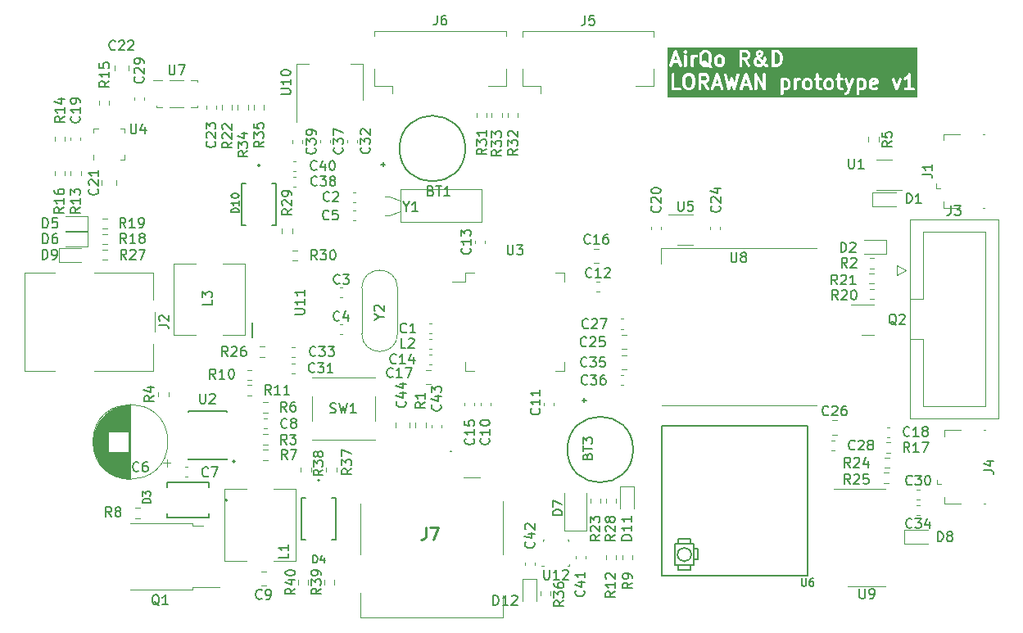
<source format=gbr>
%TF.GenerationSoftware,KiCad,Pcbnew,7.0.6*%
%TF.CreationDate,2023-08-23T22:53:45+03:00*%
%TF.ProjectId,Lorawan_prototype_v1.1,4c6f7261-7761-46e5-9f70-726f746f7479,rev?*%
%TF.SameCoordinates,Original*%
%TF.FileFunction,Legend,Top*%
%TF.FilePolarity,Positive*%
%FSLAX46Y46*%
G04 Gerber Fmt 4.6, Leading zero omitted, Abs format (unit mm)*
G04 Created by KiCad (PCBNEW 7.0.6) date 2023-08-23 22:53:45*
%MOMM*%
%LPD*%
G01*
G04 APERTURE LIST*
%ADD10C,0.300000*%
%ADD11C,0.150000*%
%ADD12C,0.254000*%
%ADD13C,0.120000*%
%ADD14C,0.100000*%
%ADD15C,0.200000*%
%ADD16C,0.127000*%
G04 APERTURE END LIST*
D10*
G36*
X176342801Y-65285535D02*
G01*
X176379805Y-65322539D01*
X176424511Y-65411951D01*
X176424511Y-65769704D01*
X176379804Y-65859117D01*
X176342799Y-65896122D01*
X176253387Y-65940828D01*
X176038492Y-65940828D01*
X176010225Y-65926694D01*
X176010225Y-65254962D01*
X176038493Y-65240828D01*
X176253387Y-65240828D01*
X176342801Y-65285535D01*
G37*
G36*
X184199944Y-65285535D02*
G01*
X184236948Y-65322539D01*
X184281654Y-65411951D01*
X184281654Y-65769704D01*
X184236947Y-65859117D01*
X184199942Y-65896122D01*
X184110530Y-65940828D01*
X183895635Y-65940828D01*
X183867368Y-65926694D01*
X183867368Y-65254961D01*
X183895636Y-65240828D01*
X184110530Y-65240828D01*
X184199944Y-65285535D01*
G37*
G36*
X166414228Y-64785535D02*
G01*
X166510494Y-64881801D01*
X166567368Y-65109292D01*
X166567368Y-65572363D01*
X166510494Y-65799854D01*
X166414227Y-65896122D01*
X166324815Y-65940828D01*
X166109921Y-65940828D01*
X166020507Y-65896121D01*
X165924240Y-65799854D01*
X165867368Y-65572364D01*
X165867368Y-65109291D01*
X165924240Y-64881802D01*
X166020507Y-64785534D01*
X166109921Y-64740828D01*
X166324815Y-64740828D01*
X166414228Y-64785535D01*
G37*
G36*
X167985658Y-64785535D02*
G01*
X168022662Y-64822539D01*
X168067368Y-64911951D01*
X168067368Y-65055418D01*
X168022661Y-65144831D01*
X167985656Y-65181836D01*
X167896244Y-65226542D01*
X167510225Y-65226542D01*
X167510225Y-64740828D01*
X167896244Y-64740828D01*
X167985658Y-64785535D01*
G37*
G36*
X178628515Y-65285535D02*
G01*
X178665519Y-65322539D01*
X178710225Y-65411951D01*
X178710225Y-65769704D01*
X178665518Y-65859117D01*
X178628513Y-65896122D01*
X178539101Y-65940828D01*
X178395635Y-65940828D01*
X178306221Y-65896121D01*
X178269216Y-65859116D01*
X178224511Y-65769704D01*
X178224511Y-65411951D01*
X178269216Y-65322540D01*
X178306221Y-65285535D01*
X178395635Y-65240828D01*
X178539101Y-65240828D01*
X178628515Y-65285535D01*
G37*
G36*
X180842801Y-65285535D02*
G01*
X180879805Y-65322539D01*
X180924511Y-65411951D01*
X180924511Y-65769704D01*
X180879804Y-65859117D01*
X180842799Y-65896122D01*
X180753387Y-65940828D01*
X180609921Y-65940828D01*
X180520507Y-65896121D01*
X180483502Y-65859116D01*
X180438797Y-65769704D01*
X180438797Y-65411951D01*
X180483502Y-65322540D01*
X180520507Y-65285535D01*
X180609921Y-65240828D01*
X180753387Y-65240828D01*
X180842801Y-65285535D01*
G37*
G36*
X185534137Y-65274060D02*
G01*
X185560312Y-65326411D01*
X185153083Y-65407857D01*
X185153083Y-65340523D01*
X185186314Y-65274060D01*
X185252779Y-65240828D01*
X185467673Y-65240828D01*
X185534137Y-65274060D01*
G37*
G36*
X169294970Y-65512257D02*
G01*
X168996911Y-65512257D01*
X169145940Y-65065169D01*
X169294970Y-65512257D01*
G37*
G36*
X172294970Y-65512257D02*
G01*
X171996911Y-65512257D01*
X172145940Y-65065169D01*
X172294970Y-65512257D01*
G37*
G36*
X167914227Y-63513392D02*
G01*
X167926663Y-63525828D01*
X167824206Y-63525828D01*
X167734792Y-63481121D01*
X167722356Y-63468685D01*
X167824814Y-63468685D01*
X167914227Y-63513392D01*
G37*
G36*
X168128513Y-62370535D02*
G01*
X168224779Y-62466801D01*
X168281653Y-62694292D01*
X168281653Y-63157363D01*
X168224779Y-63384854D01*
X168217366Y-63392267D01*
X168109147Y-63284048D01*
X168088231Y-63271972D01*
X168070163Y-63255950D01*
X167927306Y-63184521D01*
X167893525Y-63177608D01*
X167860224Y-63168685D01*
X167717367Y-63168685D01*
X167642367Y-63188781D01*
X167600079Y-63231068D01*
X167581653Y-63157364D01*
X167581653Y-62694291D01*
X167638525Y-62466802D01*
X167734792Y-62370534D01*
X167824206Y-62325828D01*
X168039100Y-62325828D01*
X168128513Y-62370535D01*
G37*
G36*
X169557086Y-62870535D02*
G01*
X169594090Y-62907539D01*
X169638796Y-62996951D01*
X169638796Y-63354704D01*
X169594089Y-63444117D01*
X169557084Y-63481122D01*
X169467672Y-63525828D01*
X169324206Y-63525828D01*
X169234792Y-63481121D01*
X169197787Y-63444116D01*
X169153082Y-63354704D01*
X169153082Y-62996951D01*
X169197787Y-62907540D01*
X169234792Y-62870535D01*
X169324206Y-62825828D01*
X169467672Y-62825828D01*
X169557086Y-62870535D01*
G37*
G36*
X172199943Y-62370535D02*
G01*
X172236947Y-62407539D01*
X172281653Y-62496951D01*
X172281653Y-62640418D01*
X172236946Y-62729831D01*
X172199941Y-62766836D01*
X172110529Y-62811542D01*
X171724510Y-62811542D01*
X171724510Y-62325828D01*
X172110529Y-62325828D01*
X172199943Y-62370535D01*
G37*
G36*
X173378275Y-63044747D02*
G01*
X173384417Y-63050145D01*
X173387849Y-63057570D01*
X173687847Y-63417568D01*
X173675191Y-63434443D01*
X173628514Y-63481121D01*
X173539101Y-63525828D01*
X173395635Y-63525828D01*
X173306221Y-63481121D01*
X173269217Y-63444117D01*
X173224509Y-63354703D01*
X173224509Y-63211238D01*
X173269217Y-63121824D01*
X173312929Y-63078112D01*
X173373568Y-63037686D01*
X173378275Y-63044747D01*
G37*
G36*
X173605564Y-62359060D02*
G01*
X173638796Y-62425523D01*
X173638796Y-62426132D01*
X173594090Y-62515544D01*
X173550374Y-62559260D01*
X173472891Y-62610915D01*
X173438796Y-62508630D01*
X173438796Y-62425524D01*
X173472028Y-62359059D01*
X173538492Y-62325828D01*
X173539100Y-62325828D01*
X173605564Y-62359060D01*
G37*
G36*
X175422054Y-62378361D02*
G01*
X175522661Y-62478968D01*
X175575840Y-62585327D01*
X175638796Y-62837148D01*
X175638796Y-63014507D01*
X175575840Y-63266328D01*
X175522661Y-63372688D01*
X175422055Y-63473294D01*
X175264453Y-63525828D01*
X175081653Y-63525828D01*
X175081653Y-62325828D01*
X175264456Y-62325828D01*
X175422054Y-62378361D01*
G37*
G36*
X165009255Y-63097257D02*
G01*
X164711196Y-63097257D01*
X164860225Y-62650169D01*
X165009255Y-63097257D01*
G37*
G36*
X189795940Y-66955114D02*
G01*
X163998984Y-66955114D01*
X163998984Y-66590828D01*
X175710225Y-66590828D01*
X175730321Y-66665828D01*
X175785225Y-66720732D01*
X175860225Y-66740828D01*
X175935225Y-66720732D01*
X175990129Y-66665828D01*
X176010225Y-66590828D01*
X176010225Y-66581840D01*
X182281923Y-66581840D01*
X182297490Y-66657910D01*
X182349005Y-66716005D01*
X182422666Y-66740559D01*
X182498736Y-66724992D01*
X182641593Y-66653564D01*
X182659662Y-66637540D01*
X182680577Y-66625466D01*
X182715215Y-66590828D01*
X183567368Y-66590828D01*
X183587464Y-66665828D01*
X183642368Y-66720732D01*
X183717368Y-66740828D01*
X183792368Y-66720732D01*
X183847272Y-66665828D01*
X183867368Y-66590828D01*
X183867368Y-66240828D01*
X184145940Y-66240828D01*
X184179243Y-66231904D01*
X184213022Y-66224992D01*
X184355879Y-66153564D01*
X184373948Y-66137540D01*
X184394863Y-66125466D01*
X184466292Y-66054037D01*
X184478366Y-66033122D01*
X184494390Y-66015053D01*
X184563645Y-65876542D01*
X184853083Y-65876542D01*
X184862007Y-65909847D01*
X184868919Y-65943623D01*
X184940347Y-66086482D01*
X184946434Y-66093346D01*
X184949335Y-66102049D01*
X184971870Y-66122032D01*
X184991862Y-66144577D01*
X185000567Y-66147478D01*
X185007430Y-66153564D01*
X185150288Y-66224993D01*
X185184072Y-66231906D01*
X185217369Y-66240828D01*
X185503083Y-66240828D01*
X185536386Y-66231904D01*
X185570165Y-66224992D01*
X185713022Y-66153564D01*
X185771117Y-66102049D01*
X185795671Y-66028388D01*
X185780104Y-65952318D01*
X185728589Y-65894223D01*
X185654928Y-65869669D01*
X185578859Y-65885236D01*
X185467673Y-65940828D01*
X185252778Y-65940828D01*
X185186315Y-65907597D01*
X185153083Y-65841132D01*
X185153083Y-65713798D01*
X185746787Y-65595058D01*
X185768727Y-65584209D01*
X185792369Y-65577875D01*
X185802960Y-65567283D01*
X185816389Y-65560644D01*
X185829966Y-65540277D01*
X185847273Y-65522971D01*
X185851150Y-65508501D01*
X185859459Y-65496038D01*
X185861034Y-65471613D01*
X185867369Y-65447971D01*
X185867369Y-65305114D01*
X185858446Y-65271813D01*
X185851533Y-65238031D01*
X185780104Y-65095175D01*
X185774017Y-65088311D01*
X185771117Y-65079609D01*
X185753390Y-65063889D01*
X187212664Y-65063889D01*
X187218964Y-65141278D01*
X187576107Y-66141278D01*
X187591474Y-66163510D01*
X187603046Y-66187939D01*
X187613222Y-66194973D01*
X187620257Y-66205150D01*
X187644685Y-66216721D01*
X187666918Y-66232089D01*
X187679247Y-66233092D01*
X187690429Y-66238389D01*
X187717368Y-66236195D01*
X187744307Y-66238389D01*
X187755488Y-66233092D01*
X187767818Y-66232089D01*
X187790050Y-66216721D01*
X187814479Y-66205150D01*
X187821513Y-66194973D01*
X187831690Y-66187939D01*
X187843261Y-66163510D01*
X187858629Y-66141278D01*
X187876647Y-66090828D01*
X188424511Y-66090828D01*
X188444607Y-66165828D01*
X188499511Y-66220732D01*
X188574511Y-66240828D01*
X189003082Y-66240828D01*
X189431654Y-66240828D01*
X189506654Y-66220732D01*
X189561558Y-66165828D01*
X189581654Y-66090828D01*
X189561558Y-66015828D01*
X189506654Y-65960924D01*
X189431654Y-65940828D01*
X189153082Y-65940828D01*
X189153082Y-64590828D01*
X189144243Y-64557842D01*
X189137544Y-64524343D01*
X189134269Y-64520616D01*
X189132986Y-64515828D01*
X189108839Y-64491681D01*
X189086287Y-64466020D01*
X189081588Y-64464430D01*
X189078082Y-64460924D01*
X189045099Y-64452086D01*
X189012736Y-64441138D01*
X189007870Y-64442111D01*
X189003082Y-64440828D01*
X188970099Y-64449665D01*
X188936598Y-64456366D01*
X188932872Y-64459640D01*
X188928082Y-64460924D01*
X188903928Y-64485077D01*
X188878275Y-64507623D01*
X188743655Y-64709551D01*
X188628514Y-64824692D01*
X188507429Y-64885236D01*
X188449334Y-64936752D01*
X188424780Y-65010413D01*
X188440347Y-65086482D01*
X188491863Y-65144577D01*
X188565524Y-65169131D01*
X188641593Y-65153564D01*
X188784450Y-65082135D01*
X188802518Y-65066112D01*
X188823434Y-65054037D01*
X188853081Y-65024389D01*
X188853082Y-65940828D01*
X188574511Y-65940828D01*
X188499511Y-65960924D01*
X188444607Y-66015828D01*
X188424511Y-66090828D01*
X187876647Y-66090828D01*
X188215772Y-65141279D01*
X188222072Y-65063889D01*
X188188833Y-64993717D01*
X188124961Y-64949567D01*
X188047572Y-64943267D01*
X187977400Y-64976506D01*
X187933250Y-65040378D01*
X187717368Y-65644847D01*
X187501486Y-65040378D01*
X187457336Y-64976506D01*
X187387164Y-64943267D01*
X187309775Y-64949567D01*
X187245903Y-64993717D01*
X187212664Y-65063889D01*
X185753390Y-65063889D01*
X185748576Y-65059620D01*
X185728588Y-65037080D01*
X185719885Y-65034179D01*
X185713022Y-65028093D01*
X185570165Y-64956664D01*
X185536384Y-64949751D01*
X185503083Y-64940828D01*
X185217369Y-64940828D01*
X185184067Y-64949751D01*
X185150287Y-64956664D01*
X185007429Y-65028093D01*
X185000566Y-65034178D01*
X184991862Y-65037080D01*
X184971874Y-65059620D01*
X184949334Y-65079608D01*
X184946432Y-65088312D01*
X184940347Y-65095175D01*
X184868919Y-65238032D01*
X184862006Y-65271810D01*
X184853083Y-65305114D01*
X184853083Y-65876542D01*
X184563645Y-65876542D01*
X184565818Y-65872195D01*
X184572729Y-65838419D01*
X184581654Y-65805114D01*
X184581654Y-65376542D01*
X184572729Y-65343236D01*
X184565818Y-65309461D01*
X184494390Y-65166603D01*
X184478366Y-65148533D01*
X184466291Y-65127618D01*
X184394862Y-65056190D01*
X184373947Y-65044115D01*
X184355879Y-65028093D01*
X184213022Y-64956664D01*
X184179241Y-64949751D01*
X184145940Y-64940828D01*
X183860226Y-64940828D01*
X183826924Y-64949751D01*
X183793144Y-64956664D01*
X183787325Y-64959573D01*
X183717368Y-64940828D01*
X183642368Y-64960924D01*
X183587464Y-65015828D01*
X183567368Y-65090828D01*
X183567368Y-66590828D01*
X182715215Y-66590828D01*
X182752006Y-66554037D01*
X182767110Y-66527875D01*
X182785212Y-66503680D01*
X182928069Y-66146536D01*
X182928412Y-66143659D01*
X182930058Y-66141278D01*
X183287201Y-65141279D01*
X183293501Y-65063889D01*
X183260262Y-64993717D01*
X183196390Y-64949567D01*
X183119001Y-64943267D01*
X183048829Y-64976506D01*
X183004679Y-65040378D01*
X182788797Y-65644847D01*
X182572915Y-65040378D01*
X182528765Y-64976506D01*
X182458593Y-64943267D01*
X182381204Y-64949567D01*
X182317332Y-64993717D01*
X182284093Y-65063889D01*
X182290393Y-65141278D01*
X182628444Y-66087822D01*
X182518102Y-66363676D01*
X182485656Y-66396122D01*
X182364572Y-66456664D01*
X182306477Y-66508179D01*
X182281923Y-66581840D01*
X176010225Y-66581840D01*
X176010225Y-66240828D01*
X176288797Y-66240828D01*
X176322100Y-66231904D01*
X176355879Y-66224992D01*
X176498736Y-66153564D01*
X176516805Y-66137540D01*
X176537720Y-66125466D01*
X176572358Y-66090828D01*
X177067368Y-66090828D01*
X177087464Y-66165828D01*
X177142368Y-66220732D01*
X177217368Y-66240828D01*
X177292368Y-66220732D01*
X177347272Y-66165828D01*
X177367368Y-66090828D01*
X177367368Y-65805114D01*
X177924511Y-65805114D01*
X177933434Y-65838417D01*
X177940347Y-65872196D01*
X178011775Y-66015053D01*
X178027798Y-66033122D01*
X178039873Y-66054037D01*
X178111302Y-66125466D01*
X178132216Y-66137540D01*
X178150286Y-66153564D01*
X178293144Y-66224992D01*
X178326919Y-66231903D01*
X178360225Y-66240828D01*
X178574511Y-66240828D01*
X178607814Y-66231904D01*
X178641593Y-66224992D01*
X178784450Y-66153564D01*
X178802519Y-66137540D01*
X178823434Y-66125466D01*
X178894863Y-66054037D01*
X178906937Y-66033122D01*
X178922961Y-66015053D01*
X178994389Y-65872195D01*
X179001300Y-65838419D01*
X179010225Y-65805114D01*
X179010225Y-65376542D01*
X179001300Y-65343236D01*
X178994389Y-65309461D01*
X178922961Y-65166603D01*
X178906937Y-65148533D01*
X178894862Y-65127618D01*
X178858071Y-65090828D01*
X179138797Y-65090828D01*
X179158893Y-65165828D01*
X179213797Y-65220732D01*
X179288797Y-65240828D01*
X179353082Y-65240828D01*
X179353082Y-65876542D01*
X179362005Y-65909843D01*
X179368918Y-65943624D01*
X179440347Y-66086482D01*
X179446432Y-66093344D01*
X179449334Y-66102049D01*
X179471874Y-66122036D01*
X179491862Y-66144577D01*
X179500566Y-66147478D01*
X179507429Y-66153564D01*
X179650287Y-66224992D01*
X179684062Y-66231903D01*
X179717368Y-66240828D01*
X179860225Y-66240828D01*
X179935225Y-66220732D01*
X179990129Y-66165828D01*
X180010225Y-66090828D01*
X179990129Y-66015828D01*
X179935225Y-65960924D01*
X179860225Y-65940828D01*
X179752778Y-65940828D01*
X179686314Y-65907596D01*
X179653082Y-65841132D01*
X179653082Y-65805114D01*
X180138797Y-65805114D01*
X180147720Y-65838417D01*
X180154633Y-65872196D01*
X180226061Y-66015053D01*
X180242084Y-66033122D01*
X180254159Y-66054037D01*
X180325588Y-66125466D01*
X180346502Y-66137540D01*
X180364572Y-66153564D01*
X180507430Y-66224992D01*
X180541205Y-66231903D01*
X180574511Y-66240828D01*
X180788797Y-66240828D01*
X180822100Y-66231904D01*
X180855879Y-66224992D01*
X180998736Y-66153564D01*
X181016805Y-66137540D01*
X181037720Y-66125466D01*
X181109149Y-66054037D01*
X181121223Y-66033122D01*
X181137247Y-66015053D01*
X181208675Y-65872195D01*
X181215586Y-65838419D01*
X181224511Y-65805114D01*
X181224511Y-65376542D01*
X181215586Y-65343236D01*
X181208675Y-65309461D01*
X181137247Y-65166603D01*
X181121223Y-65148533D01*
X181109148Y-65127618D01*
X181072357Y-65090828D01*
X181353083Y-65090828D01*
X181373179Y-65165828D01*
X181428083Y-65220732D01*
X181503083Y-65240828D01*
X181567368Y-65240828D01*
X181567368Y-65876542D01*
X181576291Y-65909843D01*
X181583204Y-65943624D01*
X181654633Y-66086482D01*
X181660718Y-66093344D01*
X181663620Y-66102049D01*
X181686160Y-66122036D01*
X181706148Y-66144577D01*
X181714852Y-66147478D01*
X181721715Y-66153564D01*
X181864573Y-66224992D01*
X181898348Y-66231903D01*
X181931654Y-66240828D01*
X182074511Y-66240828D01*
X182149511Y-66220732D01*
X182204415Y-66165828D01*
X182224511Y-66090828D01*
X182204415Y-66015828D01*
X182149511Y-65960924D01*
X182074511Y-65940828D01*
X181967064Y-65940828D01*
X181900600Y-65907596D01*
X181867368Y-65841132D01*
X181867368Y-65240828D01*
X182074511Y-65240828D01*
X182149511Y-65220732D01*
X182204415Y-65165828D01*
X182224511Y-65090828D01*
X182204415Y-65015828D01*
X182149511Y-64960924D01*
X182074511Y-64940828D01*
X181867368Y-64940828D01*
X181867368Y-64590828D01*
X181847272Y-64515828D01*
X181792368Y-64460924D01*
X181717368Y-64440828D01*
X181642368Y-64460924D01*
X181587464Y-64515828D01*
X181567368Y-64590828D01*
X181567368Y-64940828D01*
X181503083Y-64940828D01*
X181428083Y-64960924D01*
X181373179Y-65015828D01*
X181353083Y-65090828D01*
X181072357Y-65090828D01*
X181037719Y-65056190D01*
X181016804Y-65044115D01*
X180998736Y-65028093D01*
X180855879Y-64956664D01*
X180822098Y-64949751D01*
X180788797Y-64940828D01*
X180574511Y-64940828D01*
X180541210Y-64949750D01*
X180507428Y-64956664D01*
X180364572Y-65028093D01*
X180346503Y-65044115D01*
X180325589Y-65056190D01*
X180254160Y-65127618D01*
X180242084Y-65148533D01*
X180226061Y-65166603D01*
X180154633Y-65309460D01*
X180147720Y-65343238D01*
X180138797Y-65376542D01*
X180138797Y-65805114D01*
X179653082Y-65805114D01*
X179653082Y-65240828D01*
X179860225Y-65240828D01*
X179935225Y-65220732D01*
X179990129Y-65165828D01*
X180010225Y-65090828D01*
X179990129Y-65015828D01*
X179935225Y-64960924D01*
X179860225Y-64940828D01*
X179653082Y-64940828D01*
X179653082Y-64590828D01*
X179632986Y-64515828D01*
X179578082Y-64460924D01*
X179503082Y-64440828D01*
X179428082Y-64460924D01*
X179373178Y-64515828D01*
X179353082Y-64590828D01*
X179353082Y-64940828D01*
X179288797Y-64940828D01*
X179213797Y-64960924D01*
X179158893Y-65015828D01*
X179138797Y-65090828D01*
X178858071Y-65090828D01*
X178823433Y-65056190D01*
X178802518Y-65044115D01*
X178784450Y-65028093D01*
X178641593Y-64956664D01*
X178607812Y-64949751D01*
X178574511Y-64940828D01*
X178360225Y-64940828D01*
X178326924Y-64949750D01*
X178293142Y-64956664D01*
X178150286Y-65028093D01*
X178132217Y-65044115D01*
X178111303Y-65056190D01*
X178039874Y-65127618D01*
X178027798Y-65148533D01*
X178011775Y-65166603D01*
X177940347Y-65309460D01*
X177933434Y-65343238D01*
X177924511Y-65376542D01*
X177924511Y-65805114D01*
X177367368Y-65805114D01*
X177367368Y-65411952D01*
X177412075Y-65322538D01*
X177449079Y-65285535D01*
X177538493Y-65240828D01*
X177645940Y-65240828D01*
X177720940Y-65220732D01*
X177775844Y-65165828D01*
X177795940Y-65090828D01*
X177775844Y-65015828D01*
X177720940Y-64960924D01*
X177645940Y-64940828D01*
X177503083Y-64940828D01*
X177469782Y-64949750D01*
X177436000Y-64956664D01*
X177337405Y-65005961D01*
X177292368Y-64960924D01*
X177217368Y-64940828D01*
X177142368Y-64960924D01*
X177087464Y-65015828D01*
X177067368Y-65090828D01*
X177067368Y-66090828D01*
X176572358Y-66090828D01*
X176609149Y-66054037D01*
X176621223Y-66033122D01*
X176637247Y-66015053D01*
X176708675Y-65872195D01*
X176715586Y-65838419D01*
X176724511Y-65805114D01*
X176724511Y-65376542D01*
X176715586Y-65343236D01*
X176708675Y-65309461D01*
X176637247Y-65166603D01*
X176621223Y-65148533D01*
X176609148Y-65127618D01*
X176537719Y-65056190D01*
X176516804Y-65044115D01*
X176498736Y-65028093D01*
X176355879Y-64956664D01*
X176322098Y-64949751D01*
X176288797Y-64940828D01*
X176003083Y-64940828D01*
X175969781Y-64949751D01*
X175936001Y-64956664D01*
X175930182Y-64959573D01*
X175860225Y-64940828D01*
X175785225Y-64960924D01*
X175730321Y-65015828D01*
X175710225Y-65090828D01*
X175710225Y-66590828D01*
X163998984Y-66590828D01*
X163998984Y-66090828D01*
X164424510Y-66090828D01*
X164444606Y-66165828D01*
X164499510Y-66220732D01*
X164574510Y-66240828D01*
X165288796Y-66240828D01*
X165363796Y-66220732D01*
X165418700Y-66165828D01*
X165438796Y-66090828D01*
X165418700Y-66015828D01*
X165363796Y-65960924D01*
X165288796Y-65940828D01*
X164724510Y-65940828D01*
X164724510Y-65590828D01*
X165567368Y-65590828D01*
X165572158Y-65608705D01*
X165571847Y-65627208D01*
X165643275Y-65912922D01*
X165643907Y-65914060D01*
X165643907Y-65915365D01*
X165662719Y-65947948D01*
X165680961Y-65980809D01*
X165682078Y-65981479D01*
X165682730Y-65982608D01*
X165825588Y-66125466D01*
X165846502Y-66137540D01*
X165864572Y-66153564D01*
X166007430Y-66224992D01*
X166041205Y-66231903D01*
X166074511Y-66240828D01*
X166360225Y-66240828D01*
X166393528Y-66231904D01*
X166427307Y-66224992D01*
X166570164Y-66153564D01*
X166588233Y-66137540D01*
X166609148Y-66125466D01*
X166643786Y-66090828D01*
X167210225Y-66090828D01*
X167230321Y-66165828D01*
X167285225Y-66220732D01*
X167360225Y-66240828D01*
X167435225Y-66220732D01*
X167490129Y-66165828D01*
X167510225Y-66090828D01*
X167510225Y-65526542D01*
X167639270Y-65526542D01*
X168094483Y-66176847D01*
X168153956Y-66226765D01*
X168230421Y-66240259D01*
X168303387Y-66213713D01*
X168353305Y-66154240D01*
X168359189Y-66120900D01*
X168498985Y-66120900D01*
X168533710Y-66190349D01*
X168598506Y-66233130D01*
X168676012Y-66237783D01*
X168745461Y-66203058D01*
X168788242Y-66138262D01*
X168896911Y-65812257D01*
X169394970Y-65812257D01*
X169503638Y-66138262D01*
X169546419Y-66203059D01*
X169615868Y-66237783D01*
X169693374Y-66233131D01*
X169758171Y-66190349D01*
X169792895Y-66120900D01*
X169788243Y-66043394D01*
X169315634Y-64625571D01*
X169857161Y-64625571D01*
X170214304Y-66125571D01*
X170215380Y-66127562D01*
X170215383Y-66129824D01*
X170233766Y-66161577D01*
X170251225Y-66193877D01*
X170253152Y-66195063D01*
X170254286Y-66197021D01*
X170286083Y-66215328D01*
X170317353Y-66234571D01*
X170319615Y-66234634D01*
X170321576Y-66235763D01*
X170358264Y-66235719D01*
X170394968Y-66236749D01*
X170396959Y-66235672D01*
X170399221Y-66235670D01*
X170430974Y-66217286D01*
X170463274Y-66199828D01*
X170464460Y-66197900D01*
X170466418Y-66196767D01*
X170484725Y-66164969D01*
X170503968Y-66133700D01*
X170504031Y-66131437D01*
X170505160Y-66129477D01*
X170645939Y-65601554D01*
X170786719Y-66129477D01*
X170787847Y-66131437D01*
X170787911Y-66133700D01*
X170807153Y-66164969D01*
X170825461Y-66196767D01*
X170827418Y-66197900D01*
X170828605Y-66199828D01*
X170860904Y-66217286D01*
X170892658Y-66235670D01*
X170894919Y-66235672D01*
X170896911Y-66236749D01*
X170933614Y-66235719D01*
X170970303Y-66235763D01*
X170972263Y-66234634D01*
X170974526Y-66234571D01*
X171005795Y-66215328D01*
X171037593Y-66197021D01*
X171038726Y-66195063D01*
X171040654Y-66193877D01*
X171058112Y-66161577D01*
X171076496Y-66129824D01*
X171076498Y-66127562D01*
X171077575Y-66125571D01*
X171078687Y-66120900D01*
X171498985Y-66120900D01*
X171533710Y-66190349D01*
X171598506Y-66233130D01*
X171676012Y-66237783D01*
X171745461Y-66203058D01*
X171788242Y-66138262D01*
X171896911Y-65812257D01*
X172394970Y-65812257D01*
X172503638Y-66138262D01*
X172546419Y-66203059D01*
X172615868Y-66237783D01*
X172693374Y-66233131D01*
X172758171Y-66190349D01*
X172792895Y-66120900D01*
X172791090Y-66090828D01*
X172995939Y-66090828D01*
X173016035Y-66165828D01*
X173070939Y-66220732D01*
X173145939Y-66240828D01*
X173220939Y-66220732D01*
X173275843Y-66165828D01*
X173295939Y-66090828D01*
X173295939Y-65155661D01*
X173872846Y-66165249D01*
X173873088Y-66165493D01*
X173873178Y-66165828D01*
X173900398Y-66193048D01*
X173927504Y-66220397D01*
X173927838Y-66220488D01*
X173928082Y-66220732D01*
X173965182Y-66230672D01*
X174002414Y-66240827D01*
X174002749Y-66240738D01*
X174003082Y-66240828D01*
X174040181Y-66230887D01*
X174077503Y-66221065D01*
X174077748Y-66220821D01*
X174078082Y-66220732D01*
X174105246Y-66193567D01*
X174132651Y-66166406D01*
X174132742Y-66166071D01*
X174132986Y-66165828D01*
X174142926Y-66128727D01*
X174153081Y-66091496D01*
X174152992Y-66091160D01*
X174153082Y-66090828D01*
X174153082Y-64590828D01*
X174132986Y-64515828D01*
X174078082Y-64460924D01*
X174003082Y-64440828D01*
X173928082Y-64460924D01*
X173873178Y-64515828D01*
X173853082Y-64590828D01*
X173853082Y-65525992D01*
X173276175Y-64516407D01*
X173275932Y-64516162D01*
X173275843Y-64515828D01*
X173248622Y-64488607D01*
X173221517Y-64461259D01*
X173221182Y-64461167D01*
X173220939Y-64460924D01*
X173183838Y-64450983D01*
X173146607Y-64440829D01*
X173146271Y-64440917D01*
X173145939Y-64440828D01*
X173108733Y-64450797D01*
X173071518Y-64460592D01*
X173071273Y-64460834D01*
X173070939Y-64460924D01*
X173043718Y-64488144D01*
X173016370Y-64515250D01*
X173016278Y-64515584D01*
X173016035Y-64515828D01*
X173006094Y-64552928D01*
X172995940Y-64590160D01*
X172996028Y-64590495D01*
X172995939Y-64590828D01*
X172995939Y-66090828D01*
X172791090Y-66090828D01*
X172788243Y-66043394D01*
X172288242Y-64543394D01*
X172271646Y-64518258D01*
X172258171Y-64491307D01*
X172250514Y-64486251D01*
X172245461Y-64478598D01*
X172218518Y-64465126D01*
X172193374Y-64448525D01*
X172184216Y-64447975D01*
X172176012Y-64443873D01*
X172145943Y-64445678D01*
X172115868Y-64443873D01*
X172107661Y-64447976D01*
X172098506Y-64448526D01*
X172073370Y-64465121D01*
X172046419Y-64478597D01*
X172041363Y-64486253D01*
X172033710Y-64491307D01*
X172020236Y-64518253D01*
X172003638Y-64543394D01*
X171503638Y-66043394D01*
X171498985Y-66120900D01*
X171078687Y-66120900D01*
X171434718Y-64625571D01*
X171432540Y-64547956D01*
X171391846Y-64481828D01*
X171323540Y-64444907D01*
X171245925Y-64447085D01*
X171179797Y-64487779D01*
X171142876Y-64556085D01*
X170923420Y-65477797D01*
X170790874Y-64980750D01*
X170790781Y-64980588D01*
X170790781Y-64980404D01*
X170771470Y-64947048D01*
X170752132Y-64913461D01*
X170751971Y-64913367D01*
X170751878Y-64913207D01*
X170718537Y-64894011D01*
X170684935Y-64874557D01*
X170684747Y-64874556D01*
X170684588Y-64874465D01*
X170646147Y-64874511D01*
X170607289Y-64874465D01*
X170607127Y-64874557D01*
X170606943Y-64874558D01*
X170573587Y-64893868D01*
X170540000Y-64913207D01*
X170539906Y-64913367D01*
X170539746Y-64913461D01*
X170520550Y-64946801D01*
X170501096Y-64980404D01*
X170501095Y-64980591D01*
X170501004Y-64980751D01*
X170368458Y-65477797D01*
X170149003Y-64556085D01*
X170112082Y-64487779D01*
X170045954Y-64447085D01*
X169968339Y-64444907D01*
X169900033Y-64481828D01*
X169859339Y-64547956D01*
X169857161Y-64625571D01*
X169315634Y-64625571D01*
X169288242Y-64543394D01*
X169271646Y-64518258D01*
X169258171Y-64491307D01*
X169250514Y-64486251D01*
X169245461Y-64478598D01*
X169218518Y-64465126D01*
X169193374Y-64448525D01*
X169184216Y-64447975D01*
X169176012Y-64443873D01*
X169145943Y-64445678D01*
X169115868Y-64443873D01*
X169107661Y-64447976D01*
X169098506Y-64448526D01*
X169073370Y-64465121D01*
X169046419Y-64478597D01*
X169041363Y-64486253D01*
X169033710Y-64491307D01*
X169020236Y-64518253D01*
X169003638Y-64543394D01*
X168503638Y-66043394D01*
X168498985Y-66120900D01*
X168359189Y-66120900D01*
X168366799Y-66077775D01*
X168340253Y-66004809D01*
X167994926Y-65511485D01*
X167998736Y-65510706D01*
X168141593Y-65439278D01*
X168159662Y-65423254D01*
X168180577Y-65411180D01*
X168252006Y-65339751D01*
X168264080Y-65318836D01*
X168280104Y-65300767D01*
X168351532Y-65157909D01*
X168358443Y-65124133D01*
X168367368Y-65090828D01*
X168367368Y-64876542D01*
X168358443Y-64843236D01*
X168351532Y-64809461D01*
X168280104Y-64666603D01*
X168264080Y-64648533D01*
X168252005Y-64627618D01*
X168180576Y-64556190D01*
X168159661Y-64544115D01*
X168141593Y-64528093D01*
X167998736Y-64456664D01*
X167964955Y-64449751D01*
X167931654Y-64440828D01*
X167360225Y-64440828D01*
X167285225Y-64460924D01*
X167230321Y-64515828D01*
X167210225Y-64590828D01*
X167210225Y-66090828D01*
X166643786Y-66090828D01*
X166752005Y-65982608D01*
X166752656Y-65981479D01*
X166753774Y-65980809D01*
X166772030Y-65947922D01*
X166790828Y-65915364D01*
X166790828Y-65914061D01*
X166791460Y-65912923D01*
X166862889Y-65627209D01*
X166862577Y-65608704D01*
X166867368Y-65590828D01*
X166867368Y-65090828D01*
X166862577Y-65072951D01*
X166862889Y-65054447D01*
X166791460Y-64768733D01*
X166790828Y-64767594D01*
X166790828Y-64766291D01*
X166772022Y-64733719D01*
X166753774Y-64700847D01*
X166752656Y-64700176D01*
X166752005Y-64699048D01*
X166609148Y-64556191D01*
X166588232Y-64544115D01*
X166570164Y-64528093D01*
X166427307Y-64456664D01*
X166393526Y-64449751D01*
X166360225Y-64440828D01*
X166074511Y-64440828D01*
X166041210Y-64449750D01*
X166007428Y-64456664D01*
X165864572Y-64528093D01*
X165846502Y-64544115D01*
X165825588Y-64556191D01*
X165682730Y-64699048D01*
X165682078Y-64700176D01*
X165680961Y-64700847D01*
X165662719Y-64733707D01*
X165643907Y-64766291D01*
X165643907Y-64767595D01*
X165643275Y-64768734D01*
X165571847Y-65054448D01*
X165572158Y-65072950D01*
X165567368Y-65090828D01*
X165567368Y-65590828D01*
X164724510Y-65590828D01*
X164724510Y-64590828D01*
X164704414Y-64515828D01*
X164649510Y-64460924D01*
X164574510Y-64440828D01*
X164499510Y-64460924D01*
X164444606Y-64515828D01*
X164424510Y-64590828D01*
X164424510Y-66090828D01*
X163998984Y-66090828D01*
X163998984Y-63705900D01*
X164213270Y-63705900D01*
X164247995Y-63775349D01*
X164312791Y-63818130D01*
X164390297Y-63822783D01*
X164459746Y-63788058D01*
X164502527Y-63723262D01*
X164611196Y-63397257D01*
X165109255Y-63397257D01*
X165217923Y-63723262D01*
X165260704Y-63788059D01*
X165330153Y-63822783D01*
X165407659Y-63818131D01*
X165472456Y-63775349D01*
X165507180Y-63705900D01*
X165505375Y-63675828D01*
X165710224Y-63675828D01*
X165730320Y-63750828D01*
X165785224Y-63805732D01*
X165860224Y-63825828D01*
X165935224Y-63805732D01*
X165990128Y-63750828D01*
X166010224Y-63675828D01*
X166424510Y-63675828D01*
X166444606Y-63750828D01*
X166499510Y-63805732D01*
X166574510Y-63825828D01*
X166649510Y-63805732D01*
X166704414Y-63750828D01*
X166724510Y-63675828D01*
X166724510Y-63175828D01*
X167281653Y-63175828D01*
X167286443Y-63193705D01*
X167286132Y-63212208D01*
X167357560Y-63497922D01*
X167358192Y-63499060D01*
X167358192Y-63500365D01*
X167377004Y-63532948D01*
X167395246Y-63565809D01*
X167396363Y-63566479D01*
X167397015Y-63567608D01*
X167539873Y-63710466D01*
X167560787Y-63722540D01*
X167578857Y-63738564D01*
X167721715Y-63809992D01*
X167755490Y-63816903D01*
X167788796Y-63825828D01*
X168074510Y-63825828D01*
X168107813Y-63816904D01*
X168141592Y-63809992D01*
X168187748Y-63786913D01*
X168254158Y-63853323D01*
X168275072Y-63865397D01*
X168293142Y-63881421D01*
X168436000Y-63952849D01*
X168512069Y-63968416D01*
X168585730Y-63943862D01*
X168637245Y-63885767D01*
X168652812Y-63809697D01*
X168628258Y-63736036D01*
X168570163Y-63684521D01*
X168449077Y-63623978D01*
X168429498Y-63604399D01*
X168466290Y-63567608D01*
X168466941Y-63566479D01*
X168468059Y-63565809D01*
X168486315Y-63532922D01*
X168505113Y-63500364D01*
X168505113Y-63499061D01*
X168505745Y-63497923D01*
X168532697Y-63390114D01*
X168853082Y-63390114D01*
X168862005Y-63423417D01*
X168868918Y-63457196D01*
X168940346Y-63600053D01*
X168956369Y-63618122D01*
X168968444Y-63639037D01*
X169039873Y-63710466D01*
X169060787Y-63722540D01*
X169078857Y-63738564D01*
X169221715Y-63809992D01*
X169255490Y-63816903D01*
X169288796Y-63825828D01*
X169503082Y-63825828D01*
X169536385Y-63816904D01*
X169570164Y-63809992D01*
X169713021Y-63738564D01*
X169731090Y-63722540D01*
X169752005Y-63710466D01*
X169786643Y-63675828D01*
X171424510Y-63675828D01*
X171444606Y-63750828D01*
X171499510Y-63805732D01*
X171574510Y-63825828D01*
X171649510Y-63805732D01*
X171704414Y-63750828D01*
X171724510Y-63675828D01*
X171724510Y-63111542D01*
X171853555Y-63111542D01*
X172308768Y-63761847D01*
X172368241Y-63811765D01*
X172444706Y-63825259D01*
X172517672Y-63798713D01*
X172567590Y-63739240D01*
X172581084Y-63662775D01*
X172554538Y-63589809D01*
X172414751Y-63390114D01*
X172924510Y-63390114D01*
X172933433Y-63423415D01*
X172940346Y-63457196D01*
X173011775Y-63600053D01*
X173027797Y-63618121D01*
X173039873Y-63639037D01*
X173111302Y-63710466D01*
X173132216Y-63722540D01*
X173150286Y-63738564D01*
X173293144Y-63809992D01*
X173326919Y-63816903D01*
X173360225Y-63825828D01*
X173574510Y-63825828D01*
X173607815Y-63816903D01*
X173641591Y-63809992D01*
X173784450Y-63738564D01*
X173802519Y-63722540D01*
X173823435Y-63710465D01*
X173894863Y-63639036D01*
X173895650Y-63637672D01*
X173968443Y-63710465D01*
X173989360Y-63722542D01*
X174007429Y-63738564D01*
X174150287Y-63809993D01*
X174184071Y-63816906D01*
X174217368Y-63825828D01*
X174288796Y-63825828D01*
X174363796Y-63805732D01*
X174418700Y-63750828D01*
X174438796Y-63675828D01*
X174781653Y-63675828D01*
X174801749Y-63750828D01*
X174856653Y-63805732D01*
X174931653Y-63825828D01*
X175288796Y-63825828D01*
X175312121Y-63819578D01*
X175336230Y-63818131D01*
X175550516Y-63746703D01*
X175579291Y-63727703D01*
X175609148Y-63710466D01*
X175752005Y-63567608D01*
X175764080Y-63546693D01*
X175780103Y-63528624D01*
X175851532Y-63385768D01*
X175854852Y-63369541D01*
X175862889Y-63355065D01*
X175934317Y-63069351D01*
X175934005Y-63050848D01*
X175938796Y-63032971D01*
X175938796Y-62818685D01*
X175934005Y-62800807D01*
X175934317Y-62782305D01*
X175862889Y-62496591D01*
X175854852Y-62482114D01*
X175851532Y-62465888D01*
X175780103Y-62323032D01*
X175764080Y-62304963D01*
X175752005Y-62284048D01*
X175609148Y-62141191D01*
X175579291Y-62123953D01*
X175550516Y-62104954D01*
X175336230Y-62033526D01*
X175312124Y-62032078D01*
X175288796Y-62025828D01*
X174931653Y-62025828D01*
X174856653Y-62045924D01*
X174801749Y-62100828D01*
X174781653Y-62175828D01*
X174781653Y-63675828D01*
X174438796Y-63675828D01*
X174418700Y-63600828D01*
X174363796Y-63545924D01*
X174288796Y-63525828D01*
X174252777Y-63525828D01*
X174163364Y-63481122D01*
X174078689Y-63396446D01*
X174123082Y-63337257D01*
X174132077Y-63314846D01*
X174145385Y-63294691D01*
X174216813Y-63080405D01*
X174218260Y-63056296D01*
X174224510Y-63032971D01*
X174224510Y-62890114D01*
X174204414Y-62815114D01*
X174149510Y-62760210D01*
X174074510Y-62740114D01*
X173999510Y-62760210D01*
X173944606Y-62815114D01*
X173924510Y-62890114D01*
X173924510Y-63008628D01*
X173871100Y-63168857D01*
X173623446Y-62871671D01*
X173623183Y-62871276D01*
X173729144Y-62800636D01*
X173739032Y-62789383D01*
X173752004Y-62781895D01*
X173823433Y-62710467D01*
X173835510Y-62689549D01*
X173851532Y-62671481D01*
X173922961Y-62528623D01*
X173929874Y-62494838D01*
X173938796Y-62461542D01*
X173938796Y-62390114D01*
X173929871Y-62356808D01*
X173922960Y-62323033D01*
X173851532Y-62180175D01*
X173845446Y-62173312D01*
X173842545Y-62164608D01*
X173820004Y-62144620D01*
X173800017Y-62122080D01*
X173791312Y-62119178D01*
X173784450Y-62113093D01*
X173641592Y-62041664D01*
X173607811Y-62034751D01*
X173574510Y-62025828D01*
X173503082Y-62025828D01*
X173469781Y-62034750D01*
X173435999Y-62041664D01*
X173293143Y-62113093D01*
X173286279Y-62119179D01*
X173277577Y-62122080D01*
X173257588Y-62144620D01*
X173235048Y-62164609D01*
X173232147Y-62173311D01*
X173226061Y-62180175D01*
X173154632Y-62323032D01*
X173147719Y-62356812D01*
X173138796Y-62390114D01*
X173138796Y-62532971D01*
X173145046Y-62556299D01*
X173146494Y-62580405D01*
X173214159Y-62783403D01*
X173134163Y-62836734D01*
X173124273Y-62847986D01*
X173111302Y-62855476D01*
X173039873Y-62926905D01*
X173027797Y-62947820D01*
X173011775Y-62965889D01*
X172940346Y-63108746D01*
X172933433Y-63142526D01*
X172924510Y-63175828D01*
X172924510Y-63390114D01*
X172414751Y-63390114D01*
X172209211Y-63096485D01*
X172213021Y-63095706D01*
X172355878Y-63024278D01*
X172373947Y-63008254D01*
X172394862Y-62996180D01*
X172466291Y-62924751D01*
X172478365Y-62903836D01*
X172494389Y-62885767D01*
X172565817Y-62742909D01*
X172572728Y-62709133D01*
X172581653Y-62675828D01*
X172581653Y-62461542D01*
X172572728Y-62428236D01*
X172565817Y-62394461D01*
X172494389Y-62251603D01*
X172478365Y-62233533D01*
X172466290Y-62212618D01*
X172394861Y-62141190D01*
X172373946Y-62129115D01*
X172355878Y-62113093D01*
X172213021Y-62041664D01*
X172179240Y-62034751D01*
X172145939Y-62025828D01*
X171574510Y-62025828D01*
X171499510Y-62045924D01*
X171444606Y-62100828D01*
X171424510Y-62175828D01*
X171424510Y-63675828D01*
X169786643Y-63675828D01*
X169823434Y-63639037D01*
X169835508Y-63618122D01*
X169851532Y-63600053D01*
X169922960Y-63457195D01*
X169929871Y-63423419D01*
X169938796Y-63390114D01*
X169938796Y-62961542D01*
X169929871Y-62928236D01*
X169922960Y-62894461D01*
X169851532Y-62751603D01*
X169835508Y-62733533D01*
X169823433Y-62712618D01*
X169752004Y-62641190D01*
X169731089Y-62629115D01*
X169713021Y-62613093D01*
X169570164Y-62541664D01*
X169536383Y-62534751D01*
X169503082Y-62525828D01*
X169288796Y-62525828D01*
X169255495Y-62534750D01*
X169221713Y-62541664D01*
X169078857Y-62613093D01*
X169060788Y-62629115D01*
X169039874Y-62641190D01*
X168968445Y-62712618D01*
X168956369Y-62733533D01*
X168940346Y-62751603D01*
X168868918Y-62894460D01*
X168862005Y-62928238D01*
X168853082Y-62961542D01*
X168853082Y-63390114D01*
X168532697Y-63390114D01*
X168577174Y-63212209D01*
X168576862Y-63193704D01*
X168581653Y-63175828D01*
X168581653Y-62675828D01*
X168576862Y-62657951D01*
X168577174Y-62639447D01*
X168505745Y-62353733D01*
X168505113Y-62352594D01*
X168505113Y-62351291D01*
X168486307Y-62318719D01*
X168468059Y-62285847D01*
X168466941Y-62285176D01*
X168466290Y-62284048D01*
X168323433Y-62141191D01*
X168302517Y-62129115D01*
X168284449Y-62113093D01*
X168141592Y-62041664D01*
X168107811Y-62034751D01*
X168074510Y-62025828D01*
X167788796Y-62025828D01*
X167755495Y-62034750D01*
X167721713Y-62041664D01*
X167578857Y-62113093D01*
X167560787Y-62129115D01*
X167539873Y-62141191D01*
X167397015Y-62284048D01*
X167396363Y-62285176D01*
X167395246Y-62285847D01*
X167377017Y-62318685D01*
X167358192Y-62351291D01*
X167358192Y-62352595D01*
X167357560Y-62353734D01*
X167286132Y-62639448D01*
X167286443Y-62657950D01*
X167281653Y-62675828D01*
X167281653Y-63175828D01*
X166724510Y-63175828D01*
X166724510Y-62996952D01*
X166769217Y-62907538D01*
X166806221Y-62870535D01*
X166895635Y-62825828D01*
X167003082Y-62825828D01*
X167078082Y-62805732D01*
X167132986Y-62750828D01*
X167153082Y-62675828D01*
X167132986Y-62600828D01*
X167078082Y-62545924D01*
X167003082Y-62525828D01*
X166860225Y-62525828D01*
X166826924Y-62534750D01*
X166793142Y-62541664D01*
X166694547Y-62590961D01*
X166649510Y-62545924D01*
X166574510Y-62525828D01*
X166499510Y-62545924D01*
X166444606Y-62600828D01*
X166424510Y-62675828D01*
X166424510Y-63675828D01*
X166010224Y-63675828D01*
X166010224Y-62675828D01*
X165990128Y-62600828D01*
X165935224Y-62545924D01*
X165860224Y-62525828D01*
X165785224Y-62545924D01*
X165730320Y-62600828D01*
X165710224Y-62675828D01*
X165710224Y-63675828D01*
X165505375Y-63675828D01*
X165502528Y-63628394D01*
X165055089Y-62286081D01*
X165643907Y-62286081D01*
X165658763Y-62311811D01*
X165682730Y-62353323D01*
X165754158Y-62424751D01*
X165769225Y-62433450D01*
X165771259Y-62434624D01*
X165785224Y-62448589D01*
X165804297Y-62453699D01*
X165821400Y-62463574D01*
X165821401Y-62463574D01*
X165841149Y-62463574D01*
X165860224Y-62468685D01*
X165879299Y-62463574D01*
X165899047Y-62463574D01*
X165916149Y-62453700D01*
X165935224Y-62448589D01*
X165949188Y-62434624D01*
X165959040Y-62428937D01*
X165966289Y-62424752D01*
X166037718Y-62353324D01*
X166037720Y-62353322D01*
X166061686Y-62311811D01*
X166076542Y-62286081D01*
X166076542Y-62208435D01*
X166076542Y-62208434D01*
X166053748Y-62168954D01*
X166037720Y-62141192D01*
X166037719Y-62141191D01*
X165966290Y-62069762D01*
X165966289Y-62069761D01*
X165949187Y-62059887D01*
X165935224Y-62045924D01*
X165916149Y-62040812D01*
X165899047Y-62030939D01*
X165899046Y-62030939D01*
X165879299Y-62030939D01*
X165860224Y-62025828D01*
X165841149Y-62030939D01*
X165821400Y-62030939D01*
X165804297Y-62040813D01*
X165785224Y-62045924D01*
X165771259Y-62059888D01*
X165754158Y-62069762D01*
X165754157Y-62069762D01*
X165754157Y-62069763D01*
X165682729Y-62141192D01*
X165666701Y-62168954D01*
X165643907Y-62208434D01*
X165643907Y-62208435D01*
X165643907Y-62286081D01*
X165055089Y-62286081D01*
X165002527Y-62128394D01*
X164985931Y-62103258D01*
X164972456Y-62076307D01*
X164964799Y-62071251D01*
X164959746Y-62063598D01*
X164932803Y-62050126D01*
X164907659Y-62033525D01*
X164898501Y-62032975D01*
X164890297Y-62028873D01*
X164860228Y-62030678D01*
X164830153Y-62028873D01*
X164821946Y-62032976D01*
X164812791Y-62033526D01*
X164787655Y-62050121D01*
X164760704Y-62063597D01*
X164755648Y-62071253D01*
X164747995Y-62076307D01*
X164734521Y-62103253D01*
X164717923Y-62128394D01*
X164217923Y-63628394D01*
X164213270Y-63705900D01*
X163998984Y-63705900D01*
X163998984Y-61811542D01*
X189795940Y-61811542D01*
X189795940Y-66955114D01*
G37*
D11*
X193306666Y-78164819D02*
X193306666Y-78879104D01*
X193306666Y-78879104D02*
X193259047Y-79021961D01*
X193259047Y-79021961D02*
X193163809Y-79117200D01*
X193163809Y-79117200D02*
X193020952Y-79164819D01*
X193020952Y-79164819D02*
X192925714Y-79164819D01*
X193687619Y-78164819D02*
X194306666Y-78164819D01*
X194306666Y-78164819D02*
X193973333Y-78545771D01*
X193973333Y-78545771D02*
X194116190Y-78545771D01*
X194116190Y-78545771D02*
X194211428Y-78593390D01*
X194211428Y-78593390D02*
X194259047Y-78641009D01*
X194259047Y-78641009D02*
X194306666Y-78736247D01*
X194306666Y-78736247D02*
X194306666Y-78974342D01*
X194306666Y-78974342D02*
X194259047Y-79069580D01*
X194259047Y-79069580D02*
X194211428Y-79117200D01*
X194211428Y-79117200D02*
X194116190Y-79164819D01*
X194116190Y-79164819D02*
X193830476Y-79164819D01*
X193830476Y-79164819D02*
X193735238Y-79117200D01*
X193735238Y-79117200D02*
X193687619Y-79069580D01*
X125514819Y-117742857D02*
X125038628Y-118076190D01*
X125514819Y-118314285D02*
X124514819Y-118314285D01*
X124514819Y-118314285D02*
X124514819Y-117933333D01*
X124514819Y-117933333D02*
X124562438Y-117838095D01*
X124562438Y-117838095D02*
X124610057Y-117790476D01*
X124610057Y-117790476D02*
X124705295Y-117742857D01*
X124705295Y-117742857D02*
X124848152Y-117742857D01*
X124848152Y-117742857D02*
X124943390Y-117790476D01*
X124943390Y-117790476D02*
X124991009Y-117838095D01*
X124991009Y-117838095D02*
X125038628Y-117933333D01*
X125038628Y-117933333D02*
X125038628Y-118314285D01*
X124848152Y-116885714D02*
X125514819Y-116885714D01*
X124467200Y-117123809D02*
X125181485Y-117361904D01*
X125181485Y-117361904D02*
X125181485Y-116742857D01*
X124514819Y-116171428D02*
X124514819Y-116076190D01*
X124514819Y-116076190D02*
X124562438Y-115980952D01*
X124562438Y-115980952D02*
X124610057Y-115933333D01*
X124610057Y-115933333D02*
X124705295Y-115885714D01*
X124705295Y-115885714D02*
X124895771Y-115838095D01*
X124895771Y-115838095D02*
X125133866Y-115838095D01*
X125133866Y-115838095D02*
X125324342Y-115885714D01*
X125324342Y-115885714D02*
X125419580Y-115933333D01*
X125419580Y-115933333D02*
X125467200Y-115980952D01*
X125467200Y-115980952D02*
X125514819Y-116076190D01*
X125514819Y-116076190D02*
X125514819Y-116171428D01*
X125514819Y-116171428D02*
X125467200Y-116266666D01*
X125467200Y-116266666D02*
X125419580Y-116314285D01*
X125419580Y-116314285D02*
X125324342Y-116361904D01*
X125324342Y-116361904D02*
X125133866Y-116409523D01*
X125133866Y-116409523D02*
X124895771Y-116409523D01*
X124895771Y-116409523D02*
X124705295Y-116361904D01*
X124705295Y-116361904D02*
X124610057Y-116314285D01*
X124610057Y-116314285D02*
X124562438Y-116266666D01*
X124562438Y-116266666D02*
X124514819Y-116171428D01*
D12*
X139006667Y-111444318D02*
X139006667Y-112351461D01*
X139006667Y-112351461D02*
X138946190Y-112532889D01*
X138946190Y-112532889D02*
X138825238Y-112653842D01*
X138825238Y-112653842D02*
X138643809Y-112714318D01*
X138643809Y-112714318D02*
X138522857Y-112714318D01*
X139490476Y-111444318D02*
X140337143Y-111444318D01*
X140337143Y-111444318D02*
X139792857Y-112714318D01*
D11*
X138934819Y-98496666D02*
X138458628Y-98829999D01*
X138934819Y-99068094D02*
X137934819Y-99068094D01*
X137934819Y-99068094D02*
X137934819Y-98687142D01*
X137934819Y-98687142D02*
X137982438Y-98591904D01*
X137982438Y-98591904D02*
X138030057Y-98544285D01*
X138030057Y-98544285D02*
X138125295Y-98496666D01*
X138125295Y-98496666D02*
X138268152Y-98496666D01*
X138268152Y-98496666D02*
X138363390Y-98544285D01*
X138363390Y-98544285D02*
X138411009Y-98591904D01*
X138411009Y-98591904D02*
X138458628Y-98687142D01*
X138458628Y-98687142D02*
X138458628Y-99068094D01*
X138934819Y-97544285D02*
X138934819Y-98115713D01*
X138934819Y-97829999D02*
X137934819Y-97829999D01*
X137934819Y-97829999D02*
X138077676Y-97925237D01*
X138077676Y-97925237D02*
X138172914Y-98020475D01*
X138172914Y-98020475D02*
X138220533Y-98115713D01*
X139559285Y-76636009D02*
X139702142Y-76683628D01*
X139702142Y-76683628D02*
X139749761Y-76731247D01*
X139749761Y-76731247D02*
X139797380Y-76826485D01*
X139797380Y-76826485D02*
X139797380Y-76969342D01*
X139797380Y-76969342D02*
X139749761Y-77064580D01*
X139749761Y-77064580D02*
X139702142Y-77112200D01*
X139702142Y-77112200D02*
X139606904Y-77159819D01*
X139606904Y-77159819D02*
X139225952Y-77159819D01*
X139225952Y-77159819D02*
X139225952Y-76159819D01*
X139225952Y-76159819D02*
X139559285Y-76159819D01*
X139559285Y-76159819D02*
X139654523Y-76207438D01*
X139654523Y-76207438D02*
X139702142Y-76255057D01*
X139702142Y-76255057D02*
X139749761Y-76350295D01*
X139749761Y-76350295D02*
X139749761Y-76445533D01*
X139749761Y-76445533D02*
X139702142Y-76540771D01*
X139702142Y-76540771D02*
X139654523Y-76588390D01*
X139654523Y-76588390D02*
X139559285Y-76636009D01*
X139559285Y-76636009D02*
X139225952Y-76636009D01*
X140083095Y-76159819D02*
X140654523Y-76159819D01*
X140368809Y-77159819D02*
X140368809Y-76159819D01*
X141511666Y-77159819D02*
X140940238Y-77159819D01*
X141225952Y-77159819D02*
X141225952Y-76159819D01*
X141225952Y-76159819D02*
X141130714Y-76302676D01*
X141130714Y-76302676D02*
X141035476Y-76397914D01*
X141035476Y-76397914D02*
X140940238Y-76445533D01*
X128204819Y-117752857D02*
X127728628Y-118086190D01*
X128204819Y-118324285D02*
X127204819Y-118324285D01*
X127204819Y-118324285D02*
X127204819Y-117943333D01*
X127204819Y-117943333D02*
X127252438Y-117848095D01*
X127252438Y-117848095D02*
X127300057Y-117800476D01*
X127300057Y-117800476D02*
X127395295Y-117752857D01*
X127395295Y-117752857D02*
X127538152Y-117752857D01*
X127538152Y-117752857D02*
X127633390Y-117800476D01*
X127633390Y-117800476D02*
X127681009Y-117848095D01*
X127681009Y-117848095D02*
X127728628Y-117943333D01*
X127728628Y-117943333D02*
X127728628Y-118324285D01*
X127204819Y-117419523D02*
X127204819Y-116800476D01*
X127204819Y-116800476D02*
X127585771Y-117133809D01*
X127585771Y-117133809D02*
X127585771Y-116990952D01*
X127585771Y-116990952D02*
X127633390Y-116895714D01*
X127633390Y-116895714D02*
X127681009Y-116848095D01*
X127681009Y-116848095D02*
X127776247Y-116800476D01*
X127776247Y-116800476D02*
X128014342Y-116800476D01*
X128014342Y-116800476D02*
X128109580Y-116848095D01*
X128109580Y-116848095D02*
X128157200Y-116895714D01*
X128157200Y-116895714D02*
X128204819Y-116990952D01*
X128204819Y-116990952D02*
X128204819Y-117276666D01*
X128204819Y-117276666D02*
X128157200Y-117371904D01*
X128157200Y-117371904D02*
X128109580Y-117419523D01*
X128204819Y-116324285D02*
X128204819Y-116133809D01*
X128204819Y-116133809D02*
X128157200Y-116038571D01*
X128157200Y-116038571D02*
X128109580Y-115990952D01*
X128109580Y-115990952D02*
X127966723Y-115895714D01*
X127966723Y-115895714D02*
X127776247Y-115848095D01*
X127776247Y-115848095D02*
X127395295Y-115848095D01*
X127395295Y-115848095D02*
X127300057Y-115895714D01*
X127300057Y-115895714D02*
X127252438Y-115943333D01*
X127252438Y-115943333D02*
X127204819Y-116038571D01*
X127204819Y-116038571D02*
X127204819Y-116229047D01*
X127204819Y-116229047D02*
X127252438Y-116324285D01*
X127252438Y-116324285D02*
X127300057Y-116371904D01*
X127300057Y-116371904D02*
X127395295Y-116419523D01*
X127395295Y-116419523D02*
X127633390Y-116419523D01*
X127633390Y-116419523D02*
X127728628Y-116371904D01*
X127728628Y-116371904D02*
X127776247Y-116324285D01*
X127776247Y-116324285D02*
X127823866Y-116229047D01*
X127823866Y-116229047D02*
X127823866Y-116038571D01*
X127823866Y-116038571D02*
X127776247Y-115943333D01*
X127776247Y-115943333D02*
X127728628Y-115895714D01*
X127728628Y-115895714D02*
X127633390Y-115848095D01*
X128404819Y-105462857D02*
X127928628Y-105796190D01*
X128404819Y-106034285D02*
X127404819Y-106034285D01*
X127404819Y-106034285D02*
X127404819Y-105653333D01*
X127404819Y-105653333D02*
X127452438Y-105558095D01*
X127452438Y-105558095D02*
X127500057Y-105510476D01*
X127500057Y-105510476D02*
X127595295Y-105462857D01*
X127595295Y-105462857D02*
X127738152Y-105462857D01*
X127738152Y-105462857D02*
X127833390Y-105510476D01*
X127833390Y-105510476D02*
X127881009Y-105558095D01*
X127881009Y-105558095D02*
X127928628Y-105653333D01*
X127928628Y-105653333D02*
X127928628Y-106034285D01*
X127404819Y-105129523D02*
X127404819Y-104510476D01*
X127404819Y-104510476D02*
X127785771Y-104843809D01*
X127785771Y-104843809D02*
X127785771Y-104700952D01*
X127785771Y-104700952D02*
X127833390Y-104605714D01*
X127833390Y-104605714D02*
X127881009Y-104558095D01*
X127881009Y-104558095D02*
X127976247Y-104510476D01*
X127976247Y-104510476D02*
X128214342Y-104510476D01*
X128214342Y-104510476D02*
X128309580Y-104558095D01*
X128309580Y-104558095D02*
X128357200Y-104605714D01*
X128357200Y-104605714D02*
X128404819Y-104700952D01*
X128404819Y-104700952D02*
X128404819Y-104986666D01*
X128404819Y-104986666D02*
X128357200Y-105081904D01*
X128357200Y-105081904D02*
X128309580Y-105129523D01*
X127833390Y-103939047D02*
X127785771Y-104034285D01*
X127785771Y-104034285D02*
X127738152Y-104081904D01*
X127738152Y-104081904D02*
X127642914Y-104129523D01*
X127642914Y-104129523D02*
X127595295Y-104129523D01*
X127595295Y-104129523D02*
X127500057Y-104081904D01*
X127500057Y-104081904D02*
X127452438Y-104034285D01*
X127452438Y-104034285D02*
X127404819Y-103939047D01*
X127404819Y-103939047D02*
X127404819Y-103748571D01*
X127404819Y-103748571D02*
X127452438Y-103653333D01*
X127452438Y-103653333D02*
X127500057Y-103605714D01*
X127500057Y-103605714D02*
X127595295Y-103558095D01*
X127595295Y-103558095D02*
X127642914Y-103558095D01*
X127642914Y-103558095D02*
X127738152Y-103605714D01*
X127738152Y-103605714D02*
X127785771Y-103653333D01*
X127785771Y-103653333D02*
X127833390Y-103748571D01*
X127833390Y-103748571D02*
X127833390Y-103939047D01*
X127833390Y-103939047D02*
X127881009Y-104034285D01*
X127881009Y-104034285D02*
X127928628Y-104081904D01*
X127928628Y-104081904D02*
X128023866Y-104129523D01*
X128023866Y-104129523D02*
X128214342Y-104129523D01*
X128214342Y-104129523D02*
X128309580Y-104081904D01*
X128309580Y-104081904D02*
X128357200Y-104034285D01*
X128357200Y-104034285D02*
X128404819Y-103939047D01*
X128404819Y-103939047D02*
X128404819Y-103748571D01*
X128404819Y-103748571D02*
X128357200Y-103653333D01*
X128357200Y-103653333D02*
X128309580Y-103605714D01*
X128309580Y-103605714D02*
X128214342Y-103558095D01*
X128214342Y-103558095D02*
X128023866Y-103558095D01*
X128023866Y-103558095D02*
X127928628Y-103605714D01*
X127928628Y-103605714D02*
X127881009Y-103653333D01*
X127881009Y-103653333D02*
X127833390Y-103748571D01*
X131344819Y-105362857D02*
X130868628Y-105696190D01*
X131344819Y-105934285D02*
X130344819Y-105934285D01*
X130344819Y-105934285D02*
X130344819Y-105553333D01*
X130344819Y-105553333D02*
X130392438Y-105458095D01*
X130392438Y-105458095D02*
X130440057Y-105410476D01*
X130440057Y-105410476D02*
X130535295Y-105362857D01*
X130535295Y-105362857D02*
X130678152Y-105362857D01*
X130678152Y-105362857D02*
X130773390Y-105410476D01*
X130773390Y-105410476D02*
X130821009Y-105458095D01*
X130821009Y-105458095D02*
X130868628Y-105553333D01*
X130868628Y-105553333D02*
X130868628Y-105934285D01*
X130344819Y-105029523D02*
X130344819Y-104410476D01*
X130344819Y-104410476D02*
X130725771Y-104743809D01*
X130725771Y-104743809D02*
X130725771Y-104600952D01*
X130725771Y-104600952D02*
X130773390Y-104505714D01*
X130773390Y-104505714D02*
X130821009Y-104458095D01*
X130821009Y-104458095D02*
X130916247Y-104410476D01*
X130916247Y-104410476D02*
X131154342Y-104410476D01*
X131154342Y-104410476D02*
X131249580Y-104458095D01*
X131249580Y-104458095D02*
X131297200Y-104505714D01*
X131297200Y-104505714D02*
X131344819Y-104600952D01*
X131344819Y-104600952D02*
X131344819Y-104886666D01*
X131344819Y-104886666D02*
X131297200Y-104981904D01*
X131297200Y-104981904D02*
X131249580Y-105029523D01*
X130344819Y-104077142D02*
X130344819Y-103410476D01*
X130344819Y-103410476D02*
X131344819Y-103839047D01*
X153274819Y-119002857D02*
X152798628Y-119336190D01*
X153274819Y-119574285D02*
X152274819Y-119574285D01*
X152274819Y-119574285D02*
X152274819Y-119193333D01*
X152274819Y-119193333D02*
X152322438Y-119098095D01*
X152322438Y-119098095D02*
X152370057Y-119050476D01*
X152370057Y-119050476D02*
X152465295Y-119002857D01*
X152465295Y-119002857D02*
X152608152Y-119002857D01*
X152608152Y-119002857D02*
X152703390Y-119050476D01*
X152703390Y-119050476D02*
X152751009Y-119098095D01*
X152751009Y-119098095D02*
X152798628Y-119193333D01*
X152798628Y-119193333D02*
X152798628Y-119574285D01*
X152274819Y-118669523D02*
X152274819Y-118050476D01*
X152274819Y-118050476D02*
X152655771Y-118383809D01*
X152655771Y-118383809D02*
X152655771Y-118240952D01*
X152655771Y-118240952D02*
X152703390Y-118145714D01*
X152703390Y-118145714D02*
X152751009Y-118098095D01*
X152751009Y-118098095D02*
X152846247Y-118050476D01*
X152846247Y-118050476D02*
X153084342Y-118050476D01*
X153084342Y-118050476D02*
X153179580Y-118098095D01*
X153179580Y-118098095D02*
X153227200Y-118145714D01*
X153227200Y-118145714D02*
X153274819Y-118240952D01*
X153274819Y-118240952D02*
X153274819Y-118526666D01*
X153274819Y-118526666D02*
X153227200Y-118621904D01*
X153227200Y-118621904D02*
X153179580Y-118669523D01*
X152274819Y-117193333D02*
X152274819Y-117383809D01*
X152274819Y-117383809D02*
X152322438Y-117479047D01*
X152322438Y-117479047D02*
X152370057Y-117526666D01*
X152370057Y-117526666D02*
X152512914Y-117621904D01*
X152512914Y-117621904D02*
X152703390Y-117669523D01*
X152703390Y-117669523D02*
X153084342Y-117669523D01*
X153084342Y-117669523D02*
X153179580Y-117621904D01*
X153179580Y-117621904D02*
X153227200Y-117574285D01*
X153227200Y-117574285D02*
X153274819Y-117479047D01*
X153274819Y-117479047D02*
X153274819Y-117288571D01*
X153274819Y-117288571D02*
X153227200Y-117193333D01*
X153227200Y-117193333D02*
X153179580Y-117145714D01*
X153179580Y-117145714D02*
X153084342Y-117098095D01*
X153084342Y-117098095D02*
X152846247Y-117098095D01*
X152846247Y-117098095D02*
X152751009Y-117145714D01*
X152751009Y-117145714D02*
X152703390Y-117193333D01*
X152703390Y-117193333D02*
X152655771Y-117288571D01*
X152655771Y-117288571D02*
X152655771Y-117479047D01*
X152655771Y-117479047D02*
X152703390Y-117574285D01*
X152703390Y-117574285D02*
X152751009Y-117621904D01*
X152751009Y-117621904D02*
X152846247Y-117669523D01*
X146005714Y-119464819D02*
X146005714Y-118464819D01*
X146005714Y-118464819D02*
X146243809Y-118464819D01*
X146243809Y-118464819D02*
X146386666Y-118512438D01*
X146386666Y-118512438D02*
X146481904Y-118607676D01*
X146481904Y-118607676D02*
X146529523Y-118702914D01*
X146529523Y-118702914D02*
X146577142Y-118893390D01*
X146577142Y-118893390D02*
X146577142Y-119036247D01*
X146577142Y-119036247D02*
X146529523Y-119226723D01*
X146529523Y-119226723D02*
X146481904Y-119321961D01*
X146481904Y-119321961D02*
X146386666Y-119417200D01*
X146386666Y-119417200D02*
X146243809Y-119464819D01*
X146243809Y-119464819D02*
X146005714Y-119464819D01*
X147529523Y-119464819D02*
X146958095Y-119464819D01*
X147243809Y-119464819D02*
X147243809Y-118464819D01*
X147243809Y-118464819D02*
X147148571Y-118607676D01*
X147148571Y-118607676D02*
X147053333Y-118702914D01*
X147053333Y-118702914D02*
X146958095Y-118750533D01*
X147910476Y-118560057D02*
X147958095Y-118512438D01*
X147958095Y-118512438D02*
X148053333Y-118464819D01*
X148053333Y-118464819D02*
X148291428Y-118464819D01*
X148291428Y-118464819D02*
X148386666Y-118512438D01*
X148386666Y-118512438D02*
X148434285Y-118560057D01*
X148434285Y-118560057D02*
X148481904Y-118655295D01*
X148481904Y-118655295D02*
X148481904Y-118750533D01*
X148481904Y-118750533D02*
X148434285Y-118893390D01*
X148434285Y-118893390D02*
X147862857Y-119464819D01*
X147862857Y-119464819D02*
X148481904Y-119464819D01*
X136879580Y-98392857D02*
X136927200Y-98440476D01*
X136927200Y-98440476D02*
X136974819Y-98583333D01*
X136974819Y-98583333D02*
X136974819Y-98678571D01*
X136974819Y-98678571D02*
X136927200Y-98821428D01*
X136927200Y-98821428D02*
X136831961Y-98916666D01*
X136831961Y-98916666D02*
X136736723Y-98964285D01*
X136736723Y-98964285D02*
X136546247Y-99011904D01*
X136546247Y-99011904D02*
X136403390Y-99011904D01*
X136403390Y-99011904D02*
X136212914Y-98964285D01*
X136212914Y-98964285D02*
X136117676Y-98916666D01*
X136117676Y-98916666D02*
X136022438Y-98821428D01*
X136022438Y-98821428D02*
X135974819Y-98678571D01*
X135974819Y-98678571D02*
X135974819Y-98583333D01*
X135974819Y-98583333D02*
X136022438Y-98440476D01*
X136022438Y-98440476D02*
X136070057Y-98392857D01*
X136308152Y-97535714D02*
X136974819Y-97535714D01*
X135927200Y-97773809D02*
X136641485Y-98011904D01*
X136641485Y-98011904D02*
X136641485Y-97392857D01*
X136308152Y-96583333D02*
X136974819Y-96583333D01*
X135927200Y-96821428D02*
X136641485Y-97059523D01*
X136641485Y-97059523D02*
X136641485Y-96440476D01*
X140529580Y-98752857D02*
X140577200Y-98800476D01*
X140577200Y-98800476D02*
X140624819Y-98943333D01*
X140624819Y-98943333D02*
X140624819Y-99038571D01*
X140624819Y-99038571D02*
X140577200Y-99181428D01*
X140577200Y-99181428D02*
X140481961Y-99276666D01*
X140481961Y-99276666D02*
X140386723Y-99324285D01*
X140386723Y-99324285D02*
X140196247Y-99371904D01*
X140196247Y-99371904D02*
X140053390Y-99371904D01*
X140053390Y-99371904D02*
X139862914Y-99324285D01*
X139862914Y-99324285D02*
X139767676Y-99276666D01*
X139767676Y-99276666D02*
X139672438Y-99181428D01*
X139672438Y-99181428D02*
X139624819Y-99038571D01*
X139624819Y-99038571D02*
X139624819Y-98943333D01*
X139624819Y-98943333D02*
X139672438Y-98800476D01*
X139672438Y-98800476D02*
X139720057Y-98752857D01*
X139958152Y-97895714D02*
X140624819Y-97895714D01*
X139577200Y-98133809D02*
X140291485Y-98371904D01*
X140291485Y-98371904D02*
X140291485Y-97752857D01*
X139624819Y-97467142D02*
X139624819Y-96848095D01*
X139624819Y-96848095D02*
X140005771Y-97181428D01*
X140005771Y-97181428D02*
X140005771Y-97038571D01*
X140005771Y-97038571D02*
X140053390Y-96943333D01*
X140053390Y-96943333D02*
X140101009Y-96895714D01*
X140101009Y-96895714D02*
X140196247Y-96848095D01*
X140196247Y-96848095D02*
X140434342Y-96848095D01*
X140434342Y-96848095D02*
X140529580Y-96895714D01*
X140529580Y-96895714D02*
X140577200Y-96943333D01*
X140577200Y-96943333D02*
X140624819Y-97038571D01*
X140624819Y-97038571D02*
X140624819Y-97324285D01*
X140624819Y-97324285D02*
X140577200Y-97419523D01*
X140577200Y-97419523D02*
X140529580Y-97467142D01*
X155731009Y-104085714D02*
X155778628Y-103942857D01*
X155778628Y-103942857D02*
X155826247Y-103895238D01*
X155826247Y-103895238D02*
X155921485Y-103847619D01*
X155921485Y-103847619D02*
X156064342Y-103847619D01*
X156064342Y-103847619D02*
X156159580Y-103895238D01*
X156159580Y-103895238D02*
X156207200Y-103942857D01*
X156207200Y-103942857D02*
X156254819Y-104038095D01*
X156254819Y-104038095D02*
X156254819Y-104419047D01*
X156254819Y-104419047D02*
X155254819Y-104419047D01*
X155254819Y-104419047D02*
X155254819Y-104085714D01*
X155254819Y-104085714D02*
X155302438Y-103990476D01*
X155302438Y-103990476D02*
X155350057Y-103942857D01*
X155350057Y-103942857D02*
X155445295Y-103895238D01*
X155445295Y-103895238D02*
X155540533Y-103895238D01*
X155540533Y-103895238D02*
X155635771Y-103942857D01*
X155635771Y-103942857D02*
X155683390Y-103990476D01*
X155683390Y-103990476D02*
X155731009Y-104085714D01*
X155731009Y-104085714D02*
X155731009Y-104419047D01*
X155254819Y-103561904D02*
X155254819Y-102990476D01*
X156254819Y-103276190D02*
X155254819Y-103276190D01*
X155254819Y-102752380D02*
X155254819Y-102133333D01*
X155254819Y-102133333D02*
X155635771Y-102466666D01*
X155635771Y-102466666D02*
X155635771Y-102323809D01*
X155635771Y-102323809D02*
X155683390Y-102228571D01*
X155683390Y-102228571D02*
X155731009Y-102180952D01*
X155731009Y-102180952D02*
X155826247Y-102133333D01*
X155826247Y-102133333D02*
X156064342Y-102133333D01*
X156064342Y-102133333D02*
X156159580Y-102180952D01*
X156159580Y-102180952D02*
X156207200Y-102228571D01*
X156207200Y-102228571D02*
X156254819Y-102323809D01*
X156254819Y-102323809D02*
X156254819Y-102609523D01*
X156254819Y-102609523D02*
X156207200Y-102704761D01*
X156207200Y-102704761D02*
X156159580Y-102752380D01*
X125484819Y-89398094D02*
X126294342Y-89398094D01*
X126294342Y-89398094D02*
X126389580Y-89350475D01*
X126389580Y-89350475D02*
X126437200Y-89302856D01*
X126437200Y-89302856D02*
X126484819Y-89207618D01*
X126484819Y-89207618D02*
X126484819Y-89017142D01*
X126484819Y-89017142D02*
X126437200Y-88921904D01*
X126437200Y-88921904D02*
X126389580Y-88874285D01*
X126389580Y-88874285D02*
X126294342Y-88826666D01*
X126294342Y-88826666D02*
X125484819Y-88826666D01*
X126484819Y-87826666D02*
X126484819Y-88398094D01*
X126484819Y-88112380D02*
X125484819Y-88112380D01*
X125484819Y-88112380D02*
X125627676Y-88207618D01*
X125627676Y-88207618D02*
X125722914Y-88302856D01*
X125722914Y-88302856D02*
X125770533Y-88398094D01*
X126484819Y-86874285D02*
X126484819Y-87445713D01*
X126484819Y-87159999D02*
X125484819Y-87159999D01*
X125484819Y-87159999D02*
X125627676Y-87255237D01*
X125627676Y-87255237D02*
X125722914Y-87350475D01*
X125722914Y-87350475D02*
X125770533Y-87445713D01*
X122254819Y-71522857D02*
X121778628Y-71856190D01*
X122254819Y-72094285D02*
X121254819Y-72094285D01*
X121254819Y-72094285D02*
X121254819Y-71713333D01*
X121254819Y-71713333D02*
X121302438Y-71618095D01*
X121302438Y-71618095D02*
X121350057Y-71570476D01*
X121350057Y-71570476D02*
X121445295Y-71522857D01*
X121445295Y-71522857D02*
X121588152Y-71522857D01*
X121588152Y-71522857D02*
X121683390Y-71570476D01*
X121683390Y-71570476D02*
X121731009Y-71618095D01*
X121731009Y-71618095D02*
X121778628Y-71713333D01*
X121778628Y-71713333D02*
X121778628Y-72094285D01*
X121254819Y-71189523D02*
X121254819Y-70570476D01*
X121254819Y-70570476D02*
X121635771Y-70903809D01*
X121635771Y-70903809D02*
X121635771Y-70760952D01*
X121635771Y-70760952D02*
X121683390Y-70665714D01*
X121683390Y-70665714D02*
X121731009Y-70618095D01*
X121731009Y-70618095D02*
X121826247Y-70570476D01*
X121826247Y-70570476D02*
X122064342Y-70570476D01*
X122064342Y-70570476D02*
X122159580Y-70618095D01*
X122159580Y-70618095D02*
X122207200Y-70665714D01*
X122207200Y-70665714D02*
X122254819Y-70760952D01*
X122254819Y-70760952D02*
X122254819Y-71046666D01*
X122254819Y-71046666D02*
X122207200Y-71141904D01*
X122207200Y-71141904D02*
X122159580Y-71189523D01*
X121254819Y-69665714D02*
X121254819Y-70141904D01*
X121254819Y-70141904D02*
X121731009Y-70189523D01*
X121731009Y-70189523D02*
X121683390Y-70141904D01*
X121683390Y-70141904D02*
X121635771Y-70046666D01*
X121635771Y-70046666D02*
X121635771Y-69808571D01*
X121635771Y-69808571D02*
X121683390Y-69713333D01*
X121683390Y-69713333D02*
X121731009Y-69665714D01*
X121731009Y-69665714D02*
X121826247Y-69618095D01*
X121826247Y-69618095D02*
X122064342Y-69618095D01*
X122064342Y-69618095D02*
X122159580Y-69665714D01*
X122159580Y-69665714D02*
X122207200Y-69713333D01*
X122207200Y-69713333D02*
X122254819Y-69808571D01*
X122254819Y-69808571D02*
X122254819Y-70046666D01*
X122254819Y-70046666D02*
X122207200Y-70141904D01*
X122207200Y-70141904D02*
X122159580Y-70189523D01*
X120614819Y-72522857D02*
X120138628Y-72856190D01*
X120614819Y-73094285D02*
X119614819Y-73094285D01*
X119614819Y-73094285D02*
X119614819Y-72713333D01*
X119614819Y-72713333D02*
X119662438Y-72618095D01*
X119662438Y-72618095D02*
X119710057Y-72570476D01*
X119710057Y-72570476D02*
X119805295Y-72522857D01*
X119805295Y-72522857D02*
X119948152Y-72522857D01*
X119948152Y-72522857D02*
X120043390Y-72570476D01*
X120043390Y-72570476D02*
X120091009Y-72618095D01*
X120091009Y-72618095D02*
X120138628Y-72713333D01*
X120138628Y-72713333D02*
X120138628Y-73094285D01*
X119614819Y-72189523D02*
X119614819Y-71570476D01*
X119614819Y-71570476D02*
X119995771Y-71903809D01*
X119995771Y-71903809D02*
X119995771Y-71760952D01*
X119995771Y-71760952D02*
X120043390Y-71665714D01*
X120043390Y-71665714D02*
X120091009Y-71618095D01*
X120091009Y-71618095D02*
X120186247Y-71570476D01*
X120186247Y-71570476D02*
X120424342Y-71570476D01*
X120424342Y-71570476D02*
X120519580Y-71618095D01*
X120519580Y-71618095D02*
X120567200Y-71665714D01*
X120567200Y-71665714D02*
X120614819Y-71760952D01*
X120614819Y-71760952D02*
X120614819Y-72046666D01*
X120614819Y-72046666D02*
X120567200Y-72141904D01*
X120567200Y-72141904D02*
X120519580Y-72189523D01*
X119948152Y-70713333D02*
X120614819Y-70713333D01*
X119567200Y-70951428D02*
X120281485Y-71189523D01*
X120281485Y-71189523D02*
X120281485Y-70570476D01*
X110566467Y-108881177D02*
X109779065Y-108881177D01*
X109779065Y-108881177D02*
X109779065Y-108693700D01*
X109779065Y-108693700D02*
X109816560Y-108581214D01*
X109816560Y-108581214D02*
X109891551Y-108506224D01*
X109891551Y-108506224D02*
X109966542Y-108468728D01*
X109966542Y-108468728D02*
X110116523Y-108431233D01*
X110116523Y-108431233D02*
X110229009Y-108431233D01*
X110229009Y-108431233D02*
X110378990Y-108468728D01*
X110378990Y-108468728D02*
X110453981Y-108506224D01*
X110453981Y-108506224D02*
X110528972Y-108581214D01*
X110528972Y-108581214D02*
X110566467Y-108693700D01*
X110566467Y-108693700D02*
X110566467Y-108881177D01*
X109779065Y-108168766D02*
X109779065Y-107681326D01*
X109779065Y-107681326D02*
X110079028Y-107943794D01*
X110079028Y-107943794D02*
X110079028Y-107831308D01*
X110079028Y-107831308D02*
X110116523Y-107756317D01*
X110116523Y-107756317D02*
X110154018Y-107718822D01*
X110154018Y-107718822D02*
X110229009Y-107681326D01*
X110229009Y-107681326D02*
X110416486Y-107681326D01*
X110416486Y-107681326D02*
X110491476Y-107718822D01*
X110491476Y-107718822D02*
X110528972Y-107756317D01*
X110528972Y-107756317D02*
X110566467Y-107831308D01*
X110566467Y-107831308D02*
X110566467Y-108056280D01*
X110566467Y-108056280D02*
X110528972Y-108131270D01*
X110528972Y-108131270D02*
X110491476Y-108168766D01*
X119716467Y-78866131D02*
X118929065Y-78866131D01*
X118929065Y-78866131D02*
X118929065Y-78678654D01*
X118929065Y-78678654D02*
X118966560Y-78566168D01*
X118966560Y-78566168D02*
X119041551Y-78491178D01*
X119041551Y-78491178D02*
X119116542Y-78453682D01*
X119116542Y-78453682D02*
X119266523Y-78416187D01*
X119266523Y-78416187D02*
X119379009Y-78416187D01*
X119379009Y-78416187D02*
X119528990Y-78453682D01*
X119528990Y-78453682D02*
X119603981Y-78491178D01*
X119603981Y-78491178D02*
X119678972Y-78566168D01*
X119678972Y-78566168D02*
X119716467Y-78678654D01*
X119716467Y-78678654D02*
X119716467Y-78866131D01*
X119716467Y-77666280D02*
X119716467Y-78116224D01*
X119716467Y-77891252D02*
X118929065Y-77891252D01*
X118929065Y-77891252D02*
X119041551Y-77966243D01*
X119041551Y-77966243D02*
X119116542Y-78041234D01*
X119116542Y-78041234D02*
X119154037Y-78116224D01*
X118929065Y-77178841D02*
X118929065Y-77103850D01*
X118929065Y-77103850D02*
X118966560Y-77028859D01*
X118966560Y-77028859D02*
X119004056Y-76991364D01*
X119004056Y-76991364D02*
X119079046Y-76953869D01*
X119079046Y-76953869D02*
X119229028Y-76916373D01*
X119229028Y-76916373D02*
X119416504Y-76916373D01*
X119416504Y-76916373D02*
X119566486Y-76953869D01*
X119566486Y-76953869D02*
X119641476Y-76991364D01*
X119641476Y-76991364D02*
X119678972Y-77028859D01*
X119678972Y-77028859D02*
X119716467Y-77103850D01*
X119716467Y-77103850D02*
X119716467Y-77178841D01*
X119716467Y-77178841D02*
X119678972Y-77253831D01*
X119678972Y-77253831D02*
X119641476Y-77291327D01*
X119641476Y-77291327D02*
X119566486Y-77328822D01*
X119566486Y-77328822D02*
X119416504Y-77366317D01*
X119416504Y-77366317D02*
X119229028Y-77366317D01*
X119229028Y-77366317D02*
X119079046Y-77328822D01*
X119079046Y-77328822D02*
X119004056Y-77291327D01*
X119004056Y-77291327D02*
X118966560Y-77253831D01*
X118966560Y-77253831D02*
X118929065Y-77178841D01*
X127378822Y-115106467D02*
X127378822Y-114319065D01*
X127378822Y-114319065D02*
X127566299Y-114319065D01*
X127566299Y-114319065D02*
X127678785Y-114356560D01*
X127678785Y-114356560D02*
X127753776Y-114431551D01*
X127753776Y-114431551D02*
X127791271Y-114506542D01*
X127791271Y-114506542D02*
X127828766Y-114656523D01*
X127828766Y-114656523D02*
X127828766Y-114769009D01*
X127828766Y-114769009D02*
X127791271Y-114918990D01*
X127791271Y-114918990D02*
X127753776Y-114993981D01*
X127753776Y-114993981D02*
X127678785Y-115068972D01*
X127678785Y-115068972D02*
X127566299Y-115106467D01*
X127566299Y-115106467D02*
X127378822Y-115106467D01*
X128503682Y-114581532D02*
X128503682Y-115106467D01*
X128316206Y-114281570D02*
X128128729Y-114844000D01*
X128128729Y-114844000D02*
X128616168Y-114844000D01*
X111469761Y-119505057D02*
X111374523Y-119457438D01*
X111374523Y-119457438D02*
X111279285Y-119362200D01*
X111279285Y-119362200D02*
X111136428Y-119219342D01*
X111136428Y-119219342D02*
X111041190Y-119171723D01*
X111041190Y-119171723D02*
X110945952Y-119171723D01*
X110993571Y-119409819D02*
X110898333Y-119362200D01*
X110898333Y-119362200D02*
X110803095Y-119266961D01*
X110803095Y-119266961D02*
X110755476Y-119076485D01*
X110755476Y-119076485D02*
X110755476Y-118743152D01*
X110755476Y-118743152D02*
X110803095Y-118552676D01*
X110803095Y-118552676D02*
X110898333Y-118457438D01*
X110898333Y-118457438D02*
X110993571Y-118409819D01*
X110993571Y-118409819D02*
X111184047Y-118409819D01*
X111184047Y-118409819D02*
X111279285Y-118457438D01*
X111279285Y-118457438D02*
X111374523Y-118552676D01*
X111374523Y-118552676D02*
X111422142Y-118743152D01*
X111422142Y-118743152D02*
X111422142Y-119076485D01*
X111422142Y-119076485D02*
X111374523Y-119266961D01*
X111374523Y-119266961D02*
X111279285Y-119362200D01*
X111279285Y-119362200D02*
X111184047Y-119409819D01*
X111184047Y-119409819D02*
X110993571Y-119409819D01*
X112374523Y-119409819D02*
X111803095Y-119409819D01*
X112088809Y-119409819D02*
X112088809Y-118409819D01*
X112088809Y-118409819D02*
X111993571Y-118552676D01*
X111993571Y-118552676D02*
X111898333Y-118647914D01*
X111898333Y-118647914D02*
X111803095Y-118695533D01*
X146834819Y-72392857D02*
X146358628Y-72726190D01*
X146834819Y-72964285D02*
X145834819Y-72964285D01*
X145834819Y-72964285D02*
X145834819Y-72583333D01*
X145834819Y-72583333D02*
X145882438Y-72488095D01*
X145882438Y-72488095D02*
X145930057Y-72440476D01*
X145930057Y-72440476D02*
X146025295Y-72392857D01*
X146025295Y-72392857D02*
X146168152Y-72392857D01*
X146168152Y-72392857D02*
X146263390Y-72440476D01*
X146263390Y-72440476D02*
X146311009Y-72488095D01*
X146311009Y-72488095D02*
X146358628Y-72583333D01*
X146358628Y-72583333D02*
X146358628Y-72964285D01*
X145834819Y-72059523D02*
X145834819Y-71440476D01*
X145834819Y-71440476D02*
X146215771Y-71773809D01*
X146215771Y-71773809D02*
X146215771Y-71630952D01*
X146215771Y-71630952D02*
X146263390Y-71535714D01*
X146263390Y-71535714D02*
X146311009Y-71488095D01*
X146311009Y-71488095D02*
X146406247Y-71440476D01*
X146406247Y-71440476D02*
X146644342Y-71440476D01*
X146644342Y-71440476D02*
X146739580Y-71488095D01*
X146739580Y-71488095D02*
X146787200Y-71535714D01*
X146787200Y-71535714D02*
X146834819Y-71630952D01*
X146834819Y-71630952D02*
X146834819Y-71916666D01*
X146834819Y-71916666D02*
X146787200Y-72011904D01*
X146787200Y-72011904D02*
X146739580Y-72059523D01*
X145834819Y-71107142D02*
X145834819Y-70488095D01*
X145834819Y-70488095D02*
X146215771Y-70821428D01*
X146215771Y-70821428D02*
X146215771Y-70678571D01*
X146215771Y-70678571D02*
X146263390Y-70583333D01*
X146263390Y-70583333D02*
X146311009Y-70535714D01*
X146311009Y-70535714D02*
X146406247Y-70488095D01*
X146406247Y-70488095D02*
X146644342Y-70488095D01*
X146644342Y-70488095D02*
X146739580Y-70535714D01*
X146739580Y-70535714D02*
X146787200Y-70583333D01*
X146787200Y-70583333D02*
X146834819Y-70678571D01*
X146834819Y-70678571D02*
X146834819Y-70964285D01*
X146834819Y-70964285D02*
X146787200Y-71059523D01*
X146787200Y-71059523D02*
X146739580Y-71107142D01*
X143959580Y-102242857D02*
X144007200Y-102290476D01*
X144007200Y-102290476D02*
X144054819Y-102433333D01*
X144054819Y-102433333D02*
X144054819Y-102528571D01*
X144054819Y-102528571D02*
X144007200Y-102671428D01*
X144007200Y-102671428D02*
X143911961Y-102766666D01*
X143911961Y-102766666D02*
X143816723Y-102814285D01*
X143816723Y-102814285D02*
X143626247Y-102861904D01*
X143626247Y-102861904D02*
X143483390Y-102861904D01*
X143483390Y-102861904D02*
X143292914Y-102814285D01*
X143292914Y-102814285D02*
X143197676Y-102766666D01*
X143197676Y-102766666D02*
X143102438Y-102671428D01*
X143102438Y-102671428D02*
X143054819Y-102528571D01*
X143054819Y-102528571D02*
X143054819Y-102433333D01*
X143054819Y-102433333D02*
X143102438Y-102290476D01*
X143102438Y-102290476D02*
X143150057Y-102242857D01*
X144054819Y-101290476D02*
X144054819Y-101861904D01*
X144054819Y-101576190D02*
X143054819Y-101576190D01*
X143054819Y-101576190D02*
X143197676Y-101671428D01*
X143197676Y-101671428D02*
X143292914Y-101766666D01*
X143292914Y-101766666D02*
X143340533Y-101861904D01*
X143054819Y-100385714D02*
X143054819Y-100861904D01*
X143054819Y-100861904D02*
X143531009Y-100909523D01*
X143531009Y-100909523D02*
X143483390Y-100861904D01*
X143483390Y-100861904D02*
X143435771Y-100766666D01*
X143435771Y-100766666D02*
X143435771Y-100528571D01*
X143435771Y-100528571D02*
X143483390Y-100433333D01*
X143483390Y-100433333D02*
X143531009Y-100385714D01*
X143531009Y-100385714D02*
X143626247Y-100338095D01*
X143626247Y-100338095D02*
X143864342Y-100338095D01*
X143864342Y-100338095D02*
X143959580Y-100385714D01*
X143959580Y-100385714D02*
X144007200Y-100433333D01*
X144007200Y-100433333D02*
X144054819Y-100528571D01*
X144054819Y-100528571D02*
X144054819Y-100766666D01*
X144054819Y-100766666D02*
X144007200Y-100861904D01*
X144007200Y-100861904D02*
X143959580Y-100909523D01*
X136963333Y-92874819D02*
X136487143Y-92874819D01*
X136487143Y-92874819D02*
X136487143Y-91874819D01*
X137249048Y-91970057D02*
X137296667Y-91922438D01*
X137296667Y-91922438D02*
X137391905Y-91874819D01*
X137391905Y-91874819D02*
X137630000Y-91874819D01*
X137630000Y-91874819D02*
X137725238Y-91922438D01*
X137725238Y-91922438D02*
X137772857Y-91970057D01*
X137772857Y-91970057D02*
X137820476Y-92065295D01*
X137820476Y-92065295D02*
X137820476Y-92160533D01*
X137820476Y-92160533D02*
X137772857Y-92303390D01*
X137772857Y-92303390D02*
X137201429Y-92874819D01*
X137201429Y-92874819D02*
X137820476Y-92874819D01*
X155817142Y-90769580D02*
X155769523Y-90817200D01*
X155769523Y-90817200D02*
X155626666Y-90864819D01*
X155626666Y-90864819D02*
X155531428Y-90864819D01*
X155531428Y-90864819D02*
X155388571Y-90817200D01*
X155388571Y-90817200D02*
X155293333Y-90721961D01*
X155293333Y-90721961D02*
X155245714Y-90626723D01*
X155245714Y-90626723D02*
X155198095Y-90436247D01*
X155198095Y-90436247D02*
X155198095Y-90293390D01*
X155198095Y-90293390D02*
X155245714Y-90102914D01*
X155245714Y-90102914D02*
X155293333Y-90007676D01*
X155293333Y-90007676D02*
X155388571Y-89912438D01*
X155388571Y-89912438D02*
X155531428Y-89864819D01*
X155531428Y-89864819D02*
X155626666Y-89864819D01*
X155626666Y-89864819D02*
X155769523Y-89912438D01*
X155769523Y-89912438D02*
X155817142Y-89960057D01*
X156198095Y-89960057D02*
X156245714Y-89912438D01*
X156245714Y-89912438D02*
X156340952Y-89864819D01*
X156340952Y-89864819D02*
X156579047Y-89864819D01*
X156579047Y-89864819D02*
X156674285Y-89912438D01*
X156674285Y-89912438D02*
X156721904Y-89960057D01*
X156721904Y-89960057D02*
X156769523Y-90055295D01*
X156769523Y-90055295D02*
X156769523Y-90150533D01*
X156769523Y-90150533D02*
X156721904Y-90293390D01*
X156721904Y-90293390D02*
X156150476Y-90864819D01*
X156150476Y-90864819D02*
X156769523Y-90864819D01*
X157102857Y-89864819D02*
X157769523Y-89864819D01*
X157769523Y-89864819D02*
X157340952Y-90864819D01*
X187194819Y-71499166D02*
X186718628Y-71832499D01*
X187194819Y-72070594D02*
X186194819Y-72070594D01*
X186194819Y-72070594D02*
X186194819Y-71689642D01*
X186194819Y-71689642D02*
X186242438Y-71594404D01*
X186242438Y-71594404D02*
X186290057Y-71546785D01*
X186290057Y-71546785D02*
X186385295Y-71499166D01*
X186385295Y-71499166D02*
X186528152Y-71499166D01*
X186528152Y-71499166D02*
X186623390Y-71546785D01*
X186623390Y-71546785D02*
X186671009Y-71594404D01*
X186671009Y-71594404D02*
X186718628Y-71689642D01*
X186718628Y-71689642D02*
X186718628Y-72070594D01*
X186194819Y-70594404D02*
X186194819Y-71070594D01*
X186194819Y-71070594D02*
X186671009Y-71118213D01*
X186671009Y-71118213D02*
X186623390Y-71070594D01*
X186623390Y-71070594D02*
X186575771Y-70975356D01*
X186575771Y-70975356D02*
X186575771Y-70737261D01*
X186575771Y-70737261D02*
X186623390Y-70642023D01*
X186623390Y-70642023D02*
X186671009Y-70594404D01*
X186671009Y-70594404D02*
X186766247Y-70546785D01*
X186766247Y-70546785D02*
X187004342Y-70546785D01*
X187004342Y-70546785D02*
X187099580Y-70594404D01*
X187099580Y-70594404D02*
X187147200Y-70642023D01*
X187147200Y-70642023D02*
X187194819Y-70737261D01*
X187194819Y-70737261D02*
X187194819Y-70975356D01*
X187194819Y-70975356D02*
X187147200Y-71070594D01*
X187147200Y-71070594D02*
X187099580Y-71118213D01*
X182593333Y-84564819D02*
X182260000Y-84088628D01*
X182021905Y-84564819D02*
X182021905Y-83564819D01*
X182021905Y-83564819D02*
X182402857Y-83564819D01*
X182402857Y-83564819D02*
X182498095Y-83612438D01*
X182498095Y-83612438D02*
X182545714Y-83660057D01*
X182545714Y-83660057D02*
X182593333Y-83755295D01*
X182593333Y-83755295D02*
X182593333Y-83898152D01*
X182593333Y-83898152D02*
X182545714Y-83993390D01*
X182545714Y-83993390D02*
X182498095Y-84041009D01*
X182498095Y-84041009D02*
X182402857Y-84088628D01*
X182402857Y-84088628D02*
X182021905Y-84088628D01*
X182974286Y-83660057D02*
X183021905Y-83612438D01*
X183021905Y-83612438D02*
X183117143Y-83564819D01*
X183117143Y-83564819D02*
X183355238Y-83564819D01*
X183355238Y-83564819D02*
X183450476Y-83612438D01*
X183450476Y-83612438D02*
X183498095Y-83660057D01*
X183498095Y-83660057D02*
X183545714Y-83755295D01*
X183545714Y-83755295D02*
X183545714Y-83850533D01*
X183545714Y-83850533D02*
X183498095Y-83993390D01*
X183498095Y-83993390D02*
X182926667Y-84564819D01*
X182926667Y-84564819D02*
X183545714Y-84564819D01*
X117297142Y-96064819D02*
X116963809Y-95588628D01*
X116725714Y-96064819D02*
X116725714Y-95064819D01*
X116725714Y-95064819D02*
X117106666Y-95064819D01*
X117106666Y-95064819D02*
X117201904Y-95112438D01*
X117201904Y-95112438D02*
X117249523Y-95160057D01*
X117249523Y-95160057D02*
X117297142Y-95255295D01*
X117297142Y-95255295D02*
X117297142Y-95398152D01*
X117297142Y-95398152D02*
X117249523Y-95493390D01*
X117249523Y-95493390D02*
X117201904Y-95541009D01*
X117201904Y-95541009D02*
X117106666Y-95588628D01*
X117106666Y-95588628D02*
X116725714Y-95588628D01*
X118249523Y-96064819D02*
X117678095Y-96064819D01*
X117963809Y-96064819D02*
X117963809Y-95064819D01*
X117963809Y-95064819D02*
X117868571Y-95207676D01*
X117868571Y-95207676D02*
X117773333Y-95302914D01*
X117773333Y-95302914D02*
X117678095Y-95350533D01*
X118868571Y-95064819D02*
X118963809Y-95064819D01*
X118963809Y-95064819D02*
X119059047Y-95112438D01*
X119059047Y-95112438D02*
X119106666Y-95160057D01*
X119106666Y-95160057D02*
X119154285Y-95255295D01*
X119154285Y-95255295D02*
X119201904Y-95445771D01*
X119201904Y-95445771D02*
X119201904Y-95683866D01*
X119201904Y-95683866D02*
X119154285Y-95874342D01*
X119154285Y-95874342D02*
X119106666Y-95969580D01*
X119106666Y-95969580D02*
X119059047Y-96017200D01*
X119059047Y-96017200D02*
X118963809Y-96064819D01*
X118963809Y-96064819D02*
X118868571Y-96064819D01*
X118868571Y-96064819D02*
X118773333Y-96017200D01*
X118773333Y-96017200D02*
X118725714Y-95969580D01*
X118725714Y-95969580D02*
X118678095Y-95874342D01*
X118678095Y-95874342D02*
X118630476Y-95683866D01*
X118630476Y-95683866D02*
X118630476Y-95445771D01*
X118630476Y-95445771D02*
X118678095Y-95255295D01*
X118678095Y-95255295D02*
X118725714Y-95160057D01*
X118725714Y-95160057D02*
X118773333Y-95112438D01*
X118773333Y-95112438D02*
X118868571Y-95064819D01*
X182728095Y-73314819D02*
X182728095Y-74124342D01*
X182728095Y-74124342D02*
X182775714Y-74219580D01*
X182775714Y-74219580D02*
X182823333Y-74267200D01*
X182823333Y-74267200D02*
X182918571Y-74314819D01*
X182918571Y-74314819D02*
X183109047Y-74314819D01*
X183109047Y-74314819D02*
X183204285Y-74267200D01*
X183204285Y-74267200D02*
X183251904Y-74219580D01*
X183251904Y-74219580D02*
X183299523Y-74124342D01*
X183299523Y-74124342D02*
X183299523Y-73314819D01*
X184299523Y-74314819D02*
X183728095Y-74314819D01*
X184013809Y-74314819D02*
X184013809Y-73314819D01*
X184013809Y-73314819D02*
X183918571Y-73457676D01*
X183918571Y-73457676D02*
X183823333Y-73552914D01*
X183823333Y-73552914D02*
X183728095Y-73600533D01*
X106533333Y-110324819D02*
X106200000Y-109848628D01*
X105961905Y-110324819D02*
X105961905Y-109324819D01*
X105961905Y-109324819D02*
X106342857Y-109324819D01*
X106342857Y-109324819D02*
X106438095Y-109372438D01*
X106438095Y-109372438D02*
X106485714Y-109420057D01*
X106485714Y-109420057D02*
X106533333Y-109515295D01*
X106533333Y-109515295D02*
X106533333Y-109658152D01*
X106533333Y-109658152D02*
X106485714Y-109753390D01*
X106485714Y-109753390D02*
X106438095Y-109801009D01*
X106438095Y-109801009D02*
X106342857Y-109848628D01*
X106342857Y-109848628D02*
X105961905Y-109848628D01*
X107104762Y-109753390D02*
X107009524Y-109705771D01*
X107009524Y-109705771D02*
X106961905Y-109658152D01*
X106961905Y-109658152D02*
X106914286Y-109562914D01*
X106914286Y-109562914D02*
X106914286Y-109515295D01*
X106914286Y-109515295D02*
X106961905Y-109420057D01*
X106961905Y-109420057D02*
X107009524Y-109372438D01*
X107009524Y-109372438D02*
X107104762Y-109324819D01*
X107104762Y-109324819D02*
X107295238Y-109324819D01*
X107295238Y-109324819D02*
X107390476Y-109372438D01*
X107390476Y-109372438D02*
X107438095Y-109420057D01*
X107438095Y-109420057D02*
X107485714Y-109515295D01*
X107485714Y-109515295D02*
X107485714Y-109562914D01*
X107485714Y-109562914D02*
X107438095Y-109658152D01*
X107438095Y-109658152D02*
X107390476Y-109705771D01*
X107390476Y-109705771D02*
X107295238Y-109753390D01*
X107295238Y-109753390D02*
X107104762Y-109753390D01*
X107104762Y-109753390D02*
X107009524Y-109801009D01*
X107009524Y-109801009D02*
X106961905Y-109848628D01*
X106961905Y-109848628D02*
X106914286Y-109943866D01*
X106914286Y-109943866D02*
X106914286Y-110134342D01*
X106914286Y-110134342D02*
X106961905Y-110229580D01*
X106961905Y-110229580D02*
X107009524Y-110277200D01*
X107009524Y-110277200D02*
X107104762Y-110324819D01*
X107104762Y-110324819D02*
X107295238Y-110324819D01*
X107295238Y-110324819D02*
X107390476Y-110277200D01*
X107390476Y-110277200D02*
X107438095Y-110229580D01*
X107438095Y-110229580D02*
X107485714Y-110134342D01*
X107485714Y-110134342D02*
X107485714Y-109943866D01*
X107485714Y-109943866D02*
X107438095Y-109848628D01*
X107438095Y-109848628D02*
X107390476Y-109801009D01*
X107390476Y-109801009D02*
X107295238Y-109753390D01*
X180637142Y-99769580D02*
X180589523Y-99817200D01*
X180589523Y-99817200D02*
X180446666Y-99864819D01*
X180446666Y-99864819D02*
X180351428Y-99864819D01*
X180351428Y-99864819D02*
X180208571Y-99817200D01*
X180208571Y-99817200D02*
X180113333Y-99721961D01*
X180113333Y-99721961D02*
X180065714Y-99626723D01*
X180065714Y-99626723D02*
X180018095Y-99436247D01*
X180018095Y-99436247D02*
X180018095Y-99293390D01*
X180018095Y-99293390D02*
X180065714Y-99102914D01*
X180065714Y-99102914D02*
X180113333Y-99007676D01*
X180113333Y-99007676D02*
X180208571Y-98912438D01*
X180208571Y-98912438D02*
X180351428Y-98864819D01*
X180351428Y-98864819D02*
X180446666Y-98864819D01*
X180446666Y-98864819D02*
X180589523Y-98912438D01*
X180589523Y-98912438D02*
X180637142Y-98960057D01*
X181018095Y-98960057D02*
X181065714Y-98912438D01*
X181065714Y-98912438D02*
X181160952Y-98864819D01*
X181160952Y-98864819D02*
X181399047Y-98864819D01*
X181399047Y-98864819D02*
X181494285Y-98912438D01*
X181494285Y-98912438D02*
X181541904Y-98960057D01*
X181541904Y-98960057D02*
X181589523Y-99055295D01*
X181589523Y-99055295D02*
X181589523Y-99150533D01*
X181589523Y-99150533D02*
X181541904Y-99293390D01*
X181541904Y-99293390D02*
X180970476Y-99864819D01*
X180970476Y-99864819D02*
X181589523Y-99864819D01*
X182446666Y-98864819D02*
X182256190Y-98864819D01*
X182256190Y-98864819D02*
X182160952Y-98912438D01*
X182160952Y-98912438D02*
X182113333Y-98960057D01*
X182113333Y-98960057D02*
X182018095Y-99102914D01*
X182018095Y-99102914D02*
X181970476Y-99293390D01*
X181970476Y-99293390D02*
X181970476Y-99674342D01*
X181970476Y-99674342D02*
X182018095Y-99769580D01*
X182018095Y-99769580D02*
X182065714Y-99817200D01*
X182065714Y-99817200D02*
X182160952Y-99864819D01*
X182160952Y-99864819D02*
X182351428Y-99864819D01*
X182351428Y-99864819D02*
X182446666Y-99817200D01*
X182446666Y-99817200D02*
X182494285Y-99769580D01*
X182494285Y-99769580D02*
X182541904Y-99674342D01*
X182541904Y-99674342D02*
X182541904Y-99436247D01*
X182541904Y-99436247D02*
X182494285Y-99341009D01*
X182494285Y-99341009D02*
X182446666Y-99293390D01*
X182446666Y-99293390D02*
X182351428Y-99245771D01*
X182351428Y-99245771D02*
X182160952Y-99245771D01*
X182160952Y-99245771D02*
X182065714Y-99293390D01*
X182065714Y-99293390D02*
X182018095Y-99341009D01*
X182018095Y-99341009D02*
X181970476Y-99436247D01*
X118557142Y-93734819D02*
X118223809Y-93258628D01*
X117985714Y-93734819D02*
X117985714Y-92734819D01*
X117985714Y-92734819D02*
X118366666Y-92734819D01*
X118366666Y-92734819D02*
X118461904Y-92782438D01*
X118461904Y-92782438D02*
X118509523Y-92830057D01*
X118509523Y-92830057D02*
X118557142Y-92925295D01*
X118557142Y-92925295D02*
X118557142Y-93068152D01*
X118557142Y-93068152D02*
X118509523Y-93163390D01*
X118509523Y-93163390D02*
X118461904Y-93211009D01*
X118461904Y-93211009D02*
X118366666Y-93258628D01*
X118366666Y-93258628D02*
X117985714Y-93258628D01*
X118938095Y-92830057D02*
X118985714Y-92782438D01*
X118985714Y-92782438D02*
X119080952Y-92734819D01*
X119080952Y-92734819D02*
X119319047Y-92734819D01*
X119319047Y-92734819D02*
X119414285Y-92782438D01*
X119414285Y-92782438D02*
X119461904Y-92830057D01*
X119461904Y-92830057D02*
X119509523Y-92925295D01*
X119509523Y-92925295D02*
X119509523Y-93020533D01*
X119509523Y-93020533D02*
X119461904Y-93163390D01*
X119461904Y-93163390D02*
X118890476Y-93734819D01*
X118890476Y-93734819D02*
X119509523Y-93734819D01*
X120366666Y-92734819D02*
X120176190Y-92734819D01*
X120176190Y-92734819D02*
X120080952Y-92782438D01*
X120080952Y-92782438D02*
X120033333Y-92830057D01*
X120033333Y-92830057D02*
X119938095Y-92972914D01*
X119938095Y-92972914D02*
X119890476Y-93163390D01*
X119890476Y-93163390D02*
X119890476Y-93544342D01*
X119890476Y-93544342D02*
X119938095Y-93639580D01*
X119938095Y-93639580D02*
X119985714Y-93687200D01*
X119985714Y-93687200D02*
X120080952Y-93734819D01*
X120080952Y-93734819D02*
X120271428Y-93734819D01*
X120271428Y-93734819D02*
X120366666Y-93687200D01*
X120366666Y-93687200D02*
X120414285Y-93639580D01*
X120414285Y-93639580D02*
X120461904Y-93544342D01*
X120461904Y-93544342D02*
X120461904Y-93306247D01*
X120461904Y-93306247D02*
X120414285Y-93211009D01*
X120414285Y-93211009D02*
X120366666Y-93163390D01*
X120366666Y-93163390D02*
X120271428Y-93115771D01*
X120271428Y-93115771D02*
X120080952Y-93115771D01*
X120080952Y-93115771D02*
X119985714Y-93163390D01*
X119985714Y-93163390D02*
X119938095Y-93211009D01*
X119938095Y-93211009D02*
X119890476Y-93306247D01*
X127777142Y-76009580D02*
X127729523Y-76057200D01*
X127729523Y-76057200D02*
X127586666Y-76104819D01*
X127586666Y-76104819D02*
X127491428Y-76104819D01*
X127491428Y-76104819D02*
X127348571Y-76057200D01*
X127348571Y-76057200D02*
X127253333Y-75961961D01*
X127253333Y-75961961D02*
X127205714Y-75866723D01*
X127205714Y-75866723D02*
X127158095Y-75676247D01*
X127158095Y-75676247D02*
X127158095Y-75533390D01*
X127158095Y-75533390D02*
X127205714Y-75342914D01*
X127205714Y-75342914D02*
X127253333Y-75247676D01*
X127253333Y-75247676D02*
X127348571Y-75152438D01*
X127348571Y-75152438D02*
X127491428Y-75104819D01*
X127491428Y-75104819D02*
X127586666Y-75104819D01*
X127586666Y-75104819D02*
X127729523Y-75152438D01*
X127729523Y-75152438D02*
X127777142Y-75200057D01*
X128110476Y-75104819D02*
X128729523Y-75104819D01*
X128729523Y-75104819D02*
X128396190Y-75485771D01*
X128396190Y-75485771D02*
X128539047Y-75485771D01*
X128539047Y-75485771D02*
X128634285Y-75533390D01*
X128634285Y-75533390D02*
X128681904Y-75581009D01*
X128681904Y-75581009D02*
X128729523Y-75676247D01*
X128729523Y-75676247D02*
X128729523Y-75914342D01*
X128729523Y-75914342D02*
X128681904Y-76009580D01*
X128681904Y-76009580D02*
X128634285Y-76057200D01*
X128634285Y-76057200D02*
X128539047Y-76104819D01*
X128539047Y-76104819D02*
X128253333Y-76104819D01*
X128253333Y-76104819D02*
X128158095Y-76057200D01*
X128158095Y-76057200D02*
X128110476Y-76009580D01*
X129300952Y-75533390D02*
X129205714Y-75485771D01*
X129205714Y-75485771D02*
X129158095Y-75438152D01*
X129158095Y-75438152D02*
X129110476Y-75342914D01*
X129110476Y-75342914D02*
X129110476Y-75295295D01*
X129110476Y-75295295D02*
X129158095Y-75200057D01*
X129158095Y-75200057D02*
X129205714Y-75152438D01*
X129205714Y-75152438D02*
X129300952Y-75104819D01*
X129300952Y-75104819D02*
X129491428Y-75104819D01*
X129491428Y-75104819D02*
X129586666Y-75152438D01*
X129586666Y-75152438D02*
X129634285Y-75200057D01*
X129634285Y-75200057D02*
X129681904Y-75295295D01*
X129681904Y-75295295D02*
X129681904Y-75342914D01*
X129681904Y-75342914D02*
X129634285Y-75438152D01*
X129634285Y-75438152D02*
X129586666Y-75485771D01*
X129586666Y-75485771D02*
X129491428Y-75533390D01*
X129491428Y-75533390D02*
X129300952Y-75533390D01*
X129300952Y-75533390D02*
X129205714Y-75581009D01*
X129205714Y-75581009D02*
X129158095Y-75628628D01*
X129158095Y-75628628D02*
X129110476Y-75723866D01*
X129110476Y-75723866D02*
X129110476Y-75914342D01*
X129110476Y-75914342D02*
X129158095Y-76009580D01*
X129158095Y-76009580D02*
X129205714Y-76057200D01*
X129205714Y-76057200D02*
X129300952Y-76104819D01*
X129300952Y-76104819D02*
X129491428Y-76104819D01*
X129491428Y-76104819D02*
X129586666Y-76057200D01*
X129586666Y-76057200D02*
X129634285Y-76009580D01*
X129634285Y-76009580D02*
X129681904Y-75914342D01*
X129681904Y-75914342D02*
X129681904Y-75723866D01*
X129681904Y-75723866D02*
X129634285Y-75628628D01*
X129634285Y-75628628D02*
X129586666Y-75581009D01*
X129586666Y-75581009D02*
X129491428Y-75533390D01*
X124683333Y-101069580D02*
X124635714Y-101117200D01*
X124635714Y-101117200D02*
X124492857Y-101164819D01*
X124492857Y-101164819D02*
X124397619Y-101164819D01*
X124397619Y-101164819D02*
X124254762Y-101117200D01*
X124254762Y-101117200D02*
X124159524Y-101021961D01*
X124159524Y-101021961D02*
X124111905Y-100926723D01*
X124111905Y-100926723D02*
X124064286Y-100736247D01*
X124064286Y-100736247D02*
X124064286Y-100593390D01*
X124064286Y-100593390D02*
X124111905Y-100402914D01*
X124111905Y-100402914D02*
X124159524Y-100307676D01*
X124159524Y-100307676D02*
X124254762Y-100212438D01*
X124254762Y-100212438D02*
X124397619Y-100164819D01*
X124397619Y-100164819D02*
X124492857Y-100164819D01*
X124492857Y-100164819D02*
X124635714Y-100212438D01*
X124635714Y-100212438D02*
X124683333Y-100260057D01*
X125254762Y-100593390D02*
X125159524Y-100545771D01*
X125159524Y-100545771D02*
X125111905Y-100498152D01*
X125111905Y-100498152D02*
X125064286Y-100402914D01*
X125064286Y-100402914D02*
X125064286Y-100355295D01*
X125064286Y-100355295D02*
X125111905Y-100260057D01*
X125111905Y-100260057D02*
X125159524Y-100212438D01*
X125159524Y-100212438D02*
X125254762Y-100164819D01*
X125254762Y-100164819D02*
X125445238Y-100164819D01*
X125445238Y-100164819D02*
X125540476Y-100212438D01*
X125540476Y-100212438D02*
X125588095Y-100260057D01*
X125588095Y-100260057D02*
X125635714Y-100355295D01*
X125635714Y-100355295D02*
X125635714Y-100402914D01*
X125635714Y-100402914D02*
X125588095Y-100498152D01*
X125588095Y-100498152D02*
X125540476Y-100545771D01*
X125540476Y-100545771D02*
X125445238Y-100593390D01*
X125445238Y-100593390D02*
X125254762Y-100593390D01*
X125254762Y-100593390D02*
X125159524Y-100641009D01*
X125159524Y-100641009D02*
X125111905Y-100688628D01*
X125111905Y-100688628D02*
X125064286Y-100783866D01*
X125064286Y-100783866D02*
X125064286Y-100974342D01*
X125064286Y-100974342D02*
X125111905Y-101069580D01*
X125111905Y-101069580D02*
X125159524Y-101117200D01*
X125159524Y-101117200D02*
X125254762Y-101164819D01*
X125254762Y-101164819D02*
X125445238Y-101164819D01*
X125445238Y-101164819D02*
X125540476Y-101117200D01*
X125540476Y-101117200D02*
X125588095Y-101069580D01*
X125588095Y-101069580D02*
X125635714Y-100974342D01*
X125635714Y-100974342D02*
X125635714Y-100783866D01*
X125635714Y-100783866D02*
X125588095Y-100688628D01*
X125588095Y-100688628D02*
X125540476Y-100641009D01*
X125540476Y-100641009D02*
X125445238Y-100593390D01*
X130123333Y-86179580D02*
X130075714Y-86227200D01*
X130075714Y-86227200D02*
X129932857Y-86274819D01*
X129932857Y-86274819D02*
X129837619Y-86274819D01*
X129837619Y-86274819D02*
X129694762Y-86227200D01*
X129694762Y-86227200D02*
X129599524Y-86131961D01*
X129599524Y-86131961D02*
X129551905Y-86036723D01*
X129551905Y-86036723D02*
X129504286Y-85846247D01*
X129504286Y-85846247D02*
X129504286Y-85703390D01*
X129504286Y-85703390D02*
X129551905Y-85512914D01*
X129551905Y-85512914D02*
X129599524Y-85417676D01*
X129599524Y-85417676D02*
X129694762Y-85322438D01*
X129694762Y-85322438D02*
X129837619Y-85274819D01*
X129837619Y-85274819D02*
X129932857Y-85274819D01*
X129932857Y-85274819D02*
X130075714Y-85322438D01*
X130075714Y-85322438D02*
X130123333Y-85370057D01*
X130456667Y-85274819D02*
X131075714Y-85274819D01*
X131075714Y-85274819D02*
X130742381Y-85655771D01*
X130742381Y-85655771D02*
X130885238Y-85655771D01*
X130885238Y-85655771D02*
X130980476Y-85703390D01*
X130980476Y-85703390D02*
X131028095Y-85751009D01*
X131028095Y-85751009D02*
X131075714Y-85846247D01*
X131075714Y-85846247D02*
X131075714Y-86084342D01*
X131075714Y-86084342D02*
X131028095Y-86179580D01*
X131028095Y-86179580D02*
X130980476Y-86227200D01*
X130980476Y-86227200D02*
X130885238Y-86274819D01*
X130885238Y-86274819D02*
X130599524Y-86274819D01*
X130599524Y-86274819D02*
X130504286Y-86227200D01*
X130504286Y-86227200D02*
X130456667Y-86179580D01*
X124643333Y-99454819D02*
X124310000Y-98978628D01*
X124071905Y-99454819D02*
X124071905Y-98454819D01*
X124071905Y-98454819D02*
X124452857Y-98454819D01*
X124452857Y-98454819D02*
X124548095Y-98502438D01*
X124548095Y-98502438D02*
X124595714Y-98550057D01*
X124595714Y-98550057D02*
X124643333Y-98645295D01*
X124643333Y-98645295D02*
X124643333Y-98788152D01*
X124643333Y-98788152D02*
X124595714Y-98883390D01*
X124595714Y-98883390D02*
X124548095Y-98931009D01*
X124548095Y-98931009D02*
X124452857Y-98978628D01*
X124452857Y-98978628D02*
X124071905Y-98978628D01*
X125500476Y-98454819D02*
X125310000Y-98454819D01*
X125310000Y-98454819D02*
X125214762Y-98502438D01*
X125214762Y-98502438D02*
X125167143Y-98550057D01*
X125167143Y-98550057D02*
X125071905Y-98692914D01*
X125071905Y-98692914D02*
X125024286Y-98883390D01*
X125024286Y-98883390D02*
X125024286Y-99264342D01*
X125024286Y-99264342D02*
X125071905Y-99359580D01*
X125071905Y-99359580D02*
X125119524Y-99407200D01*
X125119524Y-99407200D02*
X125214762Y-99454819D01*
X125214762Y-99454819D02*
X125405238Y-99454819D01*
X125405238Y-99454819D02*
X125500476Y-99407200D01*
X125500476Y-99407200D02*
X125548095Y-99359580D01*
X125548095Y-99359580D02*
X125595714Y-99264342D01*
X125595714Y-99264342D02*
X125595714Y-99026247D01*
X125595714Y-99026247D02*
X125548095Y-98931009D01*
X125548095Y-98931009D02*
X125500476Y-98883390D01*
X125500476Y-98883390D02*
X125405238Y-98835771D01*
X125405238Y-98835771D02*
X125214762Y-98835771D01*
X125214762Y-98835771D02*
X125119524Y-98883390D01*
X125119524Y-98883390D02*
X125071905Y-98931009D01*
X125071905Y-98931009D02*
X125024286Y-99026247D01*
X187664761Y-90490057D02*
X187569523Y-90442438D01*
X187569523Y-90442438D02*
X187474285Y-90347200D01*
X187474285Y-90347200D02*
X187331428Y-90204342D01*
X187331428Y-90204342D02*
X187236190Y-90156723D01*
X187236190Y-90156723D02*
X187140952Y-90156723D01*
X187188571Y-90394819D02*
X187093333Y-90347200D01*
X187093333Y-90347200D02*
X186998095Y-90251961D01*
X186998095Y-90251961D02*
X186950476Y-90061485D01*
X186950476Y-90061485D02*
X186950476Y-89728152D01*
X186950476Y-89728152D02*
X186998095Y-89537676D01*
X186998095Y-89537676D02*
X187093333Y-89442438D01*
X187093333Y-89442438D02*
X187188571Y-89394819D01*
X187188571Y-89394819D02*
X187379047Y-89394819D01*
X187379047Y-89394819D02*
X187474285Y-89442438D01*
X187474285Y-89442438D02*
X187569523Y-89537676D01*
X187569523Y-89537676D02*
X187617142Y-89728152D01*
X187617142Y-89728152D02*
X187617142Y-90061485D01*
X187617142Y-90061485D02*
X187569523Y-90251961D01*
X187569523Y-90251961D02*
X187474285Y-90347200D01*
X187474285Y-90347200D02*
X187379047Y-90394819D01*
X187379047Y-90394819D02*
X187188571Y-90394819D01*
X187998095Y-89490057D02*
X188045714Y-89442438D01*
X188045714Y-89442438D02*
X188140952Y-89394819D01*
X188140952Y-89394819D02*
X188379047Y-89394819D01*
X188379047Y-89394819D02*
X188474285Y-89442438D01*
X188474285Y-89442438D02*
X188521904Y-89490057D01*
X188521904Y-89490057D02*
X188569523Y-89585295D01*
X188569523Y-89585295D02*
X188569523Y-89680533D01*
X188569523Y-89680533D02*
X188521904Y-89823390D01*
X188521904Y-89823390D02*
X187950476Y-90394819D01*
X187950476Y-90394819D02*
X188569523Y-90394819D01*
X108067142Y-82034819D02*
X107733809Y-81558628D01*
X107495714Y-82034819D02*
X107495714Y-81034819D01*
X107495714Y-81034819D02*
X107876666Y-81034819D01*
X107876666Y-81034819D02*
X107971904Y-81082438D01*
X107971904Y-81082438D02*
X108019523Y-81130057D01*
X108019523Y-81130057D02*
X108067142Y-81225295D01*
X108067142Y-81225295D02*
X108067142Y-81368152D01*
X108067142Y-81368152D02*
X108019523Y-81463390D01*
X108019523Y-81463390D02*
X107971904Y-81511009D01*
X107971904Y-81511009D02*
X107876666Y-81558628D01*
X107876666Y-81558628D02*
X107495714Y-81558628D01*
X109019523Y-82034819D02*
X108448095Y-82034819D01*
X108733809Y-82034819D02*
X108733809Y-81034819D01*
X108733809Y-81034819D02*
X108638571Y-81177676D01*
X108638571Y-81177676D02*
X108543333Y-81272914D01*
X108543333Y-81272914D02*
X108448095Y-81320533D01*
X109590952Y-81463390D02*
X109495714Y-81415771D01*
X109495714Y-81415771D02*
X109448095Y-81368152D01*
X109448095Y-81368152D02*
X109400476Y-81272914D01*
X109400476Y-81272914D02*
X109400476Y-81225295D01*
X109400476Y-81225295D02*
X109448095Y-81130057D01*
X109448095Y-81130057D02*
X109495714Y-81082438D01*
X109495714Y-81082438D02*
X109590952Y-81034819D01*
X109590952Y-81034819D02*
X109781428Y-81034819D01*
X109781428Y-81034819D02*
X109876666Y-81082438D01*
X109876666Y-81082438D02*
X109924285Y-81130057D01*
X109924285Y-81130057D02*
X109971904Y-81225295D01*
X109971904Y-81225295D02*
X109971904Y-81272914D01*
X109971904Y-81272914D02*
X109924285Y-81368152D01*
X109924285Y-81368152D02*
X109876666Y-81415771D01*
X109876666Y-81415771D02*
X109781428Y-81463390D01*
X109781428Y-81463390D02*
X109590952Y-81463390D01*
X109590952Y-81463390D02*
X109495714Y-81511009D01*
X109495714Y-81511009D02*
X109448095Y-81558628D01*
X109448095Y-81558628D02*
X109400476Y-81653866D01*
X109400476Y-81653866D02*
X109400476Y-81844342D01*
X109400476Y-81844342D02*
X109448095Y-81939580D01*
X109448095Y-81939580D02*
X109495714Y-81987200D01*
X109495714Y-81987200D02*
X109590952Y-82034819D01*
X109590952Y-82034819D02*
X109781428Y-82034819D01*
X109781428Y-82034819D02*
X109876666Y-81987200D01*
X109876666Y-81987200D02*
X109924285Y-81939580D01*
X109924285Y-81939580D02*
X109971904Y-81844342D01*
X109971904Y-81844342D02*
X109971904Y-81653866D01*
X109971904Y-81653866D02*
X109924285Y-81558628D01*
X109924285Y-81558628D02*
X109876666Y-81511009D01*
X109876666Y-81511009D02*
X109781428Y-81463390D01*
X115684999Y-97612636D02*
X115684999Y-98425449D01*
X115684999Y-98425449D02*
X115732812Y-98521074D01*
X115732812Y-98521074D02*
X115780624Y-98568887D01*
X115780624Y-98568887D02*
X115876249Y-98616699D01*
X115876249Y-98616699D02*
X116067499Y-98616699D01*
X116067499Y-98616699D02*
X116163124Y-98568887D01*
X116163124Y-98568887D02*
X116210937Y-98521074D01*
X116210937Y-98521074D02*
X116258749Y-98425449D01*
X116258749Y-98425449D02*
X116258749Y-97612636D01*
X116689063Y-97708261D02*
X116736875Y-97660449D01*
X116736875Y-97660449D02*
X116832500Y-97612636D01*
X116832500Y-97612636D02*
X117071563Y-97612636D01*
X117071563Y-97612636D02*
X117167188Y-97660449D01*
X117167188Y-97660449D02*
X117215000Y-97708261D01*
X117215000Y-97708261D02*
X117262813Y-97803886D01*
X117262813Y-97803886D02*
X117262813Y-97899511D01*
X117262813Y-97899511D02*
X117215000Y-98042949D01*
X117215000Y-98042949D02*
X116641250Y-98616699D01*
X116641250Y-98616699D02*
X117262813Y-98616699D01*
X124824819Y-114096666D02*
X124824819Y-114572856D01*
X124824819Y-114572856D02*
X123824819Y-114572856D01*
X124824819Y-113239523D02*
X124824819Y-113810951D01*
X124824819Y-113525237D02*
X123824819Y-113525237D01*
X123824819Y-113525237D02*
X123967676Y-113620475D01*
X123967676Y-113620475D02*
X124062914Y-113715713D01*
X124062914Y-113715713D02*
X124110533Y-113810951D01*
X155369580Y-117952857D02*
X155417200Y-118000476D01*
X155417200Y-118000476D02*
X155464819Y-118143333D01*
X155464819Y-118143333D02*
X155464819Y-118238571D01*
X155464819Y-118238571D02*
X155417200Y-118381428D01*
X155417200Y-118381428D02*
X155321961Y-118476666D01*
X155321961Y-118476666D02*
X155226723Y-118524285D01*
X155226723Y-118524285D02*
X155036247Y-118571904D01*
X155036247Y-118571904D02*
X154893390Y-118571904D01*
X154893390Y-118571904D02*
X154702914Y-118524285D01*
X154702914Y-118524285D02*
X154607676Y-118476666D01*
X154607676Y-118476666D02*
X154512438Y-118381428D01*
X154512438Y-118381428D02*
X154464819Y-118238571D01*
X154464819Y-118238571D02*
X154464819Y-118143333D01*
X154464819Y-118143333D02*
X154512438Y-118000476D01*
X154512438Y-118000476D02*
X154560057Y-117952857D01*
X154798152Y-117095714D02*
X155464819Y-117095714D01*
X154417200Y-117333809D02*
X155131485Y-117571904D01*
X155131485Y-117571904D02*
X155131485Y-116952857D01*
X155464819Y-116048095D02*
X155464819Y-116619523D01*
X155464819Y-116333809D02*
X154464819Y-116333809D01*
X154464819Y-116333809D02*
X154607676Y-116429047D01*
X154607676Y-116429047D02*
X154702914Y-116524285D01*
X154702914Y-116524285D02*
X154750533Y-116619523D01*
X101664819Y-68952857D02*
X101188628Y-69286190D01*
X101664819Y-69524285D02*
X100664819Y-69524285D01*
X100664819Y-69524285D02*
X100664819Y-69143333D01*
X100664819Y-69143333D02*
X100712438Y-69048095D01*
X100712438Y-69048095D02*
X100760057Y-69000476D01*
X100760057Y-69000476D02*
X100855295Y-68952857D01*
X100855295Y-68952857D02*
X100998152Y-68952857D01*
X100998152Y-68952857D02*
X101093390Y-69000476D01*
X101093390Y-69000476D02*
X101141009Y-69048095D01*
X101141009Y-69048095D02*
X101188628Y-69143333D01*
X101188628Y-69143333D02*
X101188628Y-69524285D01*
X101664819Y-68000476D02*
X101664819Y-68571904D01*
X101664819Y-68286190D02*
X100664819Y-68286190D01*
X100664819Y-68286190D02*
X100807676Y-68381428D01*
X100807676Y-68381428D02*
X100902914Y-68476666D01*
X100902914Y-68476666D02*
X100950533Y-68571904D01*
X100998152Y-67143333D02*
X101664819Y-67143333D01*
X100617200Y-67381428D02*
X101331485Y-67619523D01*
X101331485Y-67619523D02*
X101331485Y-67000476D01*
X105089580Y-76422857D02*
X105137200Y-76470476D01*
X105137200Y-76470476D02*
X105184819Y-76613333D01*
X105184819Y-76613333D02*
X105184819Y-76708571D01*
X105184819Y-76708571D02*
X105137200Y-76851428D01*
X105137200Y-76851428D02*
X105041961Y-76946666D01*
X105041961Y-76946666D02*
X104946723Y-76994285D01*
X104946723Y-76994285D02*
X104756247Y-77041904D01*
X104756247Y-77041904D02*
X104613390Y-77041904D01*
X104613390Y-77041904D02*
X104422914Y-76994285D01*
X104422914Y-76994285D02*
X104327676Y-76946666D01*
X104327676Y-76946666D02*
X104232438Y-76851428D01*
X104232438Y-76851428D02*
X104184819Y-76708571D01*
X104184819Y-76708571D02*
X104184819Y-76613333D01*
X104184819Y-76613333D02*
X104232438Y-76470476D01*
X104232438Y-76470476D02*
X104280057Y-76422857D01*
X104280057Y-76041904D02*
X104232438Y-75994285D01*
X104232438Y-75994285D02*
X104184819Y-75899047D01*
X104184819Y-75899047D02*
X104184819Y-75660952D01*
X104184819Y-75660952D02*
X104232438Y-75565714D01*
X104232438Y-75565714D02*
X104280057Y-75518095D01*
X104280057Y-75518095D02*
X104375295Y-75470476D01*
X104375295Y-75470476D02*
X104470533Y-75470476D01*
X104470533Y-75470476D02*
X104613390Y-75518095D01*
X104613390Y-75518095D02*
X105184819Y-76089523D01*
X105184819Y-76089523D02*
X105184819Y-75470476D01*
X105184819Y-74518095D02*
X105184819Y-75089523D01*
X105184819Y-74803809D02*
X104184819Y-74803809D01*
X104184819Y-74803809D02*
X104327676Y-74899047D01*
X104327676Y-74899047D02*
X104422914Y-74994285D01*
X104422914Y-74994285D02*
X104470533Y-75089523D01*
X111454819Y-90503333D02*
X112169104Y-90503333D01*
X112169104Y-90503333D02*
X112311961Y-90550952D01*
X112311961Y-90550952D02*
X112407200Y-90646190D01*
X112407200Y-90646190D02*
X112454819Y-90789047D01*
X112454819Y-90789047D02*
X112454819Y-90884285D01*
X111550057Y-90074761D02*
X111502438Y-90027142D01*
X111502438Y-90027142D02*
X111454819Y-89931904D01*
X111454819Y-89931904D02*
X111454819Y-89693809D01*
X111454819Y-89693809D02*
X111502438Y-89598571D01*
X111502438Y-89598571D02*
X111550057Y-89550952D01*
X111550057Y-89550952D02*
X111645295Y-89503333D01*
X111645295Y-89503333D02*
X111740533Y-89503333D01*
X111740533Y-89503333D02*
X111883390Y-89550952D01*
X111883390Y-89550952D02*
X112454819Y-90122380D01*
X112454819Y-90122380D02*
X112454819Y-89503333D01*
X150179580Y-112942857D02*
X150227200Y-112990476D01*
X150227200Y-112990476D02*
X150274819Y-113133333D01*
X150274819Y-113133333D02*
X150274819Y-113228571D01*
X150274819Y-113228571D02*
X150227200Y-113371428D01*
X150227200Y-113371428D02*
X150131961Y-113466666D01*
X150131961Y-113466666D02*
X150036723Y-113514285D01*
X150036723Y-113514285D02*
X149846247Y-113561904D01*
X149846247Y-113561904D02*
X149703390Y-113561904D01*
X149703390Y-113561904D02*
X149512914Y-113514285D01*
X149512914Y-113514285D02*
X149417676Y-113466666D01*
X149417676Y-113466666D02*
X149322438Y-113371428D01*
X149322438Y-113371428D02*
X149274819Y-113228571D01*
X149274819Y-113228571D02*
X149274819Y-113133333D01*
X149274819Y-113133333D02*
X149322438Y-112990476D01*
X149322438Y-112990476D02*
X149370057Y-112942857D01*
X149608152Y-112085714D02*
X150274819Y-112085714D01*
X149227200Y-112323809D02*
X149941485Y-112561904D01*
X149941485Y-112561904D02*
X149941485Y-111942857D01*
X149370057Y-111609523D02*
X149322438Y-111561904D01*
X149322438Y-111561904D02*
X149274819Y-111466666D01*
X149274819Y-111466666D02*
X149274819Y-111228571D01*
X149274819Y-111228571D02*
X149322438Y-111133333D01*
X149322438Y-111133333D02*
X149370057Y-111085714D01*
X149370057Y-111085714D02*
X149465295Y-111038095D01*
X149465295Y-111038095D02*
X149560533Y-111038095D01*
X149560533Y-111038095D02*
X149703390Y-111085714D01*
X149703390Y-111085714D02*
X150274819Y-111657142D01*
X150274819Y-111657142D02*
X150274819Y-111038095D01*
X189032142Y-103634819D02*
X188698809Y-103158628D01*
X188460714Y-103634819D02*
X188460714Y-102634819D01*
X188460714Y-102634819D02*
X188841666Y-102634819D01*
X188841666Y-102634819D02*
X188936904Y-102682438D01*
X188936904Y-102682438D02*
X188984523Y-102730057D01*
X188984523Y-102730057D02*
X189032142Y-102825295D01*
X189032142Y-102825295D02*
X189032142Y-102968152D01*
X189032142Y-102968152D02*
X188984523Y-103063390D01*
X188984523Y-103063390D02*
X188936904Y-103111009D01*
X188936904Y-103111009D02*
X188841666Y-103158628D01*
X188841666Y-103158628D02*
X188460714Y-103158628D01*
X189984523Y-103634819D02*
X189413095Y-103634819D01*
X189698809Y-103634819D02*
X189698809Y-102634819D01*
X189698809Y-102634819D02*
X189603571Y-102777676D01*
X189603571Y-102777676D02*
X189508333Y-102872914D01*
X189508333Y-102872914D02*
X189413095Y-102920533D01*
X190317857Y-102634819D02*
X190984523Y-102634819D01*
X190984523Y-102634819D02*
X190555952Y-103634819D01*
X181921905Y-82964819D02*
X181921905Y-81964819D01*
X181921905Y-81964819D02*
X182160000Y-81964819D01*
X182160000Y-81964819D02*
X182302857Y-82012438D01*
X182302857Y-82012438D02*
X182398095Y-82107676D01*
X182398095Y-82107676D02*
X182445714Y-82202914D01*
X182445714Y-82202914D02*
X182493333Y-82393390D01*
X182493333Y-82393390D02*
X182493333Y-82536247D01*
X182493333Y-82536247D02*
X182445714Y-82726723D01*
X182445714Y-82726723D02*
X182398095Y-82821961D01*
X182398095Y-82821961D02*
X182302857Y-82917200D01*
X182302857Y-82917200D02*
X182160000Y-82964819D01*
X182160000Y-82964819D02*
X181921905Y-82964819D01*
X182874286Y-82060057D02*
X182921905Y-82012438D01*
X182921905Y-82012438D02*
X183017143Y-81964819D01*
X183017143Y-81964819D02*
X183255238Y-81964819D01*
X183255238Y-81964819D02*
X183350476Y-82012438D01*
X183350476Y-82012438D02*
X183398095Y-82060057D01*
X183398095Y-82060057D02*
X183445714Y-82155295D01*
X183445714Y-82155295D02*
X183445714Y-82250533D01*
X183445714Y-82250533D02*
X183398095Y-82393390D01*
X183398095Y-82393390D02*
X182826667Y-82964819D01*
X182826667Y-82964819D02*
X183445714Y-82964819D01*
X150739580Y-99142857D02*
X150787200Y-99190476D01*
X150787200Y-99190476D02*
X150834819Y-99333333D01*
X150834819Y-99333333D02*
X150834819Y-99428571D01*
X150834819Y-99428571D02*
X150787200Y-99571428D01*
X150787200Y-99571428D02*
X150691961Y-99666666D01*
X150691961Y-99666666D02*
X150596723Y-99714285D01*
X150596723Y-99714285D02*
X150406247Y-99761904D01*
X150406247Y-99761904D02*
X150263390Y-99761904D01*
X150263390Y-99761904D02*
X150072914Y-99714285D01*
X150072914Y-99714285D02*
X149977676Y-99666666D01*
X149977676Y-99666666D02*
X149882438Y-99571428D01*
X149882438Y-99571428D02*
X149834819Y-99428571D01*
X149834819Y-99428571D02*
X149834819Y-99333333D01*
X149834819Y-99333333D02*
X149882438Y-99190476D01*
X149882438Y-99190476D02*
X149930057Y-99142857D01*
X150834819Y-98190476D02*
X150834819Y-98761904D01*
X150834819Y-98476190D02*
X149834819Y-98476190D01*
X149834819Y-98476190D02*
X149977676Y-98571428D01*
X149977676Y-98571428D02*
X150072914Y-98666666D01*
X150072914Y-98666666D02*
X150120533Y-98761904D01*
X150834819Y-97238095D02*
X150834819Y-97809523D01*
X150834819Y-97523809D02*
X149834819Y-97523809D01*
X149834819Y-97523809D02*
X149977676Y-97619047D01*
X149977676Y-97619047D02*
X150072914Y-97714285D01*
X150072914Y-97714285D02*
X150120533Y-97809523D01*
X109779580Y-64842857D02*
X109827200Y-64890476D01*
X109827200Y-64890476D02*
X109874819Y-65033333D01*
X109874819Y-65033333D02*
X109874819Y-65128571D01*
X109874819Y-65128571D02*
X109827200Y-65271428D01*
X109827200Y-65271428D02*
X109731961Y-65366666D01*
X109731961Y-65366666D02*
X109636723Y-65414285D01*
X109636723Y-65414285D02*
X109446247Y-65461904D01*
X109446247Y-65461904D02*
X109303390Y-65461904D01*
X109303390Y-65461904D02*
X109112914Y-65414285D01*
X109112914Y-65414285D02*
X109017676Y-65366666D01*
X109017676Y-65366666D02*
X108922438Y-65271428D01*
X108922438Y-65271428D02*
X108874819Y-65128571D01*
X108874819Y-65128571D02*
X108874819Y-65033333D01*
X108874819Y-65033333D02*
X108922438Y-64890476D01*
X108922438Y-64890476D02*
X108970057Y-64842857D01*
X108970057Y-64461904D02*
X108922438Y-64414285D01*
X108922438Y-64414285D02*
X108874819Y-64319047D01*
X108874819Y-64319047D02*
X108874819Y-64080952D01*
X108874819Y-64080952D02*
X108922438Y-63985714D01*
X108922438Y-63985714D02*
X108970057Y-63938095D01*
X108970057Y-63938095D02*
X109065295Y-63890476D01*
X109065295Y-63890476D02*
X109160533Y-63890476D01*
X109160533Y-63890476D02*
X109303390Y-63938095D01*
X109303390Y-63938095D02*
X109874819Y-64509523D01*
X109874819Y-64509523D02*
X109874819Y-63890476D01*
X109874819Y-63414285D02*
X109874819Y-63223809D01*
X109874819Y-63223809D02*
X109827200Y-63128571D01*
X109827200Y-63128571D02*
X109779580Y-63080952D01*
X109779580Y-63080952D02*
X109636723Y-62985714D01*
X109636723Y-62985714D02*
X109446247Y-62938095D01*
X109446247Y-62938095D02*
X109065295Y-62938095D01*
X109065295Y-62938095D02*
X108970057Y-62985714D01*
X108970057Y-62985714D02*
X108922438Y-63033333D01*
X108922438Y-63033333D02*
X108874819Y-63128571D01*
X108874819Y-63128571D02*
X108874819Y-63319047D01*
X108874819Y-63319047D02*
X108922438Y-63414285D01*
X108922438Y-63414285D02*
X108970057Y-63461904D01*
X108970057Y-63461904D02*
X109065295Y-63509523D01*
X109065295Y-63509523D02*
X109303390Y-63509523D01*
X109303390Y-63509523D02*
X109398628Y-63461904D01*
X109398628Y-63461904D02*
X109446247Y-63414285D01*
X109446247Y-63414285D02*
X109493866Y-63319047D01*
X109493866Y-63319047D02*
X109493866Y-63128571D01*
X109493866Y-63128571D02*
X109446247Y-63033333D01*
X109446247Y-63033333D02*
X109398628Y-62985714D01*
X109398628Y-62985714D02*
X109303390Y-62938095D01*
X106927142Y-61989580D02*
X106879523Y-62037200D01*
X106879523Y-62037200D02*
X106736666Y-62084819D01*
X106736666Y-62084819D02*
X106641428Y-62084819D01*
X106641428Y-62084819D02*
X106498571Y-62037200D01*
X106498571Y-62037200D02*
X106403333Y-61941961D01*
X106403333Y-61941961D02*
X106355714Y-61846723D01*
X106355714Y-61846723D02*
X106308095Y-61656247D01*
X106308095Y-61656247D02*
X106308095Y-61513390D01*
X106308095Y-61513390D02*
X106355714Y-61322914D01*
X106355714Y-61322914D02*
X106403333Y-61227676D01*
X106403333Y-61227676D02*
X106498571Y-61132438D01*
X106498571Y-61132438D02*
X106641428Y-61084819D01*
X106641428Y-61084819D02*
X106736666Y-61084819D01*
X106736666Y-61084819D02*
X106879523Y-61132438D01*
X106879523Y-61132438D02*
X106927142Y-61180057D01*
X107308095Y-61180057D02*
X107355714Y-61132438D01*
X107355714Y-61132438D02*
X107450952Y-61084819D01*
X107450952Y-61084819D02*
X107689047Y-61084819D01*
X107689047Y-61084819D02*
X107784285Y-61132438D01*
X107784285Y-61132438D02*
X107831904Y-61180057D01*
X107831904Y-61180057D02*
X107879523Y-61275295D01*
X107879523Y-61275295D02*
X107879523Y-61370533D01*
X107879523Y-61370533D02*
X107831904Y-61513390D01*
X107831904Y-61513390D02*
X107260476Y-62084819D01*
X107260476Y-62084819D02*
X107879523Y-62084819D01*
X108260476Y-61180057D02*
X108308095Y-61132438D01*
X108308095Y-61132438D02*
X108403333Y-61084819D01*
X108403333Y-61084819D02*
X108641428Y-61084819D01*
X108641428Y-61084819D02*
X108736666Y-61132438D01*
X108736666Y-61132438D02*
X108784285Y-61180057D01*
X108784285Y-61180057D02*
X108831904Y-61275295D01*
X108831904Y-61275295D02*
X108831904Y-61370533D01*
X108831904Y-61370533D02*
X108784285Y-61513390D01*
X108784285Y-61513390D02*
X108212857Y-62084819D01*
X108212857Y-62084819D02*
X108831904Y-62084819D01*
X129045446Y-77619580D02*
X128997827Y-77667200D01*
X128997827Y-77667200D02*
X128854970Y-77714819D01*
X128854970Y-77714819D02*
X128759732Y-77714819D01*
X128759732Y-77714819D02*
X128616875Y-77667200D01*
X128616875Y-77667200D02*
X128521637Y-77571961D01*
X128521637Y-77571961D02*
X128474018Y-77476723D01*
X128474018Y-77476723D02*
X128426399Y-77286247D01*
X128426399Y-77286247D02*
X128426399Y-77143390D01*
X128426399Y-77143390D02*
X128474018Y-76952914D01*
X128474018Y-76952914D02*
X128521637Y-76857676D01*
X128521637Y-76857676D02*
X128616875Y-76762438D01*
X128616875Y-76762438D02*
X128759732Y-76714819D01*
X128759732Y-76714819D02*
X128854970Y-76714819D01*
X128854970Y-76714819D02*
X128997827Y-76762438D01*
X128997827Y-76762438D02*
X129045446Y-76810057D01*
X129426399Y-76810057D02*
X129474018Y-76762438D01*
X129474018Y-76762438D02*
X129569256Y-76714819D01*
X129569256Y-76714819D02*
X129807351Y-76714819D01*
X129807351Y-76714819D02*
X129902589Y-76762438D01*
X129902589Y-76762438D02*
X129950208Y-76810057D01*
X129950208Y-76810057D02*
X129997827Y-76905295D01*
X129997827Y-76905295D02*
X129997827Y-77000533D01*
X129997827Y-77000533D02*
X129950208Y-77143390D01*
X129950208Y-77143390D02*
X129378780Y-77714819D01*
X129378780Y-77714819D02*
X129997827Y-77714819D01*
X135957142Y-94409580D02*
X135909523Y-94457200D01*
X135909523Y-94457200D02*
X135766666Y-94504819D01*
X135766666Y-94504819D02*
X135671428Y-94504819D01*
X135671428Y-94504819D02*
X135528571Y-94457200D01*
X135528571Y-94457200D02*
X135433333Y-94361961D01*
X135433333Y-94361961D02*
X135385714Y-94266723D01*
X135385714Y-94266723D02*
X135338095Y-94076247D01*
X135338095Y-94076247D02*
X135338095Y-93933390D01*
X135338095Y-93933390D02*
X135385714Y-93742914D01*
X135385714Y-93742914D02*
X135433333Y-93647676D01*
X135433333Y-93647676D02*
X135528571Y-93552438D01*
X135528571Y-93552438D02*
X135671428Y-93504819D01*
X135671428Y-93504819D02*
X135766666Y-93504819D01*
X135766666Y-93504819D02*
X135909523Y-93552438D01*
X135909523Y-93552438D02*
X135957142Y-93600057D01*
X136909523Y-94504819D02*
X136338095Y-94504819D01*
X136623809Y-94504819D02*
X136623809Y-93504819D01*
X136623809Y-93504819D02*
X136528571Y-93647676D01*
X136528571Y-93647676D02*
X136433333Y-93742914D01*
X136433333Y-93742914D02*
X136338095Y-93790533D01*
X137766666Y-93838152D02*
X137766666Y-94504819D01*
X137528571Y-93457200D02*
X137290476Y-94171485D01*
X137290476Y-94171485D02*
X137909523Y-94171485D01*
X99436905Y-82064819D02*
X99436905Y-81064819D01*
X99436905Y-81064819D02*
X99675000Y-81064819D01*
X99675000Y-81064819D02*
X99817857Y-81112438D01*
X99817857Y-81112438D02*
X99913095Y-81207676D01*
X99913095Y-81207676D02*
X99960714Y-81302914D01*
X99960714Y-81302914D02*
X100008333Y-81493390D01*
X100008333Y-81493390D02*
X100008333Y-81636247D01*
X100008333Y-81636247D02*
X99960714Y-81826723D01*
X99960714Y-81826723D02*
X99913095Y-81921961D01*
X99913095Y-81921961D02*
X99817857Y-82017200D01*
X99817857Y-82017200D02*
X99675000Y-82064819D01*
X99675000Y-82064819D02*
X99436905Y-82064819D01*
X100865476Y-81064819D02*
X100675000Y-81064819D01*
X100675000Y-81064819D02*
X100579762Y-81112438D01*
X100579762Y-81112438D02*
X100532143Y-81160057D01*
X100532143Y-81160057D02*
X100436905Y-81302914D01*
X100436905Y-81302914D02*
X100389286Y-81493390D01*
X100389286Y-81493390D02*
X100389286Y-81874342D01*
X100389286Y-81874342D02*
X100436905Y-81969580D01*
X100436905Y-81969580D02*
X100484524Y-82017200D01*
X100484524Y-82017200D02*
X100579762Y-82064819D01*
X100579762Y-82064819D02*
X100770238Y-82064819D01*
X100770238Y-82064819D02*
X100865476Y-82017200D01*
X100865476Y-82017200D02*
X100913095Y-81969580D01*
X100913095Y-81969580D02*
X100960714Y-81874342D01*
X100960714Y-81874342D02*
X100960714Y-81636247D01*
X100960714Y-81636247D02*
X100913095Y-81541009D01*
X100913095Y-81541009D02*
X100865476Y-81493390D01*
X100865476Y-81493390D02*
X100770238Y-81445771D01*
X100770238Y-81445771D02*
X100579762Y-81445771D01*
X100579762Y-81445771D02*
X100484524Y-81493390D01*
X100484524Y-81493390D02*
X100436905Y-81541009D01*
X100436905Y-81541009D02*
X100389286Y-81636247D01*
X189277142Y-111409580D02*
X189229523Y-111457200D01*
X189229523Y-111457200D02*
X189086666Y-111504819D01*
X189086666Y-111504819D02*
X188991428Y-111504819D01*
X188991428Y-111504819D02*
X188848571Y-111457200D01*
X188848571Y-111457200D02*
X188753333Y-111361961D01*
X188753333Y-111361961D02*
X188705714Y-111266723D01*
X188705714Y-111266723D02*
X188658095Y-111076247D01*
X188658095Y-111076247D02*
X188658095Y-110933390D01*
X188658095Y-110933390D02*
X188705714Y-110742914D01*
X188705714Y-110742914D02*
X188753333Y-110647676D01*
X188753333Y-110647676D02*
X188848571Y-110552438D01*
X188848571Y-110552438D02*
X188991428Y-110504819D01*
X188991428Y-110504819D02*
X189086666Y-110504819D01*
X189086666Y-110504819D02*
X189229523Y-110552438D01*
X189229523Y-110552438D02*
X189277142Y-110600057D01*
X189610476Y-110504819D02*
X190229523Y-110504819D01*
X190229523Y-110504819D02*
X189896190Y-110885771D01*
X189896190Y-110885771D02*
X190039047Y-110885771D01*
X190039047Y-110885771D02*
X190134285Y-110933390D01*
X190134285Y-110933390D02*
X190181904Y-110981009D01*
X190181904Y-110981009D02*
X190229523Y-111076247D01*
X190229523Y-111076247D02*
X190229523Y-111314342D01*
X190229523Y-111314342D02*
X190181904Y-111409580D01*
X190181904Y-111409580D02*
X190134285Y-111457200D01*
X190134285Y-111457200D02*
X190039047Y-111504819D01*
X190039047Y-111504819D02*
X189753333Y-111504819D01*
X189753333Y-111504819D02*
X189658095Y-111457200D01*
X189658095Y-111457200D02*
X189610476Y-111409580D01*
X191086666Y-110838152D02*
X191086666Y-111504819D01*
X190848571Y-110457200D02*
X190610476Y-111171485D01*
X190610476Y-111171485D02*
X191229523Y-111171485D01*
X155637142Y-92639580D02*
X155589523Y-92687200D01*
X155589523Y-92687200D02*
X155446666Y-92734819D01*
X155446666Y-92734819D02*
X155351428Y-92734819D01*
X155351428Y-92734819D02*
X155208571Y-92687200D01*
X155208571Y-92687200D02*
X155113333Y-92591961D01*
X155113333Y-92591961D02*
X155065714Y-92496723D01*
X155065714Y-92496723D02*
X155018095Y-92306247D01*
X155018095Y-92306247D02*
X155018095Y-92163390D01*
X155018095Y-92163390D02*
X155065714Y-91972914D01*
X155065714Y-91972914D02*
X155113333Y-91877676D01*
X155113333Y-91877676D02*
X155208571Y-91782438D01*
X155208571Y-91782438D02*
X155351428Y-91734819D01*
X155351428Y-91734819D02*
X155446666Y-91734819D01*
X155446666Y-91734819D02*
X155589523Y-91782438D01*
X155589523Y-91782438D02*
X155637142Y-91830057D01*
X156018095Y-91830057D02*
X156065714Y-91782438D01*
X156065714Y-91782438D02*
X156160952Y-91734819D01*
X156160952Y-91734819D02*
X156399047Y-91734819D01*
X156399047Y-91734819D02*
X156494285Y-91782438D01*
X156494285Y-91782438D02*
X156541904Y-91830057D01*
X156541904Y-91830057D02*
X156589523Y-91925295D01*
X156589523Y-91925295D02*
X156589523Y-92020533D01*
X156589523Y-92020533D02*
X156541904Y-92163390D01*
X156541904Y-92163390D02*
X155970476Y-92734819D01*
X155970476Y-92734819D02*
X156589523Y-92734819D01*
X157494285Y-91734819D02*
X157018095Y-91734819D01*
X157018095Y-91734819D02*
X156970476Y-92211009D01*
X156970476Y-92211009D02*
X157018095Y-92163390D01*
X157018095Y-92163390D02*
X157113333Y-92115771D01*
X157113333Y-92115771D02*
X157351428Y-92115771D01*
X157351428Y-92115771D02*
X157446666Y-92163390D01*
X157446666Y-92163390D02*
X157494285Y-92211009D01*
X157494285Y-92211009D02*
X157541904Y-92306247D01*
X157541904Y-92306247D02*
X157541904Y-92544342D01*
X157541904Y-92544342D02*
X157494285Y-92639580D01*
X157494285Y-92639580D02*
X157446666Y-92687200D01*
X157446666Y-92687200D02*
X157351428Y-92734819D01*
X157351428Y-92734819D02*
X157113333Y-92734819D01*
X157113333Y-92734819D02*
X157018095Y-92687200D01*
X157018095Y-92687200D02*
X156970476Y-92639580D01*
X189017142Y-101929580D02*
X188969523Y-101977200D01*
X188969523Y-101977200D02*
X188826666Y-102024819D01*
X188826666Y-102024819D02*
X188731428Y-102024819D01*
X188731428Y-102024819D02*
X188588571Y-101977200D01*
X188588571Y-101977200D02*
X188493333Y-101881961D01*
X188493333Y-101881961D02*
X188445714Y-101786723D01*
X188445714Y-101786723D02*
X188398095Y-101596247D01*
X188398095Y-101596247D02*
X188398095Y-101453390D01*
X188398095Y-101453390D02*
X188445714Y-101262914D01*
X188445714Y-101262914D02*
X188493333Y-101167676D01*
X188493333Y-101167676D02*
X188588571Y-101072438D01*
X188588571Y-101072438D02*
X188731428Y-101024819D01*
X188731428Y-101024819D02*
X188826666Y-101024819D01*
X188826666Y-101024819D02*
X188969523Y-101072438D01*
X188969523Y-101072438D02*
X189017142Y-101120057D01*
X189969523Y-102024819D02*
X189398095Y-102024819D01*
X189683809Y-102024819D02*
X189683809Y-101024819D01*
X189683809Y-101024819D02*
X189588571Y-101167676D01*
X189588571Y-101167676D02*
X189493333Y-101262914D01*
X189493333Y-101262914D02*
X189398095Y-101310533D01*
X190540952Y-101453390D02*
X190445714Y-101405771D01*
X190445714Y-101405771D02*
X190398095Y-101358152D01*
X190398095Y-101358152D02*
X190350476Y-101262914D01*
X190350476Y-101262914D02*
X190350476Y-101215295D01*
X190350476Y-101215295D02*
X190398095Y-101120057D01*
X190398095Y-101120057D02*
X190445714Y-101072438D01*
X190445714Y-101072438D02*
X190540952Y-101024819D01*
X190540952Y-101024819D02*
X190731428Y-101024819D01*
X190731428Y-101024819D02*
X190826666Y-101072438D01*
X190826666Y-101072438D02*
X190874285Y-101120057D01*
X190874285Y-101120057D02*
X190921904Y-101215295D01*
X190921904Y-101215295D02*
X190921904Y-101262914D01*
X190921904Y-101262914D02*
X190874285Y-101358152D01*
X190874285Y-101358152D02*
X190826666Y-101405771D01*
X190826666Y-101405771D02*
X190731428Y-101453390D01*
X190731428Y-101453390D02*
X190540952Y-101453390D01*
X190540952Y-101453390D02*
X190445714Y-101501009D01*
X190445714Y-101501009D02*
X190398095Y-101548628D01*
X190398095Y-101548628D02*
X190350476Y-101643866D01*
X190350476Y-101643866D02*
X190350476Y-101834342D01*
X190350476Y-101834342D02*
X190398095Y-101929580D01*
X190398095Y-101929580D02*
X190445714Y-101977200D01*
X190445714Y-101977200D02*
X190540952Y-102024819D01*
X190540952Y-102024819D02*
X190731428Y-102024819D01*
X190731428Y-102024819D02*
X190826666Y-101977200D01*
X190826666Y-101977200D02*
X190874285Y-101929580D01*
X190874285Y-101929580D02*
X190921904Y-101834342D01*
X190921904Y-101834342D02*
X190921904Y-101643866D01*
X190921904Y-101643866D02*
X190874285Y-101548628D01*
X190874285Y-101548628D02*
X190826666Y-101501009D01*
X190826666Y-101501009D02*
X190731428Y-101453390D01*
X189292142Y-106959580D02*
X189244523Y-107007200D01*
X189244523Y-107007200D02*
X189101666Y-107054819D01*
X189101666Y-107054819D02*
X189006428Y-107054819D01*
X189006428Y-107054819D02*
X188863571Y-107007200D01*
X188863571Y-107007200D02*
X188768333Y-106911961D01*
X188768333Y-106911961D02*
X188720714Y-106816723D01*
X188720714Y-106816723D02*
X188673095Y-106626247D01*
X188673095Y-106626247D02*
X188673095Y-106483390D01*
X188673095Y-106483390D02*
X188720714Y-106292914D01*
X188720714Y-106292914D02*
X188768333Y-106197676D01*
X188768333Y-106197676D02*
X188863571Y-106102438D01*
X188863571Y-106102438D02*
X189006428Y-106054819D01*
X189006428Y-106054819D02*
X189101666Y-106054819D01*
X189101666Y-106054819D02*
X189244523Y-106102438D01*
X189244523Y-106102438D02*
X189292142Y-106150057D01*
X189625476Y-106054819D02*
X190244523Y-106054819D01*
X190244523Y-106054819D02*
X189911190Y-106435771D01*
X189911190Y-106435771D02*
X190054047Y-106435771D01*
X190054047Y-106435771D02*
X190149285Y-106483390D01*
X190149285Y-106483390D02*
X190196904Y-106531009D01*
X190196904Y-106531009D02*
X190244523Y-106626247D01*
X190244523Y-106626247D02*
X190244523Y-106864342D01*
X190244523Y-106864342D02*
X190196904Y-106959580D01*
X190196904Y-106959580D02*
X190149285Y-107007200D01*
X190149285Y-107007200D02*
X190054047Y-107054819D01*
X190054047Y-107054819D02*
X189768333Y-107054819D01*
X189768333Y-107054819D02*
X189673095Y-107007200D01*
X189673095Y-107007200D02*
X189625476Y-106959580D01*
X190863571Y-106054819D02*
X190958809Y-106054819D01*
X190958809Y-106054819D02*
X191054047Y-106102438D01*
X191054047Y-106102438D02*
X191101666Y-106150057D01*
X191101666Y-106150057D02*
X191149285Y-106245295D01*
X191149285Y-106245295D02*
X191196904Y-106435771D01*
X191196904Y-106435771D02*
X191196904Y-106673866D01*
X191196904Y-106673866D02*
X191149285Y-106864342D01*
X191149285Y-106864342D02*
X191101666Y-106959580D01*
X191101666Y-106959580D02*
X191054047Y-107007200D01*
X191054047Y-107007200D02*
X190958809Y-107054819D01*
X190958809Y-107054819D02*
X190863571Y-107054819D01*
X190863571Y-107054819D02*
X190768333Y-107007200D01*
X190768333Y-107007200D02*
X190720714Y-106959580D01*
X190720714Y-106959580D02*
X190673095Y-106864342D01*
X190673095Y-106864342D02*
X190625476Y-106673866D01*
X190625476Y-106673866D02*
X190625476Y-106435771D01*
X190625476Y-106435771D02*
X190673095Y-106245295D01*
X190673095Y-106245295D02*
X190720714Y-106150057D01*
X190720714Y-106150057D02*
X190768333Y-106102438D01*
X190768333Y-106102438D02*
X190863571Y-106054819D01*
X157024819Y-112207857D02*
X156548628Y-112541190D01*
X157024819Y-112779285D02*
X156024819Y-112779285D01*
X156024819Y-112779285D02*
X156024819Y-112398333D01*
X156024819Y-112398333D02*
X156072438Y-112303095D01*
X156072438Y-112303095D02*
X156120057Y-112255476D01*
X156120057Y-112255476D02*
X156215295Y-112207857D01*
X156215295Y-112207857D02*
X156358152Y-112207857D01*
X156358152Y-112207857D02*
X156453390Y-112255476D01*
X156453390Y-112255476D02*
X156501009Y-112303095D01*
X156501009Y-112303095D02*
X156548628Y-112398333D01*
X156548628Y-112398333D02*
X156548628Y-112779285D01*
X156120057Y-111826904D02*
X156072438Y-111779285D01*
X156072438Y-111779285D02*
X156024819Y-111684047D01*
X156024819Y-111684047D02*
X156024819Y-111445952D01*
X156024819Y-111445952D02*
X156072438Y-111350714D01*
X156072438Y-111350714D02*
X156120057Y-111303095D01*
X156120057Y-111303095D02*
X156215295Y-111255476D01*
X156215295Y-111255476D02*
X156310533Y-111255476D01*
X156310533Y-111255476D02*
X156453390Y-111303095D01*
X156453390Y-111303095D02*
X157024819Y-111874523D01*
X157024819Y-111874523D02*
X157024819Y-111255476D01*
X156024819Y-110922142D02*
X156024819Y-110303095D01*
X156024819Y-110303095D02*
X156405771Y-110636428D01*
X156405771Y-110636428D02*
X156405771Y-110493571D01*
X156405771Y-110493571D02*
X156453390Y-110398333D01*
X156453390Y-110398333D02*
X156501009Y-110350714D01*
X156501009Y-110350714D02*
X156596247Y-110303095D01*
X156596247Y-110303095D02*
X156834342Y-110303095D01*
X156834342Y-110303095D02*
X156929580Y-110350714D01*
X156929580Y-110350714D02*
X156977200Y-110398333D01*
X156977200Y-110398333D02*
X157024819Y-110493571D01*
X157024819Y-110493571D02*
X157024819Y-110779285D01*
X157024819Y-110779285D02*
X156977200Y-110874523D01*
X156977200Y-110874523D02*
X156929580Y-110922142D01*
X183853095Y-117784819D02*
X183853095Y-118594342D01*
X183853095Y-118594342D02*
X183900714Y-118689580D01*
X183900714Y-118689580D02*
X183948333Y-118737200D01*
X183948333Y-118737200D02*
X184043571Y-118784819D01*
X184043571Y-118784819D02*
X184234047Y-118784819D01*
X184234047Y-118784819D02*
X184329285Y-118737200D01*
X184329285Y-118737200D02*
X184376904Y-118689580D01*
X184376904Y-118689580D02*
X184424523Y-118594342D01*
X184424523Y-118594342D02*
X184424523Y-117784819D01*
X184948333Y-118784819D02*
X185138809Y-118784819D01*
X185138809Y-118784819D02*
X185234047Y-118737200D01*
X185234047Y-118737200D02*
X185281666Y-118689580D01*
X185281666Y-118689580D02*
X185376904Y-118546723D01*
X185376904Y-118546723D02*
X185424523Y-118356247D01*
X185424523Y-118356247D02*
X185424523Y-117975295D01*
X185424523Y-117975295D02*
X185376904Y-117880057D01*
X185376904Y-117880057D02*
X185329285Y-117832438D01*
X185329285Y-117832438D02*
X185234047Y-117784819D01*
X185234047Y-117784819D02*
X185043571Y-117784819D01*
X185043571Y-117784819D02*
X184948333Y-117832438D01*
X184948333Y-117832438D02*
X184900714Y-117880057D01*
X184900714Y-117880057D02*
X184853095Y-117975295D01*
X184853095Y-117975295D02*
X184853095Y-118213390D01*
X184853095Y-118213390D02*
X184900714Y-118308628D01*
X184900714Y-118308628D02*
X184948333Y-118356247D01*
X184948333Y-118356247D02*
X185043571Y-118403866D01*
X185043571Y-118403866D02*
X185234047Y-118403866D01*
X185234047Y-118403866D02*
X185329285Y-118356247D01*
X185329285Y-118356247D02*
X185376904Y-118308628D01*
X185376904Y-118308628D02*
X185424523Y-118213390D01*
X130103333Y-89979580D02*
X130055714Y-90027200D01*
X130055714Y-90027200D02*
X129912857Y-90074819D01*
X129912857Y-90074819D02*
X129817619Y-90074819D01*
X129817619Y-90074819D02*
X129674762Y-90027200D01*
X129674762Y-90027200D02*
X129579524Y-89931961D01*
X129579524Y-89931961D02*
X129531905Y-89836723D01*
X129531905Y-89836723D02*
X129484286Y-89646247D01*
X129484286Y-89646247D02*
X129484286Y-89503390D01*
X129484286Y-89503390D02*
X129531905Y-89312914D01*
X129531905Y-89312914D02*
X129579524Y-89217676D01*
X129579524Y-89217676D02*
X129674762Y-89122438D01*
X129674762Y-89122438D02*
X129817619Y-89074819D01*
X129817619Y-89074819D02*
X129912857Y-89074819D01*
X129912857Y-89074819D02*
X130055714Y-89122438D01*
X130055714Y-89122438D02*
X130103333Y-89170057D01*
X130960476Y-89408152D02*
X130960476Y-90074819D01*
X130722381Y-89027200D02*
X130484286Y-89741485D01*
X130484286Y-89741485D02*
X131103333Y-89741485D01*
X181557142Y-86314819D02*
X181223809Y-85838628D01*
X180985714Y-86314819D02*
X180985714Y-85314819D01*
X180985714Y-85314819D02*
X181366666Y-85314819D01*
X181366666Y-85314819D02*
X181461904Y-85362438D01*
X181461904Y-85362438D02*
X181509523Y-85410057D01*
X181509523Y-85410057D02*
X181557142Y-85505295D01*
X181557142Y-85505295D02*
X181557142Y-85648152D01*
X181557142Y-85648152D02*
X181509523Y-85743390D01*
X181509523Y-85743390D02*
X181461904Y-85791009D01*
X181461904Y-85791009D02*
X181366666Y-85838628D01*
X181366666Y-85838628D02*
X180985714Y-85838628D01*
X181938095Y-85410057D02*
X181985714Y-85362438D01*
X181985714Y-85362438D02*
X182080952Y-85314819D01*
X182080952Y-85314819D02*
X182319047Y-85314819D01*
X182319047Y-85314819D02*
X182414285Y-85362438D01*
X182414285Y-85362438D02*
X182461904Y-85410057D01*
X182461904Y-85410057D02*
X182509523Y-85505295D01*
X182509523Y-85505295D02*
X182509523Y-85600533D01*
X182509523Y-85600533D02*
X182461904Y-85743390D01*
X182461904Y-85743390D02*
X181890476Y-86314819D01*
X181890476Y-86314819D02*
X182509523Y-86314819D01*
X183461904Y-86314819D02*
X182890476Y-86314819D01*
X183176190Y-86314819D02*
X183176190Y-85314819D01*
X183176190Y-85314819D02*
X183080952Y-85457676D01*
X183080952Y-85457676D02*
X182985714Y-85552914D01*
X182985714Y-85552914D02*
X182890476Y-85600533D01*
X137023333Y-91219580D02*
X136975714Y-91267200D01*
X136975714Y-91267200D02*
X136832857Y-91314819D01*
X136832857Y-91314819D02*
X136737619Y-91314819D01*
X136737619Y-91314819D02*
X136594762Y-91267200D01*
X136594762Y-91267200D02*
X136499524Y-91171961D01*
X136499524Y-91171961D02*
X136451905Y-91076723D01*
X136451905Y-91076723D02*
X136404286Y-90886247D01*
X136404286Y-90886247D02*
X136404286Y-90743390D01*
X136404286Y-90743390D02*
X136451905Y-90552914D01*
X136451905Y-90552914D02*
X136499524Y-90457676D01*
X136499524Y-90457676D02*
X136594762Y-90362438D01*
X136594762Y-90362438D02*
X136737619Y-90314819D01*
X136737619Y-90314819D02*
X136832857Y-90314819D01*
X136832857Y-90314819D02*
X136975714Y-90362438D01*
X136975714Y-90362438D02*
X137023333Y-90410057D01*
X137975714Y-91314819D02*
X137404286Y-91314819D01*
X137690000Y-91314819D02*
X137690000Y-90314819D01*
X137690000Y-90314819D02*
X137594762Y-90457676D01*
X137594762Y-90457676D02*
X137499524Y-90552914D01*
X137499524Y-90552914D02*
X137404286Y-90600533D01*
X151241905Y-115804819D02*
X151241905Y-116614342D01*
X151241905Y-116614342D02*
X151289524Y-116709580D01*
X151289524Y-116709580D02*
X151337143Y-116757200D01*
X151337143Y-116757200D02*
X151432381Y-116804819D01*
X151432381Y-116804819D02*
X151622857Y-116804819D01*
X151622857Y-116804819D02*
X151718095Y-116757200D01*
X151718095Y-116757200D02*
X151765714Y-116709580D01*
X151765714Y-116709580D02*
X151813333Y-116614342D01*
X151813333Y-116614342D02*
X151813333Y-115804819D01*
X152813333Y-116804819D02*
X152241905Y-116804819D01*
X152527619Y-116804819D02*
X152527619Y-115804819D01*
X152527619Y-115804819D02*
X152432381Y-115947676D01*
X152432381Y-115947676D02*
X152337143Y-116042914D01*
X152337143Y-116042914D02*
X152241905Y-116090533D01*
X153194286Y-115900057D02*
X153241905Y-115852438D01*
X153241905Y-115852438D02*
X153337143Y-115804819D01*
X153337143Y-115804819D02*
X153575238Y-115804819D01*
X153575238Y-115804819D02*
X153670476Y-115852438D01*
X153670476Y-115852438D02*
X153718095Y-115900057D01*
X153718095Y-115900057D02*
X153765714Y-115995295D01*
X153765714Y-115995295D02*
X153765714Y-116090533D01*
X153765714Y-116090533D02*
X153718095Y-116233390D01*
X153718095Y-116233390D02*
X153146667Y-116804819D01*
X153146667Y-116804819D02*
X153765714Y-116804819D01*
X165100595Y-77704819D02*
X165100595Y-78514342D01*
X165100595Y-78514342D02*
X165148214Y-78609580D01*
X165148214Y-78609580D02*
X165195833Y-78657200D01*
X165195833Y-78657200D02*
X165291071Y-78704819D01*
X165291071Y-78704819D02*
X165481547Y-78704819D01*
X165481547Y-78704819D02*
X165576785Y-78657200D01*
X165576785Y-78657200D02*
X165624404Y-78609580D01*
X165624404Y-78609580D02*
X165672023Y-78514342D01*
X165672023Y-78514342D02*
X165672023Y-77704819D01*
X166624404Y-77704819D02*
X166148214Y-77704819D01*
X166148214Y-77704819D02*
X166100595Y-78181009D01*
X166100595Y-78181009D02*
X166148214Y-78133390D01*
X166148214Y-78133390D02*
X166243452Y-78085771D01*
X166243452Y-78085771D02*
X166481547Y-78085771D01*
X166481547Y-78085771D02*
X166576785Y-78133390D01*
X166576785Y-78133390D02*
X166624404Y-78181009D01*
X166624404Y-78181009D02*
X166672023Y-78276247D01*
X166672023Y-78276247D02*
X166672023Y-78514342D01*
X166672023Y-78514342D02*
X166624404Y-78609580D01*
X166624404Y-78609580D02*
X166576785Y-78657200D01*
X166576785Y-78657200D02*
X166481547Y-78704819D01*
X166481547Y-78704819D02*
X166243452Y-78704819D01*
X166243452Y-78704819D02*
X166148214Y-78657200D01*
X166148214Y-78657200D02*
X166100595Y-78609580D01*
X128995446Y-79529580D02*
X128947827Y-79577200D01*
X128947827Y-79577200D02*
X128804970Y-79624819D01*
X128804970Y-79624819D02*
X128709732Y-79624819D01*
X128709732Y-79624819D02*
X128566875Y-79577200D01*
X128566875Y-79577200D02*
X128471637Y-79481961D01*
X128471637Y-79481961D02*
X128424018Y-79386723D01*
X128424018Y-79386723D02*
X128376399Y-79196247D01*
X128376399Y-79196247D02*
X128376399Y-79053390D01*
X128376399Y-79053390D02*
X128424018Y-78862914D01*
X128424018Y-78862914D02*
X128471637Y-78767676D01*
X128471637Y-78767676D02*
X128566875Y-78672438D01*
X128566875Y-78672438D02*
X128709732Y-78624819D01*
X128709732Y-78624819D02*
X128804970Y-78624819D01*
X128804970Y-78624819D02*
X128947827Y-78672438D01*
X128947827Y-78672438D02*
X128995446Y-78720057D01*
X129900208Y-78624819D02*
X129424018Y-78624819D01*
X129424018Y-78624819D02*
X129376399Y-79101009D01*
X129376399Y-79101009D02*
X129424018Y-79053390D01*
X129424018Y-79053390D02*
X129519256Y-79005771D01*
X129519256Y-79005771D02*
X129757351Y-79005771D01*
X129757351Y-79005771D02*
X129852589Y-79053390D01*
X129852589Y-79053390D02*
X129900208Y-79101009D01*
X129900208Y-79101009D02*
X129947827Y-79196247D01*
X129947827Y-79196247D02*
X129947827Y-79434342D01*
X129947827Y-79434342D02*
X129900208Y-79529580D01*
X129900208Y-79529580D02*
X129852589Y-79577200D01*
X129852589Y-79577200D02*
X129757351Y-79624819D01*
X129757351Y-79624819D02*
X129519256Y-79624819D01*
X129519256Y-79624819D02*
X129424018Y-79577200D01*
X129424018Y-79577200D02*
X129376399Y-79529580D01*
X188721905Y-77904819D02*
X188721905Y-76904819D01*
X188721905Y-76904819D02*
X188960000Y-76904819D01*
X188960000Y-76904819D02*
X189102857Y-76952438D01*
X189102857Y-76952438D02*
X189198095Y-77047676D01*
X189198095Y-77047676D02*
X189245714Y-77142914D01*
X189245714Y-77142914D02*
X189293333Y-77333390D01*
X189293333Y-77333390D02*
X189293333Y-77476247D01*
X189293333Y-77476247D02*
X189245714Y-77666723D01*
X189245714Y-77666723D02*
X189198095Y-77761961D01*
X189198095Y-77761961D02*
X189102857Y-77857200D01*
X189102857Y-77857200D02*
X188960000Y-77904819D01*
X188960000Y-77904819D02*
X188721905Y-77904819D01*
X190245714Y-77904819D02*
X189674286Y-77904819D01*
X189960000Y-77904819D02*
X189960000Y-76904819D01*
X189960000Y-76904819D02*
X189864762Y-77047676D01*
X189864762Y-77047676D02*
X189769524Y-77142914D01*
X189769524Y-77142914D02*
X189674286Y-77190533D01*
X110914819Y-97821666D02*
X110438628Y-98154999D01*
X110914819Y-98393094D02*
X109914819Y-98393094D01*
X109914819Y-98393094D02*
X109914819Y-98012142D01*
X109914819Y-98012142D02*
X109962438Y-97916904D01*
X109962438Y-97916904D02*
X110010057Y-97869285D01*
X110010057Y-97869285D02*
X110105295Y-97821666D01*
X110105295Y-97821666D02*
X110248152Y-97821666D01*
X110248152Y-97821666D02*
X110343390Y-97869285D01*
X110343390Y-97869285D02*
X110391009Y-97916904D01*
X110391009Y-97916904D02*
X110438628Y-98012142D01*
X110438628Y-98012142D02*
X110438628Y-98393094D01*
X110248152Y-96964523D02*
X110914819Y-96964523D01*
X109867200Y-97202618D02*
X110581485Y-97440713D01*
X110581485Y-97440713D02*
X110581485Y-96821666D01*
X116533333Y-106099580D02*
X116485714Y-106147200D01*
X116485714Y-106147200D02*
X116342857Y-106194819D01*
X116342857Y-106194819D02*
X116247619Y-106194819D01*
X116247619Y-106194819D02*
X116104762Y-106147200D01*
X116104762Y-106147200D02*
X116009524Y-106051961D01*
X116009524Y-106051961D02*
X115961905Y-105956723D01*
X115961905Y-105956723D02*
X115914286Y-105766247D01*
X115914286Y-105766247D02*
X115914286Y-105623390D01*
X115914286Y-105623390D02*
X115961905Y-105432914D01*
X115961905Y-105432914D02*
X116009524Y-105337676D01*
X116009524Y-105337676D02*
X116104762Y-105242438D01*
X116104762Y-105242438D02*
X116247619Y-105194819D01*
X116247619Y-105194819D02*
X116342857Y-105194819D01*
X116342857Y-105194819D02*
X116485714Y-105242438D01*
X116485714Y-105242438D02*
X116533333Y-105290057D01*
X116866667Y-105194819D02*
X117533333Y-105194819D01*
X117533333Y-105194819D02*
X117104762Y-106194819D01*
X129136667Y-99547200D02*
X129279524Y-99594819D01*
X129279524Y-99594819D02*
X129517619Y-99594819D01*
X129517619Y-99594819D02*
X129612857Y-99547200D01*
X129612857Y-99547200D02*
X129660476Y-99499580D01*
X129660476Y-99499580D02*
X129708095Y-99404342D01*
X129708095Y-99404342D02*
X129708095Y-99309104D01*
X129708095Y-99309104D02*
X129660476Y-99213866D01*
X129660476Y-99213866D02*
X129612857Y-99166247D01*
X129612857Y-99166247D02*
X129517619Y-99118628D01*
X129517619Y-99118628D02*
X129327143Y-99071009D01*
X129327143Y-99071009D02*
X129231905Y-99023390D01*
X129231905Y-99023390D02*
X129184286Y-98975771D01*
X129184286Y-98975771D02*
X129136667Y-98880533D01*
X129136667Y-98880533D02*
X129136667Y-98785295D01*
X129136667Y-98785295D02*
X129184286Y-98690057D01*
X129184286Y-98690057D02*
X129231905Y-98642438D01*
X129231905Y-98642438D02*
X129327143Y-98594819D01*
X129327143Y-98594819D02*
X129565238Y-98594819D01*
X129565238Y-98594819D02*
X129708095Y-98642438D01*
X130041429Y-98594819D02*
X130279524Y-99594819D01*
X130279524Y-99594819D02*
X130470000Y-98880533D01*
X130470000Y-98880533D02*
X130660476Y-99594819D01*
X130660476Y-99594819D02*
X130898572Y-98594819D01*
X131803333Y-99594819D02*
X131231905Y-99594819D01*
X131517619Y-99594819D02*
X131517619Y-98594819D01*
X131517619Y-98594819D02*
X131422381Y-98737676D01*
X131422381Y-98737676D02*
X131327143Y-98832914D01*
X131327143Y-98832914D02*
X131231905Y-98880533D01*
X112508095Y-63614819D02*
X112508095Y-64424342D01*
X112508095Y-64424342D02*
X112555714Y-64519580D01*
X112555714Y-64519580D02*
X112603333Y-64567200D01*
X112603333Y-64567200D02*
X112698571Y-64614819D01*
X112698571Y-64614819D02*
X112889047Y-64614819D01*
X112889047Y-64614819D02*
X112984285Y-64567200D01*
X112984285Y-64567200D02*
X113031904Y-64519580D01*
X113031904Y-64519580D02*
X113079523Y-64424342D01*
X113079523Y-64424342D02*
X113079523Y-63614819D01*
X113460476Y-63614819D02*
X114127142Y-63614819D01*
X114127142Y-63614819D02*
X113698571Y-64614819D01*
X145539580Y-102232857D02*
X145587200Y-102280476D01*
X145587200Y-102280476D02*
X145634819Y-102423333D01*
X145634819Y-102423333D02*
X145634819Y-102518571D01*
X145634819Y-102518571D02*
X145587200Y-102661428D01*
X145587200Y-102661428D02*
X145491961Y-102756666D01*
X145491961Y-102756666D02*
X145396723Y-102804285D01*
X145396723Y-102804285D02*
X145206247Y-102851904D01*
X145206247Y-102851904D02*
X145063390Y-102851904D01*
X145063390Y-102851904D02*
X144872914Y-102804285D01*
X144872914Y-102804285D02*
X144777676Y-102756666D01*
X144777676Y-102756666D02*
X144682438Y-102661428D01*
X144682438Y-102661428D02*
X144634819Y-102518571D01*
X144634819Y-102518571D02*
X144634819Y-102423333D01*
X144634819Y-102423333D02*
X144682438Y-102280476D01*
X144682438Y-102280476D02*
X144730057Y-102232857D01*
X145634819Y-101280476D02*
X145634819Y-101851904D01*
X145634819Y-101566190D02*
X144634819Y-101566190D01*
X144634819Y-101566190D02*
X144777676Y-101661428D01*
X144777676Y-101661428D02*
X144872914Y-101756666D01*
X144872914Y-101756666D02*
X144920533Y-101851904D01*
X144634819Y-100661428D02*
X144634819Y-100566190D01*
X144634819Y-100566190D02*
X144682438Y-100470952D01*
X144682438Y-100470952D02*
X144730057Y-100423333D01*
X144730057Y-100423333D02*
X144825295Y-100375714D01*
X144825295Y-100375714D02*
X145015771Y-100328095D01*
X145015771Y-100328095D02*
X145253866Y-100328095D01*
X145253866Y-100328095D02*
X145444342Y-100375714D01*
X145444342Y-100375714D02*
X145539580Y-100423333D01*
X145539580Y-100423333D02*
X145587200Y-100470952D01*
X145587200Y-100470952D02*
X145634819Y-100566190D01*
X145634819Y-100566190D02*
X145634819Y-100661428D01*
X145634819Y-100661428D02*
X145587200Y-100756666D01*
X145587200Y-100756666D02*
X145539580Y-100804285D01*
X145539580Y-100804285D02*
X145444342Y-100851904D01*
X145444342Y-100851904D02*
X145253866Y-100899523D01*
X145253866Y-100899523D02*
X145015771Y-100899523D01*
X145015771Y-100899523D02*
X144825295Y-100851904D01*
X144825295Y-100851904D02*
X144730057Y-100804285D01*
X144730057Y-100804285D02*
X144682438Y-100756666D01*
X144682438Y-100756666D02*
X144634819Y-100661428D01*
X108007142Y-80444819D02*
X107673809Y-79968628D01*
X107435714Y-80444819D02*
X107435714Y-79444819D01*
X107435714Y-79444819D02*
X107816666Y-79444819D01*
X107816666Y-79444819D02*
X107911904Y-79492438D01*
X107911904Y-79492438D02*
X107959523Y-79540057D01*
X107959523Y-79540057D02*
X108007142Y-79635295D01*
X108007142Y-79635295D02*
X108007142Y-79778152D01*
X108007142Y-79778152D02*
X107959523Y-79873390D01*
X107959523Y-79873390D02*
X107911904Y-79921009D01*
X107911904Y-79921009D02*
X107816666Y-79968628D01*
X107816666Y-79968628D02*
X107435714Y-79968628D01*
X108959523Y-80444819D02*
X108388095Y-80444819D01*
X108673809Y-80444819D02*
X108673809Y-79444819D01*
X108673809Y-79444819D02*
X108578571Y-79587676D01*
X108578571Y-79587676D02*
X108483333Y-79682914D01*
X108483333Y-79682914D02*
X108388095Y-79730533D01*
X109435714Y-80444819D02*
X109626190Y-80444819D01*
X109626190Y-80444819D02*
X109721428Y-80397200D01*
X109721428Y-80397200D02*
X109769047Y-80349580D01*
X109769047Y-80349580D02*
X109864285Y-80206723D01*
X109864285Y-80206723D02*
X109911904Y-80016247D01*
X109911904Y-80016247D02*
X109911904Y-79635295D01*
X109911904Y-79635295D02*
X109864285Y-79540057D01*
X109864285Y-79540057D02*
X109816666Y-79492438D01*
X109816666Y-79492438D02*
X109721428Y-79444819D01*
X109721428Y-79444819D02*
X109530952Y-79444819D01*
X109530952Y-79444819D02*
X109435714Y-79492438D01*
X109435714Y-79492438D02*
X109388095Y-79540057D01*
X109388095Y-79540057D02*
X109340476Y-79635295D01*
X109340476Y-79635295D02*
X109340476Y-79873390D01*
X109340476Y-79873390D02*
X109388095Y-79968628D01*
X109388095Y-79968628D02*
X109435714Y-80016247D01*
X109435714Y-80016247D02*
X109530952Y-80063866D01*
X109530952Y-80063866D02*
X109721428Y-80063866D01*
X109721428Y-80063866D02*
X109816666Y-80016247D01*
X109816666Y-80016247D02*
X109864285Y-79968628D01*
X109864285Y-79968628D02*
X109911904Y-79873390D01*
X169389580Y-78212857D02*
X169437200Y-78260476D01*
X169437200Y-78260476D02*
X169484819Y-78403333D01*
X169484819Y-78403333D02*
X169484819Y-78498571D01*
X169484819Y-78498571D02*
X169437200Y-78641428D01*
X169437200Y-78641428D02*
X169341961Y-78736666D01*
X169341961Y-78736666D02*
X169246723Y-78784285D01*
X169246723Y-78784285D02*
X169056247Y-78831904D01*
X169056247Y-78831904D02*
X168913390Y-78831904D01*
X168913390Y-78831904D02*
X168722914Y-78784285D01*
X168722914Y-78784285D02*
X168627676Y-78736666D01*
X168627676Y-78736666D02*
X168532438Y-78641428D01*
X168532438Y-78641428D02*
X168484819Y-78498571D01*
X168484819Y-78498571D02*
X168484819Y-78403333D01*
X168484819Y-78403333D02*
X168532438Y-78260476D01*
X168532438Y-78260476D02*
X168580057Y-78212857D01*
X168580057Y-77831904D02*
X168532438Y-77784285D01*
X168532438Y-77784285D02*
X168484819Y-77689047D01*
X168484819Y-77689047D02*
X168484819Y-77450952D01*
X168484819Y-77450952D02*
X168532438Y-77355714D01*
X168532438Y-77355714D02*
X168580057Y-77308095D01*
X168580057Y-77308095D02*
X168675295Y-77260476D01*
X168675295Y-77260476D02*
X168770533Y-77260476D01*
X168770533Y-77260476D02*
X168913390Y-77308095D01*
X168913390Y-77308095D02*
X169484819Y-77879523D01*
X169484819Y-77879523D02*
X169484819Y-77260476D01*
X168818152Y-76403333D02*
X169484819Y-76403333D01*
X168437200Y-76641428D02*
X169151485Y-76879523D01*
X169151485Y-76879523D02*
X169151485Y-76260476D01*
X127737142Y-74419580D02*
X127689523Y-74467200D01*
X127689523Y-74467200D02*
X127546666Y-74514819D01*
X127546666Y-74514819D02*
X127451428Y-74514819D01*
X127451428Y-74514819D02*
X127308571Y-74467200D01*
X127308571Y-74467200D02*
X127213333Y-74371961D01*
X127213333Y-74371961D02*
X127165714Y-74276723D01*
X127165714Y-74276723D02*
X127118095Y-74086247D01*
X127118095Y-74086247D02*
X127118095Y-73943390D01*
X127118095Y-73943390D02*
X127165714Y-73752914D01*
X127165714Y-73752914D02*
X127213333Y-73657676D01*
X127213333Y-73657676D02*
X127308571Y-73562438D01*
X127308571Y-73562438D02*
X127451428Y-73514819D01*
X127451428Y-73514819D02*
X127546666Y-73514819D01*
X127546666Y-73514819D02*
X127689523Y-73562438D01*
X127689523Y-73562438D02*
X127737142Y-73610057D01*
X128594285Y-73848152D02*
X128594285Y-74514819D01*
X128356190Y-73467200D02*
X128118095Y-74181485D01*
X128118095Y-74181485D02*
X128737142Y-74181485D01*
X129308571Y-73514819D02*
X129403809Y-73514819D01*
X129403809Y-73514819D02*
X129499047Y-73562438D01*
X129499047Y-73562438D02*
X129546666Y-73610057D01*
X129546666Y-73610057D02*
X129594285Y-73705295D01*
X129594285Y-73705295D02*
X129641904Y-73895771D01*
X129641904Y-73895771D02*
X129641904Y-74133866D01*
X129641904Y-74133866D02*
X129594285Y-74324342D01*
X129594285Y-74324342D02*
X129546666Y-74419580D01*
X129546666Y-74419580D02*
X129499047Y-74467200D01*
X129499047Y-74467200D02*
X129403809Y-74514819D01*
X129403809Y-74514819D02*
X129308571Y-74514819D01*
X129308571Y-74514819D02*
X129213333Y-74467200D01*
X129213333Y-74467200D02*
X129165714Y-74419580D01*
X129165714Y-74419580D02*
X129118095Y-74324342D01*
X129118095Y-74324342D02*
X129070476Y-74133866D01*
X129070476Y-74133866D02*
X129070476Y-73895771D01*
X129070476Y-73895771D02*
X129118095Y-73705295D01*
X129118095Y-73705295D02*
X129165714Y-73610057D01*
X129165714Y-73610057D02*
X129213333Y-73562438D01*
X129213333Y-73562438D02*
X129308571Y-73514819D01*
X158604819Y-118057857D02*
X158128628Y-118391190D01*
X158604819Y-118629285D02*
X157604819Y-118629285D01*
X157604819Y-118629285D02*
X157604819Y-118248333D01*
X157604819Y-118248333D02*
X157652438Y-118153095D01*
X157652438Y-118153095D02*
X157700057Y-118105476D01*
X157700057Y-118105476D02*
X157795295Y-118057857D01*
X157795295Y-118057857D02*
X157938152Y-118057857D01*
X157938152Y-118057857D02*
X158033390Y-118105476D01*
X158033390Y-118105476D02*
X158081009Y-118153095D01*
X158081009Y-118153095D02*
X158128628Y-118248333D01*
X158128628Y-118248333D02*
X158128628Y-118629285D01*
X158604819Y-117105476D02*
X158604819Y-117676904D01*
X158604819Y-117391190D02*
X157604819Y-117391190D01*
X157604819Y-117391190D02*
X157747676Y-117486428D01*
X157747676Y-117486428D02*
X157842914Y-117581666D01*
X157842914Y-117581666D02*
X157890533Y-117676904D01*
X157700057Y-116724523D02*
X157652438Y-116676904D01*
X157652438Y-116676904D02*
X157604819Y-116581666D01*
X157604819Y-116581666D02*
X157604819Y-116343571D01*
X157604819Y-116343571D02*
X157652438Y-116248333D01*
X157652438Y-116248333D02*
X157700057Y-116200714D01*
X157700057Y-116200714D02*
X157795295Y-116153095D01*
X157795295Y-116153095D02*
X157890533Y-116153095D01*
X157890533Y-116153095D02*
X158033390Y-116200714D01*
X158033390Y-116200714D02*
X158604819Y-116772142D01*
X158604819Y-116772142D02*
X158604819Y-116153095D01*
X133179580Y-72137857D02*
X133227200Y-72185476D01*
X133227200Y-72185476D02*
X133274819Y-72328333D01*
X133274819Y-72328333D02*
X133274819Y-72423571D01*
X133274819Y-72423571D02*
X133227200Y-72566428D01*
X133227200Y-72566428D02*
X133131961Y-72661666D01*
X133131961Y-72661666D02*
X133036723Y-72709285D01*
X133036723Y-72709285D02*
X132846247Y-72756904D01*
X132846247Y-72756904D02*
X132703390Y-72756904D01*
X132703390Y-72756904D02*
X132512914Y-72709285D01*
X132512914Y-72709285D02*
X132417676Y-72661666D01*
X132417676Y-72661666D02*
X132322438Y-72566428D01*
X132322438Y-72566428D02*
X132274819Y-72423571D01*
X132274819Y-72423571D02*
X132274819Y-72328333D01*
X132274819Y-72328333D02*
X132322438Y-72185476D01*
X132322438Y-72185476D02*
X132370057Y-72137857D01*
X132274819Y-71804523D02*
X132274819Y-71185476D01*
X132274819Y-71185476D02*
X132655771Y-71518809D01*
X132655771Y-71518809D02*
X132655771Y-71375952D01*
X132655771Y-71375952D02*
X132703390Y-71280714D01*
X132703390Y-71280714D02*
X132751009Y-71233095D01*
X132751009Y-71233095D02*
X132846247Y-71185476D01*
X132846247Y-71185476D02*
X133084342Y-71185476D01*
X133084342Y-71185476D02*
X133179580Y-71233095D01*
X133179580Y-71233095D02*
X133227200Y-71280714D01*
X133227200Y-71280714D02*
X133274819Y-71375952D01*
X133274819Y-71375952D02*
X133274819Y-71661666D01*
X133274819Y-71661666D02*
X133227200Y-71756904D01*
X133227200Y-71756904D02*
X133179580Y-71804523D01*
X132370057Y-70804523D02*
X132322438Y-70756904D01*
X132322438Y-70756904D02*
X132274819Y-70661666D01*
X132274819Y-70661666D02*
X132274819Y-70423571D01*
X132274819Y-70423571D02*
X132322438Y-70328333D01*
X132322438Y-70328333D02*
X132370057Y-70280714D01*
X132370057Y-70280714D02*
X132465295Y-70233095D01*
X132465295Y-70233095D02*
X132560533Y-70233095D01*
X132560533Y-70233095D02*
X132703390Y-70280714D01*
X132703390Y-70280714D02*
X133274819Y-70852142D01*
X133274819Y-70852142D02*
X133274819Y-70233095D01*
X127559580Y-72187857D02*
X127607200Y-72235476D01*
X127607200Y-72235476D02*
X127654819Y-72378333D01*
X127654819Y-72378333D02*
X127654819Y-72473571D01*
X127654819Y-72473571D02*
X127607200Y-72616428D01*
X127607200Y-72616428D02*
X127511961Y-72711666D01*
X127511961Y-72711666D02*
X127416723Y-72759285D01*
X127416723Y-72759285D02*
X127226247Y-72806904D01*
X127226247Y-72806904D02*
X127083390Y-72806904D01*
X127083390Y-72806904D02*
X126892914Y-72759285D01*
X126892914Y-72759285D02*
X126797676Y-72711666D01*
X126797676Y-72711666D02*
X126702438Y-72616428D01*
X126702438Y-72616428D02*
X126654819Y-72473571D01*
X126654819Y-72473571D02*
X126654819Y-72378333D01*
X126654819Y-72378333D02*
X126702438Y-72235476D01*
X126702438Y-72235476D02*
X126750057Y-72187857D01*
X126654819Y-71854523D02*
X126654819Y-71235476D01*
X126654819Y-71235476D02*
X127035771Y-71568809D01*
X127035771Y-71568809D02*
X127035771Y-71425952D01*
X127035771Y-71425952D02*
X127083390Y-71330714D01*
X127083390Y-71330714D02*
X127131009Y-71283095D01*
X127131009Y-71283095D02*
X127226247Y-71235476D01*
X127226247Y-71235476D02*
X127464342Y-71235476D01*
X127464342Y-71235476D02*
X127559580Y-71283095D01*
X127559580Y-71283095D02*
X127607200Y-71330714D01*
X127607200Y-71330714D02*
X127654819Y-71425952D01*
X127654819Y-71425952D02*
X127654819Y-71711666D01*
X127654819Y-71711666D02*
X127607200Y-71806904D01*
X127607200Y-71806904D02*
X127559580Y-71854523D01*
X127654819Y-70759285D02*
X127654819Y-70568809D01*
X127654819Y-70568809D02*
X127607200Y-70473571D01*
X127607200Y-70473571D02*
X127559580Y-70425952D01*
X127559580Y-70425952D02*
X127416723Y-70330714D01*
X127416723Y-70330714D02*
X127226247Y-70283095D01*
X127226247Y-70283095D02*
X126845295Y-70283095D01*
X126845295Y-70283095D02*
X126750057Y-70330714D01*
X126750057Y-70330714D02*
X126702438Y-70378333D01*
X126702438Y-70378333D02*
X126654819Y-70473571D01*
X126654819Y-70473571D02*
X126654819Y-70664047D01*
X126654819Y-70664047D02*
X126702438Y-70759285D01*
X126702438Y-70759285D02*
X126750057Y-70806904D01*
X126750057Y-70806904D02*
X126845295Y-70854523D01*
X126845295Y-70854523D02*
X127083390Y-70854523D01*
X127083390Y-70854523D02*
X127178628Y-70806904D01*
X127178628Y-70806904D02*
X127226247Y-70759285D01*
X127226247Y-70759285D02*
X127273866Y-70664047D01*
X127273866Y-70664047D02*
X127273866Y-70473571D01*
X127273866Y-70473571D02*
X127226247Y-70378333D01*
X127226247Y-70378333D02*
X127178628Y-70330714D01*
X127178628Y-70330714D02*
X127083390Y-70283095D01*
X127787142Y-83754819D02*
X127453809Y-83278628D01*
X127215714Y-83754819D02*
X127215714Y-82754819D01*
X127215714Y-82754819D02*
X127596666Y-82754819D01*
X127596666Y-82754819D02*
X127691904Y-82802438D01*
X127691904Y-82802438D02*
X127739523Y-82850057D01*
X127739523Y-82850057D02*
X127787142Y-82945295D01*
X127787142Y-82945295D02*
X127787142Y-83088152D01*
X127787142Y-83088152D02*
X127739523Y-83183390D01*
X127739523Y-83183390D02*
X127691904Y-83231009D01*
X127691904Y-83231009D02*
X127596666Y-83278628D01*
X127596666Y-83278628D02*
X127215714Y-83278628D01*
X128120476Y-82754819D02*
X128739523Y-82754819D01*
X128739523Y-82754819D02*
X128406190Y-83135771D01*
X128406190Y-83135771D02*
X128549047Y-83135771D01*
X128549047Y-83135771D02*
X128644285Y-83183390D01*
X128644285Y-83183390D02*
X128691904Y-83231009D01*
X128691904Y-83231009D02*
X128739523Y-83326247D01*
X128739523Y-83326247D02*
X128739523Y-83564342D01*
X128739523Y-83564342D02*
X128691904Y-83659580D01*
X128691904Y-83659580D02*
X128644285Y-83707200D01*
X128644285Y-83707200D02*
X128549047Y-83754819D01*
X128549047Y-83754819D02*
X128263333Y-83754819D01*
X128263333Y-83754819D02*
X128168095Y-83707200D01*
X128168095Y-83707200D02*
X128120476Y-83659580D01*
X129358571Y-82754819D02*
X129453809Y-82754819D01*
X129453809Y-82754819D02*
X129549047Y-82802438D01*
X129549047Y-82802438D02*
X129596666Y-82850057D01*
X129596666Y-82850057D02*
X129644285Y-82945295D01*
X129644285Y-82945295D02*
X129691904Y-83135771D01*
X129691904Y-83135771D02*
X129691904Y-83373866D01*
X129691904Y-83373866D02*
X129644285Y-83564342D01*
X129644285Y-83564342D02*
X129596666Y-83659580D01*
X129596666Y-83659580D02*
X129549047Y-83707200D01*
X129549047Y-83707200D02*
X129453809Y-83754819D01*
X129453809Y-83754819D02*
X129358571Y-83754819D01*
X129358571Y-83754819D02*
X129263333Y-83707200D01*
X129263333Y-83707200D02*
X129215714Y-83659580D01*
X129215714Y-83659580D02*
X129168095Y-83564342D01*
X129168095Y-83564342D02*
X129120476Y-83373866D01*
X129120476Y-83373866D02*
X129120476Y-83135771D01*
X129120476Y-83135771D02*
X129168095Y-82945295D01*
X129168095Y-82945295D02*
X129215714Y-82850057D01*
X129215714Y-82850057D02*
X129263333Y-82802438D01*
X129263333Y-82802438D02*
X129358571Y-82754819D01*
X170588095Y-83004819D02*
X170588095Y-83814342D01*
X170588095Y-83814342D02*
X170635714Y-83909580D01*
X170635714Y-83909580D02*
X170683333Y-83957200D01*
X170683333Y-83957200D02*
X170778571Y-84004819D01*
X170778571Y-84004819D02*
X170969047Y-84004819D01*
X170969047Y-84004819D02*
X171064285Y-83957200D01*
X171064285Y-83957200D02*
X171111904Y-83909580D01*
X171111904Y-83909580D02*
X171159523Y-83814342D01*
X171159523Y-83814342D02*
X171159523Y-83004819D01*
X171778571Y-83433390D02*
X171683333Y-83385771D01*
X171683333Y-83385771D02*
X171635714Y-83338152D01*
X171635714Y-83338152D02*
X171588095Y-83242914D01*
X171588095Y-83242914D02*
X171588095Y-83195295D01*
X171588095Y-83195295D02*
X171635714Y-83100057D01*
X171635714Y-83100057D02*
X171683333Y-83052438D01*
X171683333Y-83052438D02*
X171778571Y-83004819D01*
X171778571Y-83004819D02*
X171969047Y-83004819D01*
X171969047Y-83004819D02*
X172064285Y-83052438D01*
X172064285Y-83052438D02*
X172111904Y-83100057D01*
X172111904Y-83100057D02*
X172159523Y-83195295D01*
X172159523Y-83195295D02*
X172159523Y-83242914D01*
X172159523Y-83242914D02*
X172111904Y-83338152D01*
X172111904Y-83338152D02*
X172064285Y-83385771D01*
X172064285Y-83385771D02*
X171969047Y-83433390D01*
X171969047Y-83433390D02*
X171778571Y-83433390D01*
X171778571Y-83433390D02*
X171683333Y-83481009D01*
X171683333Y-83481009D02*
X171635714Y-83528628D01*
X171635714Y-83528628D02*
X171588095Y-83623866D01*
X171588095Y-83623866D02*
X171588095Y-83814342D01*
X171588095Y-83814342D02*
X171635714Y-83909580D01*
X171635714Y-83909580D02*
X171683333Y-83957200D01*
X171683333Y-83957200D02*
X171778571Y-84004819D01*
X171778571Y-84004819D02*
X171969047Y-84004819D01*
X171969047Y-84004819D02*
X172064285Y-83957200D01*
X172064285Y-83957200D02*
X172111904Y-83909580D01*
X172111904Y-83909580D02*
X172159523Y-83814342D01*
X172159523Y-83814342D02*
X172159523Y-83623866D01*
X172159523Y-83623866D02*
X172111904Y-83528628D01*
X172111904Y-83528628D02*
X172064285Y-83481009D01*
X172064285Y-83481009D02*
X171969047Y-83433390D01*
X130379580Y-72167857D02*
X130427200Y-72215476D01*
X130427200Y-72215476D02*
X130474819Y-72358333D01*
X130474819Y-72358333D02*
X130474819Y-72453571D01*
X130474819Y-72453571D02*
X130427200Y-72596428D01*
X130427200Y-72596428D02*
X130331961Y-72691666D01*
X130331961Y-72691666D02*
X130236723Y-72739285D01*
X130236723Y-72739285D02*
X130046247Y-72786904D01*
X130046247Y-72786904D02*
X129903390Y-72786904D01*
X129903390Y-72786904D02*
X129712914Y-72739285D01*
X129712914Y-72739285D02*
X129617676Y-72691666D01*
X129617676Y-72691666D02*
X129522438Y-72596428D01*
X129522438Y-72596428D02*
X129474819Y-72453571D01*
X129474819Y-72453571D02*
X129474819Y-72358333D01*
X129474819Y-72358333D02*
X129522438Y-72215476D01*
X129522438Y-72215476D02*
X129570057Y-72167857D01*
X129474819Y-71834523D02*
X129474819Y-71215476D01*
X129474819Y-71215476D02*
X129855771Y-71548809D01*
X129855771Y-71548809D02*
X129855771Y-71405952D01*
X129855771Y-71405952D02*
X129903390Y-71310714D01*
X129903390Y-71310714D02*
X129951009Y-71263095D01*
X129951009Y-71263095D02*
X130046247Y-71215476D01*
X130046247Y-71215476D02*
X130284342Y-71215476D01*
X130284342Y-71215476D02*
X130379580Y-71263095D01*
X130379580Y-71263095D02*
X130427200Y-71310714D01*
X130427200Y-71310714D02*
X130474819Y-71405952D01*
X130474819Y-71405952D02*
X130474819Y-71691666D01*
X130474819Y-71691666D02*
X130427200Y-71786904D01*
X130427200Y-71786904D02*
X130379580Y-71834523D01*
X129474819Y-70882142D02*
X129474819Y-70215476D01*
X129474819Y-70215476D02*
X130474819Y-70644047D01*
X182907142Y-105224819D02*
X182573809Y-104748628D01*
X182335714Y-105224819D02*
X182335714Y-104224819D01*
X182335714Y-104224819D02*
X182716666Y-104224819D01*
X182716666Y-104224819D02*
X182811904Y-104272438D01*
X182811904Y-104272438D02*
X182859523Y-104320057D01*
X182859523Y-104320057D02*
X182907142Y-104415295D01*
X182907142Y-104415295D02*
X182907142Y-104558152D01*
X182907142Y-104558152D02*
X182859523Y-104653390D01*
X182859523Y-104653390D02*
X182811904Y-104701009D01*
X182811904Y-104701009D02*
X182716666Y-104748628D01*
X182716666Y-104748628D02*
X182335714Y-104748628D01*
X183288095Y-104320057D02*
X183335714Y-104272438D01*
X183335714Y-104272438D02*
X183430952Y-104224819D01*
X183430952Y-104224819D02*
X183669047Y-104224819D01*
X183669047Y-104224819D02*
X183764285Y-104272438D01*
X183764285Y-104272438D02*
X183811904Y-104320057D01*
X183811904Y-104320057D02*
X183859523Y-104415295D01*
X183859523Y-104415295D02*
X183859523Y-104510533D01*
X183859523Y-104510533D02*
X183811904Y-104653390D01*
X183811904Y-104653390D02*
X183240476Y-105224819D01*
X183240476Y-105224819D02*
X183859523Y-105224819D01*
X184716666Y-104558152D02*
X184716666Y-105224819D01*
X184478571Y-104177200D02*
X184240476Y-104891485D01*
X184240476Y-104891485D02*
X184859523Y-104891485D01*
X183367142Y-103329580D02*
X183319523Y-103377200D01*
X183319523Y-103377200D02*
X183176666Y-103424819D01*
X183176666Y-103424819D02*
X183081428Y-103424819D01*
X183081428Y-103424819D02*
X182938571Y-103377200D01*
X182938571Y-103377200D02*
X182843333Y-103281961D01*
X182843333Y-103281961D02*
X182795714Y-103186723D01*
X182795714Y-103186723D02*
X182748095Y-102996247D01*
X182748095Y-102996247D02*
X182748095Y-102853390D01*
X182748095Y-102853390D02*
X182795714Y-102662914D01*
X182795714Y-102662914D02*
X182843333Y-102567676D01*
X182843333Y-102567676D02*
X182938571Y-102472438D01*
X182938571Y-102472438D02*
X183081428Y-102424819D01*
X183081428Y-102424819D02*
X183176666Y-102424819D01*
X183176666Y-102424819D02*
X183319523Y-102472438D01*
X183319523Y-102472438D02*
X183367142Y-102520057D01*
X183748095Y-102520057D02*
X183795714Y-102472438D01*
X183795714Y-102472438D02*
X183890952Y-102424819D01*
X183890952Y-102424819D02*
X184129047Y-102424819D01*
X184129047Y-102424819D02*
X184224285Y-102472438D01*
X184224285Y-102472438D02*
X184271904Y-102520057D01*
X184271904Y-102520057D02*
X184319523Y-102615295D01*
X184319523Y-102615295D02*
X184319523Y-102710533D01*
X184319523Y-102710533D02*
X184271904Y-102853390D01*
X184271904Y-102853390D02*
X183700476Y-103424819D01*
X183700476Y-103424819D02*
X184319523Y-103424819D01*
X184890952Y-102853390D02*
X184795714Y-102805771D01*
X184795714Y-102805771D02*
X184748095Y-102758152D01*
X184748095Y-102758152D02*
X184700476Y-102662914D01*
X184700476Y-102662914D02*
X184700476Y-102615295D01*
X184700476Y-102615295D02*
X184748095Y-102520057D01*
X184748095Y-102520057D02*
X184795714Y-102472438D01*
X184795714Y-102472438D02*
X184890952Y-102424819D01*
X184890952Y-102424819D02*
X185081428Y-102424819D01*
X185081428Y-102424819D02*
X185176666Y-102472438D01*
X185176666Y-102472438D02*
X185224285Y-102520057D01*
X185224285Y-102520057D02*
X185271904Y-102615295D01*
X185271904Y-102615295D02*
X185271904Y-102662914D01*
X185271904Y-102662914D02*
X185224285Y-102758152D01*
X185224285Y-102758152D02*
X185176666Y-102805771D01*
X185176666Y-102805771D02*
X185081428Y-102853390D01*
X185081428Y-102853390D02*
X184890952Y-102853390D01*
X184890952Y-102853390D02*
X184795714Y-102901009D01*
X184795714Y-102901009D02*
X184748095Y-102948628D01*
X184748095Y-102948628D02*
X184700476Y-103043866D01*
X184700476Y-103043866D02*
X184700476Y-103234342D01*
X184700476Y-103234342D02*
X184748095Y-103329580D01*
X184748095Y-103329580D02*
X184795714Y-103377200D01*
X184795714Y-103377200D02*
X184890952Y-103424819D01*
X184890952Y-103424819D02*
X185081428Y-103424819D01*
X185081428Y-103424819D02*
X185176666Y-103377200D01*
X185176666Y-103377200D02*
X185224285Y-103329580D01*
X185224285Y-103329580D02*
X185271904Y-103234342D01*
X185271904Y-103234342D02*
X185271904Y-103043866D01*
X185271904Y-103043866D02*
X185224285Y-102948628D01*
X185224285Y-102948628D02*
X185176666Y-102901009D01*
X185176666Y-102901009D02*
X185081428Y-102853390D01*
X155657142Y-94729580D02*
X155609523Y-94777200D01*
X155609523Y-94777200D02*
X155466666Y-94824819D01*
X155466666Y-94824819D02*
X155371428Y-94824819D01*
X155371428Y-94824819D02*
X155228571Y-94777200D01*
X155228571Y-94777200D02*
X155133333Y-94681961D01*
X155133333Y-94681961D02*
X155085714Y-94586723D01*
X155085714Y-94586723D02*
X155038095Y-94396247D01*
X155038095Y-94396247D02*
X155038095Y-94253390D01*
X155038095Y-94253390D02*
X155085714Y-94062914D01*
X155085714Y-94062914D02*
X155133333Y-93967676D01*
X155133333Y-93967676D02*
X155228571Y-93872438D01*
X155228571Y-93872438D02*
X155371428Y-93824819D01*
X155371428Y-93824819D02*
X155466666Y-93824819D01*
X155466666Y-93824819D02*
X155609523Y-93872438D01*
X155609523Y-93872438D02*
X155657142Y-93920057D01*
X155990476Y-93824819D02*
X156609523Y-93824819D01*
X156609523Y-93824819D02*
X156276190Y-94205771D01*
X156276190Y-94205771D02*
X156419047Y-94205771D01*
X156419047Y-94205771D02*
X156514285Y-94253390D01*
X156514285Y-94253390D02*
X156561904Y-94301009D01*
X156561904Y-94301009D02*
X156609523Y-94396247D01*
X156609523Y-94396247D02*
X156609523Y-94634342D01*
X156609523Y-94634342D02*
X156561904Y-94729580D01*
X156561904Y-94729580D02*
X156514285Y-94777200D01*
X156514285Y-94777200D02*
X156419047Y-94824819D01*
X156419047Y-94824819D02*
X156133333Y-94824819D01*
X156133333Y-94824819D02*
X156038095Y-94777200D01*
X156038095Y-94777200D02*
X155990476Y-94729580D01*
X157514285Y-93824819D02*
X157038095Y-93824819D01*
X157038095Y-93824819D02*
X156990476Y-94301009D01*
X156990476Y-94301009D02*
X157038095Y-94253390D01*
X157038095Y-94253390D02*
X157133333Y-94205771D01*
X157133333Y-94205771D02*
X157371428Y-94205771D01*
X157371428Y-94205771D02*
X157466666Y-94253390D01*
X157466666Y-94253390D02*
X157514285Y-94301009D01*
X157514285Y-94301009D02*
X157561904Y-94396247D01*
X157561904Y-94396247D02*
X157561904Y-94634342D01*
X157561904Y-94634342D02*
X157514285Y-94729580D01*
X157514285Y-94729580D02*
X157466666Y-94777200D01*
X157466666Y-94777200D02*
X157371428Y-94824819D01*
X157371428Y-94824819D02*
X157133333Y-94824819D01*
X157133333Y-94824819D02*
X157038095Y-94777200D01*
X157038095Y-94777200D02*
X156990476Y-94729580D01*
X163219580Y-78232857D02*
X163267200Y-78280476D01*
X163267200Y-78280476D02*
X163314819Y-78423333D01*
X163314819Y-78423333D02*
X163314819Y-78518571D01*
X163314819Y-78518571D02*
X163267200Y-78661428D01*
X163267200Y-78661428D02*
X163171961Y-78756666D01*
X163171961Y-78756666D02*
X163076723Y-78804285D01*
X163076723Y-78804285D02*
X162886247Y-78851904D01*
X162886247Y-78851904D02*
X162743390Y-78851904D01*
X162743390Y-78851904D02*
X162552914Y-78804285D01*
X162552914Y-78804285D02*
X162457676Y-78756666D01*
X162457676Y-78756666D02*
X162362438Y-78661428D01*
X162362438Y-78661428D02*
X162314819Y-78518571D01*
X162314819Y-78518571D02*
X162314819Y-78423333D01*
X162314819Y-78423333D02*
X162362438Y-78280476D01*
X162362438Y-78280476D02*
X162410057Y-78232857D01*
X162410057Y-77851904D02*
X162362438Y-77804285D01*
X162362438Y-77804285D02*
X162314819Y-77709047D01*
X162314819Y-77709047D02*
X162314819Y-77470952D01*
X162314819Y-77470952D02*
X162362438Y-77375714D01*
X162362438Y-77375714D02*
X162410057Y-77328095D01*
X162410057Y-77328095D02*
X162505295Y-77280476D01*
X162505295Y-77280476D02*
X162600533Y-77280476D01*
X162600533Y-77280476D02*
X162743390Y-77328095D01*
X162743390Y-77328095D02*
X163314819Y-77899523D01*
X163314819Y-77899523D02*
X163314819Y-77280476D01*
X162314819Y-76661428D02*
X162314819Y-76566190D01*
X162314819Y-76566190D02*
X162362438Y-76470952D01*
X162362438Y-76470952D02*
X162410057Y-76423333D01*
X162410057Y-76423333D02*
X162505295Y-76375714D01*
X162505295Y-76375714D02*
X162695771Y-76328095D01*
X162695771Y-76328095D02*
X162933866Y-76328095D01*
X162933866Y-76328095D02*
X163124342Y-76375714D01*
X163124342Y-76375714D02*
X163219580Y-76423333D01*
X163219580Y-76423333D02*
X163267200Y-76470952D01*
X163267200Y-76470952D02*
X163314819Y-76566190D01*
X163314819Y-76566190D02*
X163314819Y-76661428D01*
X163314819Y-76661428D02*
X163267200Y-76756666D01*
X163267200Y-76756666D02*
X163219580Y-76804285D01*
X163219580Y-76804285D02*
X163124342Y-76851904D01*
X163124342Y-76851904D02*
X162933866Y-76899523D01*
X162933866Y-76899523D02*
X162695771Y-76899523D01*
X162695771Y-76899523D02*
X162505295Y-76851904D01*
X162505295Y-76851904D02*
X162410057Y-76804285D01*
X162410057Y-76804285D02*
X162362438Y-76756666D01*
X162362438Y-76756666D02*
X162314819Y-76661428D01*
X156172142Y-85489580D02*
X156124523Y-85537200D01*
X156124523Y-85537200D02*
X155981666Y-85584819D01*
X155981666Y-85584819D02*
X155886428Y-85584819D01*
X155886428Y-85584819D02*
X155743571Y-85537200D01*
X155743571Y-85537200D02*
X155648333Y-85441961D01*
X155648333Y-85441961D02*
X155600714Y-85346723D01*
X155600714Y-85346723D02*
X155553095Y-85156247D01*
X155553095Y-85156247D02*
X155553095Y-85013390D01*
X155553095Y-85013390D02*
X155600714Y-84822914D01*
X155600714Y-84822914D02*
X155648333Y-84727676D01*
X155648333Y-84727676D02*
X155743571Y-84632438D01*
X155743571Y-84632438D02*
X155886428Y-84584819D01*
X155886428Y-84584819D02*
X155981666Y-84584819D01*
X155981666Y-84584819D02*
X156124523Y-84632438D01*
X156124523Y-84632438D02*
X156172142Y-84680057D01*
X157124523Y-85584819D02*
X156553095Y-85584819D01*
X156838809Y-85584819D02*
X156838809Y-84584819D01*
X156838809Y-84584819D02*
X156743571Y-84727676D01*
X156743571Y-84727676D02*
X156648333Y-84822914D01*
X156648333Y-84822914D02*
X156553095Y-84870533D01*
X157505476Y-84680057D02*
X157553095Y-84632438D01*
X157553095Y-84632438D02*
X157648333Y-84584819D01*
X157648333Y-84584819D02*
X157886428Y-84584819D01*
X157886428Y-84584819D02*
X157981666Y-84632438D01*
X157981666Y-84632438D02*
X158029285Y-84680057D01*
X158029285Y-84680057D02*
X158076904Y-84775295D01*
X158076904Y-84775295D02*
X158076904Y-84870533D01*
X158076904Y-84870533D02*
X158029285Y-85013390D01*
X158029285Y-85013390D02*
X157457857Y-85584819D01*
X157457857Y-85584819D02*
X158076904Y-85584819D01*
X156017142Y-82019580D02*
X155969523Y-82067200D01*
X155969523Y-82067200D02*
X155826666Y-82114819D01*
X155826666Y-82114819D02*
X155731428Y-82114819D01*
X155731428Y-82114819D02*
X155588571Y-82067200D01*
X155588571Y-82067200D02*
X155493333Y-81971961D01*
X155493333Y-81971961D02*
X155445714Y-81876723D01*
X155445714Y-81876723D02*
X155398095Y-81686247D01*
X155398095Y-81686247D02*
X155398095Y-81543390D01*
X155398095Y-81543390D02*
X155445714Y-81352914D01*
X155445714Y-81352914D02*
X155493333Y-81257676D01*
X155493333Y-81257676D02*
X155588571Y-81162438D01*
X155588571Y-81162438D02*
X155731428Y-81114819D01*
X155731428Y-81114819D02*
X155826666Y-81114819D01*
X155826666Y-81114819D02*
X155969523Y-81162438D01*
X155969523Y-81162438D02*
X156017142Y-81210057D01*
X156969523Y-82114819D02*
X156398095Y-82114819D01*
X156683809Y-82114819D02*
X156683809Y-81114819D01*
X156683809Y-81114819D02*
X156588571Y-81257676D01*
X156588571Y-81257676D02*
X156493333Y-81352914D01*
X156493333Y-81352914D02*
X156398095Y-81400533D01*
X157826666Y-81114819D02*
X157636190Y-81114819D01*
X157636190Y-81114819D02*
X157540952Y-81162438D01*
X157540952Y-81162438D02*
X157493333Y-81210057D01*
X157493333Y-81210057D02*
X157398095Y-81352914D01*
X157398095Y-81352914D02*
X157350476Y-81543390D01*
X157350476Y-81543390D02*
X157350476Y-81924342D01*
X157350476Y-81924342D02*
X157398095Y-82019580D01*
X157398095Y-82019580D02*
X157445714Y-82067200D01*
X157445714Y-82067200D02*
X157540952Y-82114819D01*
X157540952Y-82114819D02*
X157731428Y-82114819D01*
X157731428Y-82114819D02*
X157826666Y-82067200D01*
X157826666Y-82067200D02*
X157874285Y-82019580D01*
X157874285Y-82019580D02*
X157921904Y-81924342D01*
X157921904Y-81924342D02*
X157921904Y-81686247D01*
X157921904Y-81686247D02*
X157874285Y-81591009D01*
X157874285Y-81591009D02*
X157826666Y-81543390D01*
X157826666Y-81543390D02*
X157731428Y-81495771D01*
X157731428Y-81495771D02*
X157540952Y-81495771D01*
X157540952Y-81495771D02*
X157445714Y-81543390D01*
X157445714Y-81543390D02*
X157398095Y-81591009D01*
X157398095Y-81591009D02*
X157350476Y-81686247D01*
X147468095Y-82224819D02*
X147468095Y-83034342D01*
X147468095Y-83034342D02*
X147515714Y-83129580D01*
X147515714Y-83129580D02*
X147563333Y-83177200D01*
X147563333Y-83177200D02*
X147658571Y-83224819D01*
X147658571Y-83224819D02*
X147849047Y-83224819D01*
X147849047Y-83224819D02*
X147944285Y-83177200D01*
X147944285Y-83177200D02*
X147991904Y-83129580D01*
X147991904Y-83129580D02*
X148039523Y-83034342D01*
X148039523Y-83034342D02*
X148039523Y-82224819D01*
X148420476Y-82224819D02*
X149039523Y-82224819D01*
X149039523Y-82224819D02*
X148706190Y-82605771D01*
X148706190Y-82605771D02*
X148849047Y-82605771D01*
X148849047Y-82605771D02*
X148944285Y-82653390D01*
X148944285Y-82653390D02*
X148991904Y-82701009D01*
X148991904Y-82701009D02*
X149039523Y-82796247D01*
X149039523Y-82796247D02*
X149039523Y-83034342D01*
X149039523Y-83034342D02*
X148991904Y-83129580D01*
X148991904Y-83129580D02*
X148944285Y-83177200D01*
X148944285Y-83177200D02*
X148849047Y-83224819D01*
X148849047Y-83224819D02*
X148563333Y-83224819D01*
X148563333Y-83224819D02*
X148468095Y-83177200D01*
X148468095Y-83177200D02*
X148420476Y-83129580D01*
X148504819Y-72322857D02*
X148028628Y-72656190D01*
X148504819Y-72894285D02*
X147504819Y-72894285D01*
X147504819Y-72894285D02*
X147504819Y-72513333D01*
X147504819Y-72513333D02*
X147552438Y-72418095D01*
X147552438Y-72418095D02*
X147600057Y-72370476D01*
X147600057Y-72370476D02*
X147695295Y-72322857D01*
X147695295Y-72322857D02*
X147838152Y-72322857D01*
X147838152Y-72322857D02*
X147933390Y-72370476D01*
X147933390Y-72370476D02*
X147981009Y-72418095D01*
X147981009Y-72418095D02*
X148028628Y-72513333D01*
X148028628Y-72513333D02*
X148028628Y-72894285D01*
X147504819Y-71989523D02*
X147504819Y-71370476D01*
X147504819Y-71370476D02*
X147885771Y-71703809D01*
X147885771Y-71703809D02*
X147885771Y-71560952D01*
X147885771Y-71560952D02*
X147933390Y-71465714D01*
X147933390Y-71465714D02*
X147981009Y-71418095D01*
X147981009Y-71418095D02*
X148076247Y-71370476D01*
X148076247Y-71370476D02*
X148314342Y-71370476D01*
X148314342Y-71370476D02*
X148409580Y-71418095D01*
X148409580Y-71418095D02*
X148457200Y-71465714D01*
X148457200Y-71465714D02*
X148504819Y-71560952D01*
X148504819Y-71560952D02*
X148504819Y-71846666D01*
X148504819Y-71846666D02*
X148457200Y-71941904D01*
X148457200Y-71941904D02*
X148409580Y-71989523D01*
X147600057Y-70989523D02*
X147552438Y-70941904D01*
X147552438Y-70941904D02*
X147504819Y-70846666D01*
X147504819Y-70846666D02*
X147504819Y-70608571D01*
X147504819Y-70608571D02*
X147552438Y-70513333D01*
X147552438Y-70513333D02*
X147600057Y-70465714D01*
X147600057Y-70465714D02*
X147695295Y-70418095D01*
X147695295Y-70418095D02*
X147790533Y-70418095D01*
X147790533Y-70418095D02*
X147933390Y-70465714D01*
X147933390Y-70465714D02*
X148504819Y-71037142D01*
X148504819Y-71037142D02*
X148504819Y-70418095D01*
X155481666Y-58504819D02*
X155481666Y-59219104D01*
X155481666Y-59219104D02*
X155434047Y-59361961D01*
X155434047Y-59361961D02*
X155338809Y-59457200D01*
X155338809Y-59457200D02*
X155195952Y-59504819D01*
X155195952Y-59504819D02*
X155100714Y-59504819D01*
X156434047Y-58504819D02*
X155957857Y-58504819D01*
X155957857Y-58504819D02*
X155910238Y-58981009D01*
X155910238Y-58981009D02*
X155957857Y-58933390D01*
X155957857Y-58933390D02*
X156053095Y-58885771D01*
X156053095Y-58885771D02*
X156291190Y-58885771D01*
X156291190Y-58885771D02*
X156386428Y-58933390D01*
X156386428Y-58933390D02*
X156434047Y-58981009D01*
X156434047Y-58981009D02*
X156481666Y-59076247D01*
X156481666Y-59076247D02*
X156481666Y-59314342D01*
X156481666Y-59314342D02*
X156434047Y-59409580D01*
X156434047Y-59409580D02*
X156386428Y-59457200D01*
X156386428Y-59457200D02*
X156291190Y-59504819D01*
X156291190Y-59504819D02*
X156053095Y-59504819D01*
X156053095Y-59504819D02*
X155957857Y-59457200D01*
X155957857Y-59457200D02*
X155910238Y-59409580D01*
X136993809Y-78268628D02*
X136993809Y-78744819D01*
X136660476Y-77744819D02*
X136993809Y-78268628D01*
X136993809Y-78268628D02*
X137327142Y-77744819D01*
X138184285Y-78744819D02*
X137612857Y-78744819D01*
X137898571Y-78744819D02*
X137898571Y-77744819D01*
X137898571Y-77744819D02*
X137803333Y-77887676D01*
X137803333Y-77887676D02*
X137708095Y-77982914D01*
X137708095Y-77982914D02*
X137612857Y-78030533D01*
X160274819Y-112754285D02*
X159274819Y-112754285D01*
X159274819Y-112754285D02*
X159274819Y-112516190D01*
X159274819Y-112516190D02*
X159322438Y-112373333D01*
X159322438Y-112373333D02*
X159417676Y-112278095D01*
X159417676Y-112278095D02*
X159512914Y-112230476D01*
X159512914Y-112230476D02*
X159703390Y-112182857D01*
X159703390Y-112182857D02*
X159846247Y-112182857D01*
X159846247Y-112182857D02*
X160036723Y-112230476D01*
X160036723Y-112230476D02*
X160131961Y-112278095D01*
X160131961Y-112278095D02*
X160227200Y-112373333D01*
X160227200Y-112373333D02*
X160274819Y-112516190D01*
X160274819Y-112516190D02*
X160274819Y-112754285D01*
X160274819Y-111230476D02*
X160274819Y-111801904D01*
X160274819Y-111516190D02*
X159274819Y-111516190D01*
X159274819Y-111516190D02*
X159417676Y-111611428D01*
X159417676Y-111611428D02*
X159512914Y-111706666D01*
X159512914Y-111706666D02*
X159560533Y-111801904D01*
X160274819Y-110278095D02*
X160274819Y-110849523D01*
X160274819Y-110563809D02*
X159274819Y-110563809D01*
X159274819Y-110563809D02*
X159417676Y-110659047D01*
X159417676Y-110659047D02*
X159512914Y-110754285D01*
X159512914Y-110754285D02*
X159560533Y-110849523D01*
X158584819Y-112212857D02*
X158108628Y-112546190D01*
X158584819Y-112784285D02*
X157584819Y-112784285D01*
X157584819Y-112784285D02*
X157584819Y-112403333D01*
X157584819Y-112403333D02*
X157632438Y-112308095D01*
X157632438Y-112308095D02*
X157680057Y-112260476D01*
X157680057Y-112260476D02*
X157775295Y-112212857D01*
X157775295Y-112212857D02*
X157918152Y-112212857D01*
X157918152Y-112212857D02*
X158013390Y-112260476D01*
X158013390Y-112260476D02*
X158061009Y-112308095D01*
X158061009Y-112308095D02*
X158108628Y-112403333D01*
X158108628Y-112403333D02*
X158108628Y-112784285D01*
X157680057Y-111831904D02*
X157632438Y-111784285D01*
X157632438Y-111784285D02*
X157584819Y-111689047D01*
X157584819Y-111689047D02*
X157584819Y-111450952D01*
X157584819Y-111450952D02*
X157632438Y-111355714D01*
X157632438Y-111355714D02*
X157680057Y-111308095D01*
X157680057Y-111308095D02*
X157775295Y-111260476D01*
X157775295Y-111260476D02*
X157870533Y-111260476D01*
X157870533Y-111260476D02*
X158013390Y-111308095D01*
X158013390Y-111308095D02*
X158584819Y-111879523D01*
X158584819Y-111879523D02*
X158584819Y-111260476D01*
X158013390Y-110689047D02*
X157965771Y-110784285D01*
X157965771Y-110784285D02*
X157918152Y-110831904D01*
X157918152Y-110831904D02*
X157822914Y-110879523D01*
X157822914Y-110879523D02*
X157775295Y-110879523D01*
X157775295Y-110879523D02*
X157680057Y-110831904D01*
X157680057Y-110831904D02*
X157632438Y-110784285D01*
X157632438Y-110784285D02*
X157584819Y-110689047D01*
X157584819Y-110689047D02*
X157584819Y-110498571D01*
X157584819Y-110498571D02*
X157632438Y-110403333D01*
X157632438Y-110403333D02*
X157680057Y-110355714D01*
X157680057Y-110355714D02*
X157775295Y-110308095D01*
X157775295Y-110308095D02*
X157822914Y-110308095D01*
X157822914Y-110308095D02*
X157918152Y-110355714D01*
X157918152Y-110355714D02*
X157965771Y-110403333D01*
X157965771Y-110403333D02*
X158013390Y-110498571D01*
X158013390Y-110498571D02*
X158013390Y-110689047D01*
X158013390Y-110689047D02*
X158061009Y-110784285D01*
X158061009Y-110784285D02*
X158108628Y-110831904D01*
X158108628Y-110831904D02*
X158203866Y-110879523D01*
X158203866Y-110879523D02*
X158394342Y-110879523D01*
X158394342Y-110879523D02*
X158489580Y-110831904D01*
X158489580Y-110831904D02*
X158537200Y-110784285D01*
X158537200Y-110784285D02*
X158584819Y-110689047D01*
X158584819Y-110689047D02*
X158584819Y-110498571D01*
X158584819Y-110498571D02*
X158537200Y-110403333D01*
X158537200Y-110403333D02*
X158489580Y-110355714D01*
X158489580Y-110355714D02*
X158394342Y-110308095D01*
X158394342Y-110308095D02*
X158203866Y-110308095D01*
X158203866Y-110308095D02*
X158108628Y-110355714D01*
X158108628Y-110355714D02*
X158061009Y-110403333D01*
X158061009Y-110403333D02*
X158013390Y-110498571D01*
X155727142Y-96569580D02*
X155679523Y-96617200D01*
X155679523Y-96617200D02*
X155536666Y-96664819D01*
X155536666Y-96664819D02*
X155441428Y-96664819D01*
X155441428Y-96664819D02*
X155298571Y-96617200D01*
X155298571Y-96617200D02*
X155203333Y-96521961D01*
X155203333Y-96521961D02*
X155155714Y-96426723D01*
X155155714Y-96426723D02*
X155108095Y-96236247D01*
X155108095Y-96236247D02*
X155108095Y-96093390D01*
X155108095Y-96093390D02*
X155155714Y-95902914D01*
X155155714Y-95902914D02*
X155203333Y-95807676D01*
X155203333Y-95807676D02*
X155298571Y-95712438D01*
X155298571Y-95712438D02*
X155441428Y-95664819D01*
X155441428Y-95664819D02*
X155536666Y-95664819D01*
X155536666Y-95664819D02*
X155679523Y-95712438D01*
X155679523Y-95712438D02*
X155727142Y-95760057D01*
X156060476Y-95664819D02*
X156679523Y-95664819D01*
X156679523Y-95664819D02*
X156346190Y-96045771D01*
X156346190Y-96045771D02*
X156489047Y-96045771D01*
X156489047Y-96045771D02*
X156584285Y-96093390D01*
X156584285Y-96093390D02*
X156631904Y-96141009D01*
X156631904Y-96141009D02*
X156679523Y-96236247D01*
X156679523Y-96236247D02*
X156679523Y-96474342D01*
X156679523Y-96474342D02*
X156631904Y-96569580D01*
X156631904Y-96569580D02*
X156584285Y-96617200D01*
X156584285Y-96617200D02*
X156489047Y-96664819D01*
X156489047Y-96664819D02*
X156203333Y-96664819D01*
X156203333Y-96664819D02*
X156108095Y-96617200D01*
X156108095Y-96617200D02*
X156060476Y-96569580D01*
X157536666Y-95664819D02*
X157346190Y-95664819D01*
X157346190Y-95664819D02*
X157250952Y-95712438D01*
X157250952Y-95712438D02*
X157203333Y-95760057D01*
X157203333Y-95760057D02*
X157108095Y-95902914D01*
X157108095Y-95902914D02*
X157060476Y-96093390D01*
X157060476Y-96093390D02*
X157060476Y-96474342D01*
X157060476Y-96474342D02*
X157108095Y-96569580D01*
X157108095Y-96569580D02*
X157155714Y-96617200D01*
X157155714Y-96617200D02*
X157250952Y-96664819D01*
X157250952Y-96664819D02*
X157441428Y-96664819D01*
X157441428Y-96664819D02*
X157536666Y-96617200D01*
X157536666Y-96617200D02*
X157584285Y-96569580D01*
X157584285Y-96569580D02*
X157631904Y-96474342D01*
X157631904Y-96474342D02*
X157631904Y-96236247D01*
X157631904Y-96236247D02*
X157584285Y-96141009D01*
X157584285Y-96141009D02*
X157536666Y-96093390D01*
X157536666Y-96093390D02*
X157441428Y-96045771D01*
X157441428Y-96045771D02*
X157250952Y-96045771D01*
X157250952Y-96045771D02*
X157155714Y-96093390D01*
X157155714Y-96093390D02*
X157108095Y-96141009D01*
X157108095Y-96141009D02*
X157060476Y-96236247D01*
X145284819Y-72272857D02*
X144808628Y-72606190D01*
X145284819Y-72844285D02*
X144284819Y-72844285D01*
X144284819Y-72844285D02*
X144284819Y-72463333D01*
X144284819Y-72463333D02*
X144332438Y-72368095D01*
X144332438Y-72368095D02*
X144380057Y-72320476D01*
X144380057Y-72320476D02*
X144475295Y-72272857D01*
X144475295Y-72272857D02*
X144618152Y-72272857D01*
X144618152Y-72272857D02*
X144713390Y-72320476D01*
X144713390Y-72320476D02*
X144761009Y-72368095D01*
X144761009Y-72368095D02*
X144808628Y-72463333D01*
X144808628Y-72463333D02*
X144808628Y-72844285D01*
X144284819Y-71939523D02*
X144284819Y-71320476D01*
X144284819Y-71320476D02*
X144665771Y-71653809D01*
X144665771Y-71653809D02*
X144665771Y-71510952D01*
X144665771Y-71510952D02*
X144713390Y-71415714D01*
X144713390Y-71415714D02*
X144761009Y-71368095D01*
X144761009Y-71368095D02*
X144856247Y-71320476D01*
X144856247Y-71320476D02*
X145094342Y-71320476D01*
X145094342Y-71320476D02*
X145189580Y-71368095D01*
X145189580Y-71368095D02*
X145237200Y-71415714D01*
X145237200Y-71415714D02*
X145284819Y-71510952D01*
X145284819Y-71510952D02*
X145284819Y-71796666D01*
X145284819Y-71796666D02*
X145237200Y-71891904D01*
X145237200Y-71891904D02*
X145189580Y-71939523D01*
X145284819Y-70368095D02*
X145284819Y-70939523D01*
X145284819Y-70653809D02*
X144284819Y-70653809D01*
X144284819Y-70653809D02*
X144427676Y-70749047D01*
X144427676Y-70749047D02*
X144522914Y-70844285D01*
X144522914Y-70844285D02*
X144570533Y-70939523D01*
X99436905Y-80454819D02*
X99436905Y-79454819D01*
X99436905Y-79454819D02*
X99675000Y-79454819D01*
X99675000Y-79454819D02*
X99817857Y-79502438D01*
X99817857Y-79502438D02*
X99913095Y-79597676D01*
X99913095Y-79597676D02*
X99960714Y-79692914D01*
X99960714Y-79692914D02*
X100008333Y-79883390D01*
X100008333Y-79883390D02*
X100008333Y-80026247D01*
X100008333Y-80026247D02*
X99960714Y-80216723D01*
X99960714Y-80216723D02*
X99913095Y-80311961D01*
X99913095Y-80311961D02*
X99817857Y-80407200D01*
X99817857Y-80407200D02*
X99675000Y-80454819D01*
X99675000Y-80454819D02*
X99436905Y-80454819D01*
X100913095Y-79454819D02*
X100436905Y-79454819D01*
X100436905Y-79454819D02*
X100389286Y-79931009D01*
X100389286Y-79931009D02*
X100436905Y-79883390D01*
X100436905Y-79883390D02*
X100532143Y-79835771D01*
X100532143Y-79835771D02*
X100770238Y-79835771D01*
X100770238Y-79835771D02*
X100865476Y-79883390D01*
X100865476Y-79883390D02*
X100913095Y-79931009D01*
X100913095Y-79931009D02*
X100960714Y-80026247D01*
X100960714Y-80026247D02*
X100960714Y-80264342D01*
X100960714Y-80264342D02*
X100913095Y-80359580D01*
X100913095Y-80359580D02*
X100865476Y-80407200D01*
X100865476Y-80407200D02*
X100770238Y-80454819D01*
X100770238Y-80454819D02*
X100532143Y-80454819D01*
X100532143Y-80454819D02*
X100436905Y-80407200D01*
X100436905Y-80407200D02*
X100389286Y-80359580D01*
X140191666Y-58484819D02*
X140191666Y-59199104D01*
X140191666Y-59199104D02*
X140144047Y-59341961D01*
X140144047Y-59341961D02*
X140048809Y-59437200D01*
X140048809Y-59437200D02*
X139905952Y-59484819D01*
X139905952Y-59484819D02*
X139810714Y-59484819D01*
X141096428Y-58484819D02*
X140905952Y-58484819D01*
X140905952Y-58484819D02*
X140810714Y-58532438D01*
X140810714Y-58532438D02*
X140763095Y-58580057D01*
X140763095Y-58580057D02*
X140667857Y-58722914D01*
X140667857Y-58722914D02*
X140620238Y-58913390D01*
X140620238Y-58913390D02*
X140620238Y-59294342D01*
X140620238Y-59294342D02*
X140667857Y-59389580D01*
X140667857Y-59389580D02*
X140715476Y-59437200D01*
X140715476Y-59437200D02*
X140810714Y-59484819D01*
X140810714Y-59484819D02*
X141001190Y-59484819D01*
X141001190Y-59484819D02*
X141096428Y-59437200D01*
X141096428Y-59437200D02*
X141144047Y-59389580D01*
X141144047Y-59389580D02*
X141191666Y-59294342D01*
X141191666Y-59294342D02*
X141191666Y-59056247D01*
X141191666Y-59056247D02*
X141144047Y-58961009D01*
X141144047Y-58961009D02*
X141096428Y-58913390D01*
X141096428Y-58913390D02*
X141001190Y-58865771D01*
X141001190Y-58865771D02*
X140810714Y-58865771D01*
X140810714Y-58865771D02*
X140715476Y-58913390D01*
X140715476Y-58913390D02*
X140667857Y-58961009D01*
X140667857Y-58961009D02*
X140620238Y-59056247D01*
X108077142Y-83704819D02*
X107743809Y-83228628D01*
X107505714Y-83704819D02*
X107505714Y-82704819D01*
X107505714Y-82704819D02*
X107886666Y-82704819D01*
X107886666Y-82704819D02*
X107981904Y-82752438D01*
X107981904Y-82752438D02*
X108029523Y-82800057D01*
X108029523Y-82800057D02*
X108077142Y-82895295D01*
X108077142Y-82895295D02*
X108077142Y-83038152D01*
X108077142Y-83038152D02*
X108029523Y-83133390D01*
X108029523Y-83133390D02*
X107981904Y-83181009D01*
X107981904Y-83181009D02*
X107886666Y-83228628D01*
X107886666Y-83228628D02*
X107505714Y-83228628D01*
X108458095Y-82800057D02*
X108505714Y-82752438D01*
X108505714Y-82752438D02*
X108600952Y-82704819D01*
X108600952Y-82704819D02*
X108839047Y-82704819D01*
X108839047Y-82704819D02*
X108934285Y-82752438D01*
X108934285Y-82752438D02*
X108981904Y-82800057D01*
X108981904Y-82800057D02*
X109029523Y-82895295D01*
X109029523Y-82895295D02*
X109029523Y-82990533D01*
X109029523Y-82990533D02*
X108981904Y-83133390D01*
X108981904Y-83133390D02*
X108410476Y-83704819D01*
X108410476Y-83704819D02*
X109029523Y-83704819D01*
X109362857Y-82704819D02*
X110029523Y-82704819D01*
X110029523Y-82704819D02*
X109600952Y-83704819D01*
X103304819Y-78352857D02*
X102828628Y-78686190D01*
X103304819Y-78924285D02*
X102304819Y-78924285D01*
X102304819Y-78924285D02*
X102304819Y-78543333D01*
X102304819Y-78543333D02*
X102352438Y-78448095D01*
X102352438Y-78448095D02*
X102400057Y-78400476D01*
X102400057Y-78400476D02*
X102495295Y-78352857D01*
X102495295Y-78352857D02*
X102638152Y-78352857D01*
X102638152Y-78352857D02*
X102733390Y-78400476D01*
X102733390Y-78400476D02*
X102781009Y-78448095D01*
X102781009Y-78448095D02*
X102828628Y-78543333D01*
X102828628Y-78543333D02*
X102828628Y-78924285D01*
X103304819Y-77400476D02*
X103304819Y-77971904D01*
X103304819Y-77686190D02*
X102304819Y-77686190D01*
X102304819Y-77686190D02*
X102447676Y-77781428D01*
X102447676Y-77781428D02*
X102542914Y-77876666D01*
X102542914Y-77876666D02*
X102590533Y-77971904D01*
X102304819Y-77067142D02*
X102304819Y-76448095D01*
X102304819Y-76448095D02*
X102685771Y-76781428D01*
X102685771Y-76781428D02*
X102685771Y-76638571D01*
X102685771Y-76638571D02*
X102733390Y-76543333D01*
X102733390Y-76543333D02*
X102781009Y-76495714D01*
X102781009Y-76495714D02*
X102876247Y-76448095D01*
X102876247Y-76448095D02*
X103114342Y-76448095D01*
X103114342Y-76448095D02*
X103209580Y-76495714D01*
X103209580Y-76495714D02*
X103257200Y-76543333D01*
X103257200Y-76543333D02*
X103304819Y-76638571D01*
X103304819Y-76638571D02*
X103304819Y-76924285D01*
X103304819Y-76924285D02*
X103257200Y-77019523D01*
X103257200Y-77019523D02*
X103209580Y-77067142D01*
X117209580Y-71522857D02*
X117257200Y-71570476D01*
X117257200Y-71570476D02*
X117304819Y-71713333D01*
X117304819Y-71713333D02*
X117304819Y-71808571D01*
X117304819Y-71808571D02*
X117257200Y-71951428D01*
X117257200Y-71951428D02*
X117161961Y-72046666D01*
X117161961Y-72046666D02*
X117066723Y-72094285D01*
X117066723Y-72094285D02*
X116876247Y-72141904D01*
X116876247Y-72141904D02*
X116733390Y-72141904D01*
X116733390Y-72141904D02*
X116542914Y-72094285D01*
X116542914Y-72094285D02*
X116447676Y-72046666D01*
X116447676Y-72046666D02*
X116352438Y-71951428D01*
X116352438Y-71951428D02*
X116304819Y-71808571D01*
X116304819Y-71808571D02*
X116304819Y-71713333D01*
X116304819Y-71713333D02*
X116352438Y-71570476D01*
X116352438Y-71570476D02*
X116400057Y-71522857D01*
X116400057Y-71141904D02*
X116352438Y-71094285D01*
X116352438Y-71094285D02*
X116304819Y-70999047D01*
X116304819Y-70999047D02*
X116304819Y-70760952D01*
X116304819Y-70760952D02*
X116352438Y-70665714D01*
X116352438Y-70665714D02*
X116400057Y-70618095D01*
X116400057Y-70618095D02*
X116495295Y-70570476D01*
X116495295Y-70570476D02*
X116590533Y-70570476D01*
X116590533Y-70570476D02*
X116733390Y-70618095D01*
X116733390Y-70618095D02*
X117304819Y-71189523D01*
X117304819Y-71189523D02*
X117304819Y-70570476D01*
X116304819Y-70237142D02*
X116304819Y-69618095D01*
X116304819Y-69618095D02*
X116685771Y-69951428D01*
X116685771Y-69951428D02*
X116685771Y-69808571D01*
X116685771Y-69808571D02*
X116733390Y-69713333D01*
X116733390Y-69713333D02*
X116781009Y-69665714D01*
X116781009Y-69665714D02*
X116876247Y-69618095D01*
X116876247Y-69618095D02*
X117114342Y-69618095D01*
X117114342Y-69618095D02*
X117209580Y-69665714D01*
X117209580Y-69665714D02*
X117257200Y-69713333D01*
X117257200Y-69713333D02*
X117304819Y-69808571D01*
X117304819Y-69808571D02*
X117304819Y-70094285D01*
X117304819Y-70094285D02*
X117257200Y-70189523D01*
X117257200Y-70189523D02*
X117209580Y-70237142D01*
X109353333Y-105579580D02*
X109305714Y-105627200D01*
X109305714Y-105627200D02*
X109162857Y-105674819D01*
X109162857Y-105674819D02*
X109067619Y-105674819D01*
X109067619Y-105674819D02*
X108924762Y-105627200D01*
X108924762Y-105627200D02*
X108829524Y-105531961D01*
X108829524Y-105531961D02*
X108781905Y-105436723D01*
X108781905Y-105436723D02*
X108734286Y-105246247D01*
X108734286Y-105246247D02*
X108734286Y-105103390D01*
X108734286Y-105103390D02*
X108781905Y-104912914D01*
X108781905Y-104912914D02*
X108829524Y-104817676D01*
X108829524Y-104817676D02*
X108924762Y-104722438D01*
X108924762Y-104722438D02*
X109067619Y-104674819D01*
X109067619Y-104674819D02*
X109162857Y-104674819D01*
X109162857Y-104674819D02*
X109305714Y-104722438D01*
X109305714Y-104722438D02*
X109353333Y-104770057D01*
X110210476Y-104674819D02*
X110020000Y-104674819D01*
X110020000Y-104674819D02*
X109924762Y-104722438D01*
X109924762Y-104722438D02*
X109877143Y-104770057D01*
X109877143Y-104770057D02*
X109781905Y-104912914D01*
X109781905Y-104912914D02*
X109734286Y-105103390D01*
X109734286Y-105103390D02*
X109734286Y-105484342D01*
X109734286Y-105484342D02*
X109781905Y-105579580D01*
X109781905Y-105579580D02*
X109829524Y-105627200D01*
X109829524Y-105627200D02*
X109924762Y-105674819D01*
X109924762Y-105674819D02*
X110115238Y-105674819D01*
X110115238Y-105674819D02*
X110210476Y-105627200D01*
X110210476Y-105627200D02*
X110258095Y-105579580D01*
X110258095Y-105579580D02*
X110305714Y-105484342D01*
X110305714Y-105484342D02*
X110305714Y-105246247D01*
X110305714Y-105246247D02*
X110258095Y-105151009D01*
X110258095Y-105151009D02*
X110210476Y-105103390D01*
X110210476Y-105103390D02*
X110115238Y-105055771D01*
X110115238Y-105055771D02*
X109924762Y-105055771D01*
X109924762Y-105055771D02*
X109829524Y-105103390D01*
X109829524Y-105103390D02*
X109781905Y-105151009D01*
X109781905Y-105151009D02*
X109734286Y-105246247D01*
X122073333Y-118759580D02*
X122025714Y-118807200D01*
X122025714Y-118807200D02*
X121882857Y-118854819D01*
X121882857Y-118854819D02*
X121787619Y-118854819D01*
X121787619Y-118854819D02*
X121644762Y-118807200D01*
X121644762Y-118807200D02*
X121549524Y-118711961D01*
X121549524Y-118711961D02*
X121501905Y-118616723D01*
X121501905Y-118616723D02*
X121454286Y-118426247D01*
X121454286Y-118426247D02*
X121454286Y-118283390D01*
X121454286Y-118283390D02*
X121501905Y-118092914D01*
X121501905Y-118092914D02*
X121549524Y-117997676D01*
X121549524Y-117997676D02*
X121644762Y-117902438D01*
X121644762Y-117902438D02*
X121787619Y-117854819D01*
X121787619Y-117854819D02*
X121882857Y-117854819D01*
X121882857Y-117854819D02*
X122025714Y-117902438D01*
X122025714Y-117902438D02*
X122073333Y-117950057D01*
X122549524Y-118854819D02*
X122740000Y-118854819D01*
X122740000Y-118854819D02*
X122835238Y-118807200D01*
X122835238Y-118807200D02*
X122882857Y-118759580D01*
X122882857Y-118759580D02*
X122978095Y-118616723D01*
X122978095Y-118616723D02*
X123025714Y-118426247D01*
X123025714Y-118426247D02*
X123025714Y-118045295D01*
X123025714Y-118045295D02*
X122978095Y-117950057D01*
X122978095Y-117950057D02*
X122930476Y-117902438D01*
X122930476Y-117902438D02*
X122835238Y-117854819D01*
X122835238Y-117854819D02*
X122644762Y-117854819D01*
X122644762Y-117854819D02*
X122549524Y-117902438D01*
X122549524Y-117902438D02*
X122501905Y-117950057D01*
X122501905Y-117950057D02*
X122454286Y-118045295D01*
X122454286Y-118045295D02*
X122454286Y-118283390D01*
X122454286Y-118283390D02*
X122501905Y-118378628D01*
X122501905Y-118378628D02*
X122549524Y-118426247D01*
X122549524Y-118426247D02*
X122644762Y-118473866D01*
X122644762Y-118473866D02*
X122835238Y-118473866D01*
X122835238Y-118473866D02*
X122930476Y-118426247D01*
X122930476Y-118426247D02*
X122978095Y-118378628D01*
X122978095Y-118378628D02*
X123025714Y-118283390D01*
X153124819Y-110178094D02*
X152124819Y-110178094D01*
X152124819Y-110178094D02*
X152124819Y-109939999D01*
X152124819Y-109939999D02*
X152172438Y-109797142D01*
X152172438Y-109797142D02*
X152267676Y-109701904D01*
X152267676Y-109701904D02*
X152362914Y-109654285D01*
X152362914Y-109654285D02*
X152553390Y-109606666D01*
X152553390Y-109606666D02*
X152696247Y-109606666D01*
X152696247Y-109606666D02*
X152886723Y-109654285D01*
X152886723Y-109654285D02*
X152981961Y-109701904D01*
X152981961Y-109701904D02*
X153077200Y-109797142D01*
X153077200Y-109797142D02*
X153124819Y-109939999D01*
X153124819Y-109939999D02*
X153124819Y-110178094D01*
X152124819Y-109273332D02*
X152124819Y-108606666D01*
X152124819Y-108606666D02*
X153124819Y-109035237D01*
X181637142Y-87874819D02*
X181303809Y-87398628D01*
X181065714Y-87874819D02*
X181065714Y-86874819D01*
X181065714Y-86874819D02*
X181446666Y-86874819D01*
X181446666Y-86874819D02*
X181541904Y-86922438D01*
X181541904Y-86922438D02*
X181589523Y-86970057D01*
X181589523Y-86970057D02*
X181637142Y-87065295D01*
X181637142Y-87065295D02*
X181637142Y-87208152D01*
X181637142Y-87208152D02*
X181589523Y-87303390D01*
X181589523Y-87303390D02*
X181541904Y-87351009D01*
X181541904Y-87351009D02*
X181446666Y-87398628D01*
X181446666Y-87398628D02*
X181065714Y-87398628D01*
X182018095Y-86970057D02*
X182065714Y-86922438D01*
X182065714Y-86922438D02*
X182160952Y-86874819D01*
X182160952Y-86874819D02*
X182399047Y-86874819D01*
X182399047Y-86874819D02*
X182494285Y-86922438D01*
X182494285Y-86922438D02*
X182541904Y-86970057D01*
X182541904Y-86970057D02*
X182589523Y-87065295D01*
X182589523Y-87065295D02*
X182589523Y-87160533D01*
X182589523Y-87160533D02*
X182541904Y-87303390D01*
X182541904Y-87303390D02*
X181970476Y-87874819D01*
X181970476Y-87874819D02*
X182589523Y-87874819D01*
X183208571Y-86874819D02*
X183303809Y-86874819D01*
X183303809Y-86874819D02*
X183399047Y-86922438D01*
X183399047Y-86922438D02*
X183446666Y-86970057D01*
X183446666Y-86970057D02*
X183494285Y-87065295D01*
X183494285Y-87065295D02*
X183541904Y-87255771D01*
X183541904Y-87255771D02*
X183541904Y-87493866D01*
X183541904Y-87493866D02*
X183494285Y-87684342D01*
X183494285Y-87684342D02*
X183446666Y-87779580D01*
X183446666Y-87779580D02*
X183399047Y-87827200D01*
X183399047Y-87827200D02*
X183303809Y-87874819D01*
X183303809Y-87874819D02*
X183208571Y-87874819D01*
X183208571Y-87874819D02*
X183113333Y-87827200D01*
X183113333Y-87827200D02*
X183065714Y-87779580D01*
X183065714Y-87779580D02*
X183018095Y-87684342D01*
X183018095Y-87684342D02*
X182970476Y-87493866D01*
X182970476Y-87493866D02*
X182970476Y-87255771D01*
X182970476Y-87255771D02*
X183018095Y-87065295D01*
X183018095Y-87065295D02*
X183065714Y-86970057D01*
X183065714Y-86970057D02*
X183113333Y-86922438D01*
X183113333Y-86922438D02*
X183208571Y-86874819D01*
X196724819Y-105503333D02*
X197439104Y-105503333D01*
X197439104Y-105503333D02*
X197581961Y-105550952D01*
X197581961Y-105550952D02*
X197677200Y-105646190D01*
X197677200Y-105646190D02*
X197724819Y-105789047D01*
X197724819Y-105789047D02*
X197724819Y-105884285D01*
X197058152Y-104598571D02*
X197724819Y-104598571D01*
X196677200Y-104836666D02*
X197391485Y-105074761D01*
X197391485Y-105074761D02*
X197391485Y-104455714D01*
X190374819Y-74908333D02*
X191089104Y-74908333D01*
X191089104Y-74908333D02*
X191231961Y-74955952D01*
X191231961Y-74955952D02*
X191327200Y-75051190D01*
X191327200Y-75051190D02*
X191374819Y-75194047D01*
X191374819Y-75194047D02*
X191374819Y-75289285D01*
X191374819Y-73908333D02*
X191374819Y-74479761D01*
X191374819Y-74194047D02*
X190374819Y-74194047D01*
X190374819Y-74194047D02*
X190517676Y-74289285D01*
X190517676Y-74289285D02*
X190612914Y-74384523D01*
X190612914Y-74384523D02*
X190660533Y-74479761D01*
X160364819Y-117146666D02*
X159888628Y-117479999D01*
X160364819Y-117718094D02*
X159364819Y-117718094D01*
X159364819Y-117718094D02*
X159364819Y-117337142D01*
X159364819Y-117337142D02*
X159412438Y-117241904D01*
X159412438Y-117241904D02*
X159460057Y-117194285D01*
X159460057Y-117194285D02*
X159555295Y-117146666D01*
X159555295Y-117146666D02*
X159698152Y-117146666D01*
X159698152Y-117146666D02*
X159793390Y-117194285D01*
X159793390Y-117194285D02*
X159841009Y-117241904D01*
X159841009Y-117241904D02*
X159888628Y-117337142D01*
X159888628Y-117337142D02*
X159888628Y-117718094D01*
X160364819Y-116670475D02*
X160364819Y-116479999D01*
X160364819Y-116479999D02*
X160317200Y-116384761D01*
X160317200Y-116384761D02*
X160269580Y-116337142D01*
X160269580Y-116337142D02*
X160126723Y-116241904D01*
X160126723Y-116241904D02*
X159936247Y-116194285D01*
X159936247Y-116194285D02*
X159555295Y-116194285D01*
X159555295Y-116194285D02*
X159460057Y-116241904D01*
X159460057Y-116241904D02*
X159412438Y-116289523D01*
X159412438Y-116289523D02*
X159364819Y-116384761D01*
X159364819Y-116384761D02*
X159364819Y-116575237D01*
X159364819Y-116575237D02*
X159412438Y-116670475D01*
X159412438Y-116670475D02*
X159460057Y-116718094D01*
X159460057Y-116718094D02*
X159555295Y-116765713D01*
X159555295Y-116765713D02*
X159793390Y-116765713D01*
X159793390Y-116765713D02*
X159888628Y-116718094D01*
X159888628Y-116718094D02*
X159936247Y-116670475D01*
X159936247Y-116670475D02*
X159983866Y-116575237D01*
X159983866Y-116575237D02*
X159983866Y-116384761D01*
X159983866Y-116384761D02*
X159936247Y-116289523D01*
X159936247Y-116289523D02*
X159888628Y-116241904D01*
X159888628Y-116241904D02*
X159793390Y-116194285D01*
X125164819Y-78522857D02*
X124688628Y-78856190D01*
X125164819Y-79094285D02*
X124164819Y-79094285D01*
X124164819Y-79094285D02*
X124164819Y-78713333D01*
X124164819Y-78713333D02*
X124212438Y-78618095D01*
X124212438Y-78618095D02*
X124260057Y-78570476D01*
X124260057Y-78570476D02*
X124355295Y-78522857D01*
X124355295Y-78522857D02*
X124498152Y-78522857D01*
X124498152Y-78522857D02*
X124593390Y-78570476D01*
X124593390Y-78570476D02*
X124641009Y-78618095D01*
X124641009Y-78618095D02*
X124688628Y-78713333D01*
X124688628Y-78713333D02*
X124688628Y-79094285D01*
X124260057Y-78141904D02*
X124212438Y-78094285D01*
X124212438Y-78094285D02*
X124164819Y-77999047D01*
X124164819Y-77999047D02*
X124164819Y-77760952D01*
X124164819Y-77760952D02*
X124212438Y-77665714D01*
X124212438Y-77665714D02*
X124260057Y-77618095D01*
X124260057Y-77618095D02*
X124355295Y-77570476D01*
X124355295Y-77570476D02*
X124450533Y-77570476D01*
X124450533Y-77570476
... [60283 chars truncated]
</source>
